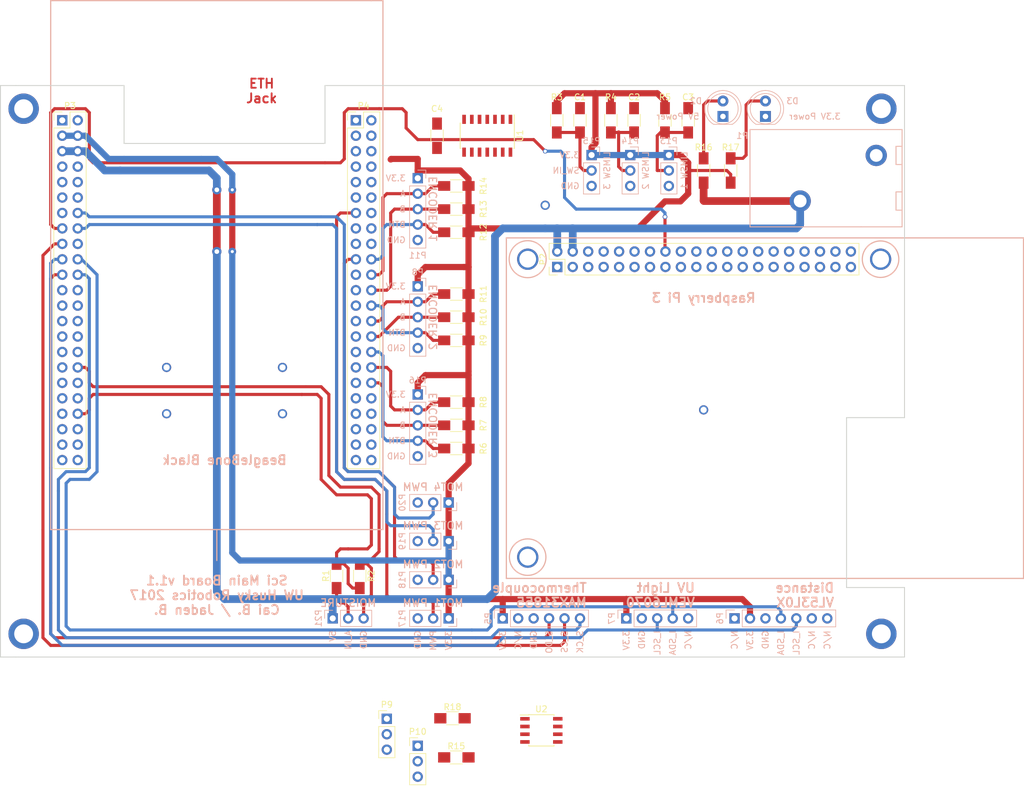
<source format=kicad_pcb>
(kicad_pcb (version 4) (host pcbnew 4.0.3-stable)

  (general
    (links 139)
    (no_connects 64)
    (area 34.214999 21.514999 182.955001 115.645001)
    (thickness 1.6)
    (drawings 94)
    (tracks 411)
    (zones 0)
    (modules 59)
    (nets 135)
  )

  (page A4)
  (layers
    (0 F.Cu signal)
    (31 B.Cu signal)
    (32 B.Adhes user)
    (33 F.Adhes user)
    (34 B.Paste user)
    (35 F.Paste user)
    (36 B.SilkS user)
    (37 F.SilkS user)
    (38 B.Mask user)
    (39 F.Mask user)
    (40 Dwgs.User user)
    (41 Cmts.User user)
    (42 Eco1.User user)
    (43 Eco2.User user)
    (44 Edge.Cuts user)
    (45 Margin user)
    (46 B.CrtYd user)
    (47 F.CrtYd user)
    (48 B.Fab user)
    (49 F.Fab user)
  )

  (setup
    (last_trace_width 0.508)
    (user_trace_width 0.508)
    (user_trace_width 1.016)
    (user_trace_width 1.27)
    (trace_clearance 0.2)
    (zone_clearance 0.508)
    (zone_45_only no)
    (trace_min 0.2)
    (segment_width 0.2)
    (edge_width 0.15)
    (via_size 0.762)
    (via_drill 0.508)
    (via_min_size 0.4)
    (via_min_drill 0.3)
    (uvia_size 0.3)
    (uvia_drill 0.1)
    (uvias_allowed no)
    (uvia_min_size 0.2)
    (uvia_min_drill 0.1)
    (pcb_text_width 0.3)
    (pcb_text_size 1.5 1.5)
    (mod_edge_width 0.15)
    (mod_text_size 1 1)
    (mod_text_width 0.15)
    (pad_size 1.524 1.524)
    (pad_drill 1.016)
    (pad_to_mask_clearance 0.2)
    (aux_axis_origin 0 0)
    (visible_elements 7FFFFFFF)
    (pcbplotparams
      (layerselection 0x00030_80000001)
      (usegerberextensions false)
      (excludeedgelayer true)
      (linewidth 0.100000)
      (plotframeref false)
      (viasonmask false)
      (mode 1)
      (useauxorigin false)
      (hpglpennumber 1)
      (hpglpenspeed 20)
      (hpglpendiameter 15)
      (hpglpenoverlay 2)
      (psnegative false)
      (psa4output false)
      (plotreference true)
      (plotvalue true)
      (plotinvisibletext false)
      (padsonsilk false)
      (subtractmaskfromsilk false)
      (outputformat 1)
      (mirror false)
      (drillshape 1)
      (scaleselection 1)
      (outputdirectory ""))
  )

  (net 0 "")
  (net 1 "Net-(P3-Pad7)")
  (net 2 "Net-(P3-Pad8)")
  (net 3 "Net-(P3-Pad9)")
  (net 4 "Net-(P3-Pad10)")
  (net 5 "Net-(P3-Pad11)")
  (net 6 "Net-(P3-Pad12)")
  (net 7 "Net-(P3-Pad13)")
  (net 8 "Net-(P3-Pad23)")
  (net 9 "Net-(P3-Pad24)")
  (net 10 "Net-(P3-Pad25)")
  (net 11 "Net-(P3-Pad26)")
  (net 12 "Net-(P3-Pad27)")
  (net 13 "Net-(P3-Pad28)")
  (net 14 "Net-(P3-Pad29)")
  (net 15 "Net-(P3-Pad30)")
  (net 16 "Net-(P3-Pad31)")
  (net 17 "Net-(P3-Pad32)")
  (net 18 "Net-(P3-Pad33)")
  (net 19 GNDA)
  (net 20 "Net-(P3-Pad35)")
  (net 21 "Net-(P3-Pad36)")
  (net 22 "Net-(P3-Pad37)")
  (net 23 "Net-(P3-Pad38)")
  (net 24 "Net-(P3-Pad39)")
  (net 25 "Net-(P3-Pad41)")
  (net 26 "Net-(P4-Pad3)")
  (net 27 "Net-(P4-Pad4)")
  (net 28 "Net-(P4-Pad5)")
  (net 29 "Net-(P4-Pad6)")
  (net 30 "Net-(P4-Pad7)")
  (net 31 "Net-(P4-Pad9)")
  (net 32 "Net-(P4-Pad11)")
  (net 33 "Net-(P4-Pad14)")
  (net 34 "Net-(P4-Pad15)")
  (net 35 "Net-(P4-Pad16)")
  (net 36 "Net-(P4-Pad17)")
  (net 37 "Net-(P4-Pad18)")
  (net 38 "Net-(P4-Pad21)")
  (net 39 "Net-(P4-Pad23)")
  (net 40 "Net-(P4-Pad25)")
  (net 41 "Net-(P4-Pad27)")
  (net 42 "Net-(P4-Pad29)")
  (net 43 "Net-(P4-Pad31)")
  (net 44 "Net-(P4-Pad33)")
  (net 45 "Net-(P4-Pad35)")
  (net 46 "Net-(P4-Pad37)")
  (net 47 "Net-(P4-Pad38)")
  (net 48 "Net-(P4-Pad39)")
  (net 49 "Net-(P4-Pad40)")
  (net 50 "Net-(P4-Pad41)")
  (net 51 "Net-(P4-Pad42)")
  (net 52 "Net-(P4-Pad43)")
  (net 53 "Net-(P4-Pad44)")
  (net 54 +5V)
  (net 55 "Net-(P5-Pad2)")
  (net 56 "Net-(P6-Pad1)")
  (net 57 "Net-(P6-Pad6)")
  (net 58 "Net-(P6-Pad7)")
  (net 59 "Net-(P7-Pad5)")
  (net 60 "Net-(P21-Pad2)")
  (net 61 "Net-(D2-Pad2)")
  (net 62 "Net-(U1-Pad8)")
  (net 63 "Net-(U1-Pad9)")
  (net 64 "Net-(U1-Pad10)")
  (net 65 "Net-(U1-Pad11)")
  (net 66 "Net-(U1-Pad12)")
  (net 67 "Net-(U1-Pad13)")
  (net 68 GNDD)
  (net 69 /B_LIM3)
  (net 70 /B_LIM2)
  (net 71 /B_LIM1)
  (net 72 +3V3)
  (net 73 "Net-(P2-Pad1)")
  (net 74 "Net-(P2-Pad3)")
  (net 75 "Net-(P2-Pad5)")
  (net 76 "Net-(P2-Pad7)")
  (net 77 "Net-(P2-Pad8)")
  (net 78 "Net-(P2-Pad10)")
  (net 79 "Net-(P2-Pad11)")
  (net 80 "Net-(P2-Pad12)")
  (net 81 "Net-(P2-Pad13)")
  (net 82 "Net-(P2-Pad15)")
  (net 83 "Net-(P2-Pad17)")
  (net 84 "Net-(P2-Pad18)")
  (net 85 "Net-(P2-Pad19)")
  (net 86 "Net-(P2-Pad21)")
  (net 87 "Net-(P2-Pad22)")
  (net 88 "Net-(P2-Pad23)")
  (net 89 "Net-(P2-Pad24)")
  (net 90 "Net-(P2-Pad26)")
  (net 91 "Net-(P2-Pad27)")
  (net 92 "Net-(P2-Pad28)")
  (net 93 "Net-(P2-Pad29)")
  (net 94 "Net-(P2-Pad30)")
  (net 95 "Net-(P2-Pad31)")
  (net 96 "Net-(P2-Pad32)")
  (net 97 "Net-(P2-Pad33)")
  (net 98 "Net-(P2-Pad35)")
  (net 99 "Net-(P2-Pad36)")
  (net 100 "Net-(P2-Pad37)")
  (net 101 "Net-(P2-Pad40)")
  (net 102 /SPI_CS)
  (net 103 /SPI_DI)
  (net 104 /I2C_SCL)
  (net 105 /I2C_SDA)
  (net 106 /SPI_DO)
  (net 107 /SPI_CLK)
  (net 108 /MOISTURE_IN)
  (net 109 /LIMIT3_IN)
  (net 110 /LIMIT2_IN)
  (net 111 /LIMIT1_IN)
  (net 112 /MOTOR1_PWM)
  (net 113 /MOTOR2_PWM)
  (net 114 /ENC1_BUT)
  (net 115 /ENC1_A)
  (net 116 /ENC1_B)
  (net 117 /ENC2_BUT)
  (net 118 /ENC2_A)
  (net 119 /ENC2_B)
  (net 120 /ENC3_BUT)
  (net 121 /ENC3_A)
  (net 122 /ENC3_B)
  (net 123 /MOTOR3_PWM)
  (net 124 /MOTOR4_PWM)
  (net 125 "Net-(D3-Pad2)")
  (net 126 /CAM_TRIG)
  (net 127 "Net-(P4-Pad45)")
  (net 128 "Net-(P4-Pad46)")
  (net 129 /MOTOR6_PWM)
  (net 130 /MOTOR5_PWM)
  (net 131 "Net-(P9-Pad2)")
  (net 132 "Net-(P10-Pad2)")
  (net 133 "Net-(R15-Pad1)")
  (net 134 "Net-(R18-Pad1)")

  (net_class Default "This is the default net class."
    (clearance 0.2)
    (trace_width 0.508)
    (via_dia 0.762)
    (via_drill 0.508)
    (uvia_dia 0.3)
    (uvia_drill 0.1)
    (add_net /B_LIM1)
    (add_net /B_LIM2)
    (add_net /B_LIM3)
    (add_net /CAM_TRIG)
    (add_net /ENC1_A)
    (add_net /ENC1_B)
    (add_net /ENC1_BUT)
    (add_net /ENC2_A)
    (add_net /ENC2_B)
    (add_net /ENC2_BUT)
    (add_net /ENC3_A)
    (add_net /ENC3_B)
    (add_net /ENC3_BUT)
    (add_net /I2C_SCL)
    (add_net /I2C_SDA)
    (add_net /LIMIT1_IN)
    (add_net /LIMIT2_IN)
    (add_net /LIMIT3_IN)
    (add_net /MOISTURE_IN)
    (add_net /MOTOR1_PWM)
    (add_net /MOTOR2_PWM)
    (add_net /MOTOR3_PWM)
    (add_net /MOTOR4_PWM)
    (add_net /MOTOR5_PWM)
    (add_net /MOTOR6_PWM)
    (add_net /SPI_CLK)
    (add_net /SPI_CS)
    (add_net /SPI_DI)
    (add_net /SPI_DO)
    (add_net GNDA)
    (add_net "Net-(D2-Pad2)")
    (add_net "Net-(D3-Pad2)")
    (add_net "Net-(P10-Pad2)")
    (add_net "Net-(P2-Pad1)")
    (add_net "Net-(P2-Pad10)")
    (add_net "Net-(P2-Pad11)")
    (add_net "Net-(P2-Pad12)")
    (add_net "Net-(P2-Pad13)")
    (add_net "Net-(P2-Pad15)")
    (add_net "Net-(P2-Pad17)")
    (add_net "Net-(P2-Pad18)")
    (add_net "Net-(P2-Pad19)")
    (add_net "Net-(P2-Pad21)")
    (add_net "Net-(P2-Pad22)")
    (add_net "Net-(P2-Pad23)")
    (add_net "Net-(P2-Pad24)")
    (add_net "Net-(P2-Pad26)")
    (add_net "Net-(P2-Pad27)")
    (add_net "Net-(P2-Pad28)")
    (add_net "Net-(P2-Pad29)")
    (add_net "Net-(P2-Pad3)")
    (add_net "Net-(P2-Pad30)")
    (add_net "Net-(P2-Pad31)")
    (add_net "Net-(P2-Pad32)")
    (add_net "Net-(P2-Pad33)")
    (add_net "Net-(P2-Pad35)")
    (add_net "Net-(P2-Pad36)")
    (add_net "Net-(P2-Pad37)")
    (add_net "Net-(P2-Pad40)")
    (add_net "Net-(P2-Pad5)")
    (add_net "Net-(P2-Pad7)")
    (add_net "Net-(P2-Pad8)")
    (add_net "Net-(P21-Pad2)")
    (add_net "Net-(P3-Pad10)")
    (add_net "Net-(P3-Pad11)")
    (add_net "Net-(P3-Pad12)")
    (add_net "Net-(P3-Pad13)")
    (add_net "Net-(P3-Pad23)")
    (add_net "Net-(P3-Pad24)")
    (add_net "Net-(P3-Pad25)")
    (add_net "Net-(P3-Pad26)")
    (add_net "Net-(P3-Pad27)")
    (add_net "Net-(P3-Pad28)")
    (add_net "Net-(P3-Pad29)")
    (add_net "Net-(P3-Pad30)")
    (add_net "Net-(P3-Pad31)")
    (add_net "Net-(P3-Pad32)")
    (add_net "Net-(P3-Pad33)")
    (add_net "Net-(P3-Pad35)")
    (add_net "Net-(P3-Pad36)")
    (add_net "Net-(P3-Pad37)")
    (add_net "Net-(P3-Pad38)")
    (add_net "Net-(P3-Pad39)")
    (add_net "Net-(P3-Pad41)")
    (add_net "Net-(P3-Pad7)")
    (add_net "Net-(P3-Pad8)")
    (add_net "Net-(P3-Pad9)")
    (add_net "Net-(P4-Pad11)")
    (add_net "Net-(P4-Pad14)")
    (add_net "Net-(P4-Pad15)")
    (add_net "Net-(P4-Pad16)")
    (add_net "Net-(P4-Pad17)")
    (add_net "Net-(P4-Pad18)")
    (add_net "Net-(P4-Pad21)")
    (add_net "Net-(P4-Pad23)")
    (add_net "Net-(P4-Pad25)")
    (add_net "Net-(P4-Pad27)")
    (add_net "Net-(P4-Pad29)")
    (add_net "Net-(P4-Pad3)")
    (add_net "Net-(P4-Pad31)")
    (add_net "Net-(P4-Pad33)")
    (add_net "Net-(P4-Pad35)")
    (add_net "Net-(P4-Pad37)")
    (add_net "Net-(P4-Pad38)")
    (add_net "Net-(P4-Pad39)")
    (add_net "Net-(P4-Pad4)")
    (add_net "Net-(P4-Pad40)")
    (add_net "Net-(P4-Pad41)")
    (add_net "Net-(P4-Pad42)")
    (add_net "Net-(P4-Pad43)")
    (add_net "Net-(P4-Pad44)")
    (add_net "Net-(P4-Pad45)")
    (add_net "Net-(P4-Pad46)")
    (add_net "Net-(P4-Pad5)")
    (add_net "Net-(P4-Pad6)")
    (add_net "Net-(P4-Pad7)")
    (add_net "Net-(P4-Pad9)")
    (add_net "Net-(P5-Pad2)")
    (add_net "Net-(P6-Pad1)")
    (add_net "Net-(P6-Pad6)")
    (add_net "Net-(P6-Pad7)")
    (add_net "Net-(P7-Pad5)")
    (add_net "Net-(P9-Pad2)")
    (add_net "Net-(R15-Pad1)")
    (add_net "Net-(R18-Pad1)")
    (add_net "Net-(U1-Pad10)")
    (add_net "Net-(U1-Pad11)")
    (add_net "Net-(U1-Pad12)")
    (add_net "Net-(U1-Pad13)")
    (add_net "Net-(U1-Pad8)")
    (add_net "Net-(U1-Pad9)")
  )

  (net_class "Low Power" ""
    (clearance 0.2)
    (trace_width 1.016)
    (via_dia 1.27)
    (via_drill 0.508)
    (uvia_dia 0.3)
    (uvia_drill 0.1)
    (add_net +3V3)
    (add_net GNDD)
  )

  (net_class Power ""
    (clearance 0.2)
    (trace_width 1.27)
    (via_dia 1.524)
    (via_drill 0.762)
    (uvia_dia 0.3)
    (uvia_drill 0.1)
    (add_net +5V)
  )

  (module Pin_Headers:Pin_Header_Straight_2x23_Pitch2.54mm (layer F.Cu) (tedit 5862ED54) (tstamp 58B2049D)
    (at 44.45 27.305)
    (descr "Through hole straight pin header, 2x23, 2.54mm pitch, double rows")
    (tags "Through hole pin header THT 2x23 2.54mm double row")
    (path /588BF332)
    (fp_text reference P3 (at 1.27 -2.39) (layer F.SilkS)
      (effects (font (size 1 1) (thickness 0.15)))
    )
    (fp_text value BBB_P9_HEADER (at 1.27 58.27) (layer F.Fab)
      (effects (font (size 1 1) (thickness 0.15)))
    )
    (fp_line (start -1.27 -1.27) (end -1.27 57.15) (layer F.Fab) (width 0.1))
    (fp_line (start -1.27 57.15) (end 3.81 57.15) (layer F.Fab) (width 0.1))
    (fp_line (start 3.81 57.15) (end 3.81 -1.27) (layer F.Fab) (width 0.1))
    (fp_line (start 3.81 -1.27) (end -1.27 -1.27) (layer F.Fab) (width 0.1))
    (fp_line (start -1.39 1.27) (end -1.39 57.27) (layer F.SilkS) (width 0.12))
    (fp_line (start -1.39 57.27) (end 3.93 57.27) (layer F.SilkS) (width 0.12))
    (fp_line (start 3.93 57.27) (end 3.93 -1.39) (layer F.SilkS) (width 0.12))
    (fp_line (start 3.93 -1.39) (end 1.27 -1.39) (layer F.SilkS) (width 0.12))
    (fp_line (start 1.27 -1.39) (end 1.27 1.27) (layer F.SilkS) (width 0.12))
    (fp_line (start 1.27 1.27) (end -1.39 1.27) (layer F.SilkS) (width 0.12))
    (fp_line (start -1.39 0) (end -1.39 -1.39) (layer F.SilkS) (width 0.12))
    (fp_line (start -1.39 -1.39) (end 0 -1.39) (layer F.SilkS) (width 0.12))
    (fp_line (start -1.6 -1.6) (end -1.6 57.4) (layer F.CrtYd) (width 0.05))
    (fp_line (start -1.6 57.4) (end 4.1 57.4) (layer F.CrtYd) (width 0.05))
    (fp_line (start 4.1 57.4) (end 4.1 -1.6) (layer F.CrtYd) (width 0.05))
    (fp_line (start 4.1 -1.6) (end -1.6 -1.6) (layer F.CrtYd) (width 0.05))
    (pad 1 thru_hole rect (at 0 0) (size 1.7 1.7) (drill 1) (layers *.Cu *.Mask)
      (net 68 GNDD))
    (pad 2 thru_hole oval (at 2.54 0) (size 1.7 1.7) (drill 1) (layers *.Cu *.Mask)
      (net 68 GNDD))
    (pad 3 thru_hole oval (at 0 2.54) (size 1.7 1.7) (drill 1) (layers *.Cu *.Mask)
      (net 72 +3V3))
    (pad 4 thru_hole oval (at 2.54 2.54) (size 1.7 1.7) (drill 1) (layers *.Cu *.Mask)
      (net 72 +3V3))
    (pad 5 thru_hole oval (at 0 5.08) (size 1.7 1.7) (drill 1) (layers *.Cu *.Mask)
      (net 54 +5V))
    (pad 6 thru_hole oval (at 2.54 5.08) (size 1.7 1.7) (drill 1) (layers *.Cu *.Mask)
      (net 54 +5V))
    (pad 7 thru_hole oval (at 0 7.62) (size 1.7 1.7) (drill 1) (layers *.Cu *.Mask)
      (net 1 "Net-(P3-Pad7)"))
    (pad 8 thru_hole oval (at 2.54 7.62) (size 1.7 1.7) (drill 1) (layers *.Cu *.Mask)
      (net 2 "Net-(P3-Pad8)"))
    (pad 9 thru_hole oval (at 0 10.16) (size 1.7 1.7) (drill 1) (layers *.Cu *.Mask)
      (net 3 "Net-(P3-Pad9)"))
    (pad 10 thru_hole oval (at 2.54 10.16) (size 1.7 1.7) (drill 1) (layers *.Cu *.Mask)
      (net 4 "Net-(P3-Pad10)"))
    (pad 11 thru_hole oval (at 0 12.7) (size 1.7 1.7) (drill 1) (layers *.Cu *.Mask)
      (net 5 "Net-(P3-Pad11)"))
    (pad 12 thru_hole oval (at 2.54 12.7) (size 1.7 1.7) (drill 1) (layers *.Cu *.Mask)
      (net 6 "Net-(P3-Pad12)"))
    (pad 13 thru_hole oval (at 0 15.24) (size 1.7 1.7) (drill 1) (layers *.Cu *.Mask)
      (net 7 "Net-(P3-Pad13)"))
    (pad 14 thru_hole oval (at 2.54 15.24) (size 1.7 1.7) (drill 1) (layers *.Cu *.Mask)
      (net 124 /MOTOR4_PWM))
    (pad 15 thru_hole oval (at 0 17.78) (size 1.7 1.7) (drill 1) (layers *.Cu *.Mask)
      (net 126 /CAM_TRIG))
    (pad 16 thru_hole oval (at 2.54 17.78) (size 1.7 1.7) (drill 1) (layers *.Cu *.Mask)
      (net 123 /MOTOR3_PWM))
    (pad 17 thru_hole oval (at 0 20.32) (size 1.7 1.7) (drill 1) (layers *.Cu *.Mask)
      (net 102 /SPI_CS))
    (pad 18 thru_hole oval (at 2.54 20.32) (size 1.7 1.7) (drill 1) (layers *.Cu *.Mask)
      (net 103 /SPI_DI))
    (pad 19 thru_hole oval (at 0 22.86) (size 1.7 1.7) (drill 1) (layers *.Cu *.Mask)
      (net 104 /I2C_SCL))
    (pad 20 thru_hole oval (at 2.54 22.86) (size 1.7 1.7) (drill 1) (layers *.Cu *.Mask)
      (net 105 /I2C_SDA))
    (pad 21 thru_hole oval (at 0 25.4) (size 1.7 1.7) (drill 1) (layers *.Cu *.Mask)
      (net 129 /MOTOR6_PWM))
    (pad 22 thru_hole oval (at 2.54 25.4) (size 1.7 1.7) (drill 1) (layers *.Cu *.Mask)
      (net 107 /SPI_CLK))
    (pad 23 thru_hole oval (at 0 27.94) (size 1.7 1.7) (drill 1) (layers *.Cu *.Mask)
      (net 8 "Net-(P3-Pad23)"))
    (pad 24 thru_hole oval (at 2.54 27.94) (size 1.7 1.7) (drill 1) (layers *.Cu *.Mask)
      (net 9 "Net-(P3-Pad24)"))
    (pad 25 thru_hole oval (at 0 30.48) (size 1.7 1.7) (drill 1) (layers *.Cu *.Mask)
      (net 10 "Net-(P3-Pad25)"))
    (pad 26 thru_hole oval (at 2.54 30.48) (size 1.7 1.7) (drill 1) (layers *.Cu *.Mask)
      (net 11 "Net-(P3-Pad26)"))
    (pad 27 thru_hole oval (at 0 33.02) (size 1.7 1.7) (drill 1) (layers *.Cu *.Mask)
      (net 12 "Net-(P3-Pad27)"))
    (pad 28 thru_hole oval (at 2.54 33.02) (size 1.7 1.7) (drill 1) (layers *.Cu *.Mask)
      (net 13 "Net-(P3-Pad28)"))
    (pad 29 thru_hole oval (at 0 35.56) (size 1.7 1.7) (drill 1) (layers *.Cu *.Mask)
      (net 14 "Net-(P3-Pad29)"))
    (pad 30 thru_hole oval (at 2.54 35.56) (size 1.7 1.7) (drill 1) (layers *.Cu *.Mask)
      (net 15 "Net-(P3-Pad30)"))
    (pad 31 thru_hole oval (at 0 38.1) (size 1.7 1.7) (drill 1) (layers *.Cu *.Mask)
      (net 16 "Net-(P3-Pad31)"))
    (pad 32 thru_hole oval (at 2.54 38.1) (size 1.7 1.7) (drill 1) (layers *.Cu *.Mask)
      (net 17 "Net-(P3-Pad32)"))
    (pad 33 thru_hole oval (at 0 40.64) (size 1.7 1.7) (drill 1) (layers *.Cu *.Mask)
      (net 18 "Net-(P3-Pad33)"))
    (pad 34 thru_hole oval (at 2.54 40.64) (size 1.7 1.7) (drill 1) (layers *.Cu *.Mask)
      (net 19 GNDA))
    (pad 35 thru_hole oval (at 0 43.18) (size 1.7 1.7) (drill 1) (layers *.Cu *.Mask)
      (net 20 "Net-(P3-Pad35)"))
    (pad 36 thru_hole oval (at 2.54 43.18) (size 1.7 1.7) (drill 1) (layers *.Cu *.Mask)
      (net 21 "Net-(P3-Pad36)"))
    (pad 37 thru_hole oval (at 0 45.72) (size 1.7 1.7) (drill 1) (layers *.Cu *.Mask)
      (net 22 "Net-(P3-Pad37)"))
    (pad 38 thru_hole oval (at 2.54 45.72) (size 1.7 1.7) (drill 1) (layers *.Cu *.Mask)
      (net 23 "Net-(P3-Pad38)"))
    (pad 39 thru_hole oval (at 0 48.26) (size 1.7 1.7) (drill 1) (layers *.Cu *.Mask)
      (net 24 "Net-(P3-Pad39)"))
    (pad 40 thru_hole oval (at 2.54 48.26) (size 1.7 1.7) (drill 1) (layers *.Cu *.Mask)
      (net 108 /MOISTURE_IN))
    (pad 41 thru_hole oval (at 0 50.8) (size 1.7 1.7) (drill 1) (layers *.Cu *.Mask)
      (net 25 "Net-(P3-Pad41)"))
    (pad 42 thru_hole oval (at 2.54 50.8) (size 1.7 1.7) (drill 1) (layers *.Cu *.Mask)
      (net 130 /MOTOR5_PWM))
    (pad 43 thru_hole oval (at 0 53.34) (size 1.7 1.7) (drill 1) (layers *.Cu *.Mask)
      (net 68 GNDD))
    (pad 44 thru_hole oval (at 2.54 53.34) (size 1.7 1.7) (drill 1) (layers *.Cu *.Mask)
      (net 68 GNDD))
    (pad 45 thru_hole oval (at 0 55.88) (size 1.7 1.7) (drill 1) (layers *.Cu *.Mask)
      (net 68 GNDD))
    (pad 46 thru_hole oval (at 2.54 55.88) (size 1.7 1.7) (drill 1) (layers *.Cu *.Mask)
      (net 68 GNDD))
    (model Pin_Headers.3dshapes/Pin_Header_Straight_2x23_Pitch2.54mm.wrl
      (at (xyz 0.05 -1.1 0))
      (scale (xyz 1 1 1))
      (rotate (xyz 0 0 90))
    )
  )

  (module Pin_Headers:Pin_Header_Straight_2x23_Pitch2.54mm (layer F.Cu) (tedit 5862ED54) (tstamp 58B204CF)
    (at 92.71 27.305)
    (descr "Through hole straight pin header, 2x23, 2.54mm pitch, double rows")
    (tags "Through hole pin header THT 2x23 2.54mm double row")
    (path /588BF4F7)
    (fp_text reference P4 (at 1.27 -2.39) (layer F.SilkS)
      (effects (font (size 1 1) (thickness 0.15)))
    )
    (fp_text value BBB_P8_HEADER (at 1.27 58.27) (layer F.Fab)
      (effects (font (size 1 1) (thickness 0.15)))
    )
    (fp_line (start -1.27 -1.27) (end -1.27 57.15) (layer F.Fab) (width 0.1))
    (fp_line (start -1.27 57.15) (end 3.81 57.15) (layer F.Fab) (width 0.1))
    (fp_line (start 3.81 57.15) (end 3.81 -1.27) (layer F.Fab) (width 0.1))
    (fp_line (start 3.81 -1.27) (end -1.27 -1.27) (layer F.Fab) (width 0.1))
    (fp_line (start -1.39 1.27) (end -1.39 57.27) (layer F.SilkS) (width 0.12))
    (fp_line (start -1.39 57.27) (end 3.93 57.27) (layer F.SilkS) (width 0.12))
    (fp_line (start 3.93 57.27) (end 3.93 -1.39) (layer F.SilkS) (width 0.12))
    (fp_line (start 3.93 -1.39) (end 1.27 -1.39) (layer F.SilkS) (width 0.12))
    (fp_line (start 1.27 -1.39) (end 1.27 1.27) (layer F.SilkS) (width 0.12))
    (fp_line (start 1.27 1.27) (end -1.39 1.27) (layer F.SilkS) (width 0.12))
    (fp_line (start -1.39 0) (end -1.39 -1.39) (layer F.SilkS) (width 0.12))
    (fp_line (start -1.39 -1.39) (end 0 -1.39) (layer F.SilkS) (width 0.12))
    (fp_line (start -1.6 -1.6) (end -1.6 57.4) (layer F.CrtYd) (width 0.05))
    (fp_line (start -1.6 57.4) (end 4.1 57.4) (layer F.CrtYd) (width 0.05))
    (fp_line (start 4.1 57.4) (end 4.1 -1.6) (layer F.CrtYd) (width 0.05))
    (fp_line (start 4.1 -1.6) (end -1.6 -1.6) (layer F.CrtYd) (width 0.05))
    (pad 1 thru_hole rect (at 0 0) (size 1.7 1.7) (drill 1) (layers *.Cu *.Mask)
      (net 68 GNDD))
    (pad 2 thru_hole oval (at 2.54 0) (size 1.7 1.7) (drill 1) (layers *.Cu *.Mask)
      (net 68 GNDD))
    (pad 3 thru_hole oval (at 0 2.54) (size 1.7 1.7) (drill 1) (layers *.Cu *.Mask)
      (net 26 "Net-(P4-Pad3)"))
    (pad 4 thru_hole oval (at 2.54 2.54) (size 1.7 1.7) (drill 1) (layers *.Cu *.Mask)
      (net 27 "Net-(P4-Pad4)"))
    (pad 5 thru_hole oval (at 0 5.08) (size 1.7 1.7) (drill 1) (layers *.Cu *.Mask)
      (net 28 "Net-(P4-Pad5)"))
    (pad 6 thru_hole oval (at 2.54 5.08) (size 1.7 1.7) (drill 1) (layers *.Cu *.Mask)
      (net 29 "Net-(P4-Pad6)"))
    (pad 7 thru_hole oval (at 0 7.62) (size 1.7 1.7) (drill 1) (layers *.Cu *.Mask)
      (net 30 "Net-(P4-Pad7)"))
    (pad 8 thru_hole oval (at 2.54 7.62) (size 1.7 1.7) (drill 1) (layers *.Cu *.Mask)
      (net 109 /LIMIT3_IN))
    (pad 9 thru_hole oval (at 0 10.16) (size 1.7 1.7) (drill 1) (layers *.Cu *.Mask)
      (net 31 "Net-(P4-Pad9)"))
    (pad 10 thru_hole oval (at 2.54 10.16) (size 1.7 1.7) (drill 1) (layers *.Cu *.Mask)
      (net 110 /LIMIT2_IN))
    (pad 11 thru_hole oval (at 0 12.7) (size 1.7 1.7) (drill 1) (layers *.Cu *.Mask)
      (net 32 "Net-(P4-Pad11)"))
    (pad 12 thru_hole oval (at 2.54 12.7) (size 1.7 1.7) (drill 1) (layers *.Cu *.Mask)
      (net 111 /LIMIT1_IN))
    (pad 13 thru_hole oval (at 0 15.24) (size 1.7 1.7) (drill 1) (layers *.Cu *.Mask)
      (net 112 /MOTOR1_PWM))
    (pad 14 thru_hole oval (at 2.54 15.24) (size 1.7 1.7) (drill 1) (layers *.Cu *.Mask)
      (net 33 "Net-(P4-Pad14)"))
    (pad 15 thru_hole oval (at 0 17.78) (size 1.7 1.7) (drill 1) (layers *.Cu *.Mask)
      (net 34 "Net-(P4-Pad15)"))
    (pad 16 thru_hole oval (at 2.54 17.78) (size 1.7 1.7) (drill 1) (layers *.Cu *.Mask)
      (net 35 "Net-(P4-Pad16)"))
    (pad 17 thru_hole oval (at 0 20.32) (size 1.7 1.7) (drill 1) (layers *.Cu *.Mask)
      (net 36 "Net-(P4-Pad17)"))
    (pad 18 thru_hole oval (at 2.54 20.32) (size 1.7 1.7) (drill 1) (layers *.Cu *.Mask)
      (net 37 "Net-(P4-Pad18)"))
    (pad 19 thru_hole oval (at 0 22.86) (size 1.7 1.7) (drill 1) (layers *.Cu *.Mask)
      (net 113 /MOTOR2_PWM))
    (pad 20 thru_hole oval (at 2.54 22.86) (size 1.7 1.7) (drill 1) (layers *.Cu *.Mask)
      (net 114 /ENC1_BUT))
    (pad 21 thru_hole oval (at 0 25.4) (size 1.7 1.7) (drill 1) (layers *.Cu *.Mask)
      (net 38 "Net-(P4-Pad21)"))
    (pad 22 thru_hole oval (at 2.54 25.4) (size 1.7 1.7) (drill 1) (layers *.Cu *.Mask)
      (net 115 /ENC1_A))
    (pad 23 thru_hole oval (at 0 27.94) (size 1.7 1.7) (drill 1) (layers *.Cu *.Mask)
      (net 39 "Net-(P4-Pad23)"))
    (pad 24 thru_hole oval (at 2.54 27.94) (size 1.7 1.7) (drill 1) (layers *.Cu *.Mask)
      (net 116 /ENC1_B))
    (pad 25 thru_hole oval (at 0 30.48) (size 1.7 1.7) (drill 1) (layers *.Cu *.Mask)
      (net 40 "Net-(P4-Pad25)"))
    (pad 26 thru_hole oval (at 2.54 30.48) (size 1.7 1.7) (drill 1) (layers *.Cu *.Mask)
      (net 117 /ENC2_BUT))
    (pad 27 thru_hole oval (at 0 33.02) (size 1.7 1.7) (drill 1) (layers *.Cu *.Mask)
      (net 41 "Net-(P4-Pad27)"))
    (pad 28 thru_hole oval (at 2.54 33.02) (size 1.7 1.7) (drill 1) (layers *.Cu *.Mask)
      (net 118 /ENC2_A))
    (pad 29 thru_hole oval (at 0 35.56) (size 1.7 1.7) (drill 1) (layers *.Cu *.Mask)
      (net 42 "Net-(P4-Pad29)"))
    (pad 30 thru_hole oval (at 2.54 35.56) (size 1.7 1.7) (drill 1) (layers *.Cu *.Mask)
      (net 119 /ENC2_B))
    (pad 31 thru_hole oval (at 0 38.1) (size 1.7 1.7) (drill 1) (layers *.Cu *.Mask)
      (net 43 "Net-(P4-Pad31)"))
    (pad 32 thru_hole oval (at 2.54 38.1) (size 1.7 1.7) (drill 1) (layers *.Cu *.Mask)
      (net 120 /ENC3_BUT))
    (pad 33 thru_hole oval (at 0 40.64) (size 1.7 1.7) (drill 1) (layers *.Cu *.Mask)
      (net 44 "Net-(P4-Pad33)"))
    (pad 34 thru_hole oval (at 2.54 40.64) (size 1.7 1.7) (drill 1) (layers *.Cu *.Mask)
      (net 121 /ENC3_A))
    (pad 35 thru_hole oval (at 0 43.18) (size 1.7 1.7) (drill 1) (layers *.Cu *.Mask)
      (net 45 "Net-(P4-Pad35)"))
    (pad 36 thru_hole oval (at 2.54 43.18) (size 1.7 1.7) (drill 1) (layers *.Cu *.Mask)
      (net 122 /ENC3_B))
    (pad 37 thru_hole oval (at 0 45.72) (size 1.7 1.7) (drill 1) (layers *.Cu *.Mask)
      (net 46 "Net-(P4-Pad37)"))
    (pad 38 thru_hole oval (at 2.54 45.72) (size 1.7 1.7) (drill 1) (layers *.Cu *.Mask)
      (net 47 "Net-(P4-Pad38)"))
    (pad 39 thru_hole oval (at 0 48.26) (size 1.7 1.7) (drill 1) (layers *.Cu *.Mask)
      (net 48 "Net-(P4-Pad39)"))
    (pad 40 thru_hole oval (at 2.54 48.26) (size 1.7 1.7) (drill 1) (layers *.Cu *.Mask)
      (net 49 "Net-(P4-Pad40)"))
    (pad 41 thru_hole oval (at 0 50.8) (size 1.7 1.7) (drill 1) (layers *.Cu *.Mask)
      (net 50 "Net-(P4-Pad41)"))
    (pad 42 thru_hole oval (at 2.54 50.8) (size 1.7 1.7) (drill 1) (layers *.Cu *.Mask)
      (net 51 "Net-(P4-Pad42)"))
    (pad 43 thru_hole oval (at 0 53.34) (size 1.7 1.7) (drill 1) (layers *.Cu *.Mask)
      (net 52 "Net-(P4-Pad43)"))
    (pad 44 thru_hole oval (at 2.54 53.34) (size 1.7 1.7) (drill 1) (layers *.Cu *.Mask)
      (net 53 "Net-(P4-Pad44)"))
    (pad 45 thru_hole oval (at 0 55.88) (size 1.7 1.7) (drill 1) (layers *.Cu *.Mask)
      (net 127 "Net-(P4-Pad45)"))
    (pad 46 thru_hole oval (at 2.54 55.88) (size 1.7 1.7) (drill 1) (layers *.Cu *.Mask)
      (net 128 "Net-(P4-Pad46)"))
    (model Pin_Headers.3dshapes/Pin_Header_Straight_2x23_Pitch2.54mm.wrl
      (at (xyz 0.05 -1.1 0))
      (scale (xyz 1 1 1))
      (rotate (xyz 0 0 90))
    )
  )

  (module Pin_Headers:Pin_Header_Straight_1x06_Pitch2.54mm (layer B.Cu) (tedit 58B206AF) (tstamp 58B206DA)
    (at 116.84 109.22 270)
    (descr "Through hole straight pin header, 1x06, 2.54mm pitch, single row")
    (tags "Through hole pin header THT 1x06 2.54mm single row")
    (path /58B2A688)
    (fp_text reference P5 (at 0 2.39 270) (layer B.SilkS)
      (effects (font (size 1 1) (thickness 0.15)) (justify mirror))
    )
    (fp_text value THERMO_SENS (at 0 -15.09 270) (layer B.Fab) hide
      (effects (font (size 1 1) (thickness 0.15)) (justify mirror))
    )
    (fp_line (start -1.27 1.27) (end -1.27 -13.97) (layer B.Fab) (width 0.1))
    (fp_line (start -1.27 -13.97) (end 1.27 -13.97) (layer B.Fab) (width 0.1))
    (fp_line (start 1.27 -13.97) (end 1.27 1.27) (layer B.Fab) (width 0.1))
    (fp_line (start 1.27 1.27) (end -1.27 1.27) (layer B.Fab) (width 0.1))
    (fp_line (start -1.39 -1.27) (end -1.39 -14.09) (layer B.SilkS) (width 0.12))
    (fp_line (start -1.39 -14.09) (end 1.39 -14.09) (layer B.SilkS) (width 0.12))
    (fp_line (start 1.39 -14.09) (end 1.39 -1.27) (layer B.SilkS) (width 0.12))
    (fp_line (start 1.39 -1.27) (end -1.39 -1.27) (layer B.SilkS) (width 0.12))
    (fp_line (start -1.39 0) (end -1.39 1.39) (layer B.SilkS) (width 0.12))
    (fp_line (start -1.39 1.39) (end 0 1.39) (layer B.SilkS) (width 0.12))
    (fp_line (start -1.6 1.6) (end -1.6 -14.3) (layer B.CrtYd) (width 0.05))
    (fp_line (start -1.6 -14.3) (end 1.6 -14.3) (layer B.CrtYd) (width 0.05))
    (fp_line (start 1.6 -14.3) (end 1.6 1.6) (layer B.CrtYd) (width 0.05))
    (fp_line (start 1.6 1.6) (end -1.6 1.6) (layer B.CrtYd) (width 0.05))
    (pad 1 thru_hole rect (at 0 0 270) (size 1.7 1.7) (drill 1) (layers *.Cu *.Mask)
      (net 72 +3V3))
    (pad 2 thru_hole oval (at 0 -2.54 270) (size 1.7 1.7) (drill 1) (layers *.Cu *.Mask)
      (net 55 "Net-(P5-Pad2)"))
    (pad 3 thru_hole oval (at 0 -5.08 270) (size 1.7 1.7) (drill 1) (layers *.Cu *.Mask)
      (net 68 GNDD))
    (pad 4 thru_hole oval (at 0 -7.62 270) (size 1.7 1.7) (drill 1) (layers *.Cu *.Mask)
      (net 106 /SPI_DO))
    (pad 5 thru_hole oval (at 0 -10.16 270) (size 1.7 1.7) (drill 1) (layers *.Cu *.Mask)
      (net 102 /SPI_CS))
    (pad 6 thru_hole oval (at 0 -12.7 270) (size 1.7 1.7) (drill 1) (layers *.Cu *.Mask)
      (net 107 /SPI_CLK))
    (model Pin_Headers.3dshapes/Pin_Header_Straight_1x06_Pitch2.54mm.wrl
      (at (xyz 0 -0.25 0))
      (scale (xyz 1 1 1))
      (rotate (xyz 0 0 90))
    )
  )

  (module Pin_Headers:Pin_Header_Straight_1x07_Pitch2.54mm (layer B.Cu) (tedit 58B206AB) (tstamp 58B206E5)
    (at 154.94 109.22 270)
    (descr "Through hole straight pin header, 1x07, 2.54mm pitch, single row")
    (tags "Through hole pin header THT 1x07 2.54mm single row")
    (path /58B25587)
    (fp_text reference P6 (at 0 2.39 270) (layer B.SilkS)
      (effects (font (size 1 1) (thickness 0.15)) (justify mirror))
    )
    (fp_text value DIST_SENS (at 0 -17.63 270) (layer B.Fab) hide
      (effects (font (size 1 1) (thickness 0.15)) (justify mirror))
    )
    (fp_line (start -1.27 1.27) (end -1.27 -16.51) (layer B.Fab) (width 0.1))
    (fp_line (start -1.27 -16.51) (end 1.27 -16.51) (layer B.Fab) (width 0.1))
    (fp_line (start 1.27 -16.51) (end 1.27 1.27) (layer B.Fab) (width 0.1))
    (fp_line (start 1.27 1.27) (end -1.27 1.27) (layer B.Fab) (width 0.1))
    (fp_line (start -1.39 -1.27) (end -1.39 -16.63) (layer B.SilkS) (width 0.12))
    (fp_line (start -1.39 -16.63) (end 1.39 -16.63) (layer B.SilkS) (width 0.12))
    (fp_line (start 1.39 -16.63) (end 1.39 -1.27) (layer B.SilkS) (width 0.12))
    (fp_line (start 1.39 -1.27) (end -1.39 -1.27) (layer B.SilkS) (width 0.12))
    (fp_line (start -1.39 0) (end -1.39 1.39) (layer B.SilkS) (width 0.12))
    (fp_line (start -1.39 1.39) (end 0 1.39) (layer B.SilkS) (width 0.12))
    (fp_line (start -1.6 1.6) (end -1.6 -16.8) (layer B.CrtYd) (width 0.05))
    (fp_line (start -1.6 -16.8) (end 1.6 -16.8) (layer B.CrtYd) (width 0.05))
    (fp_line (start 1.6 -16.8) (end 1.6 1.6) (layer B.CrtYd) (width 0.05))
    (fp_line (start 1.6 1.6) (end -1.6 1.6) (layer B.CrtYd) (width 0.05))
    (pad 1 thru_hole rect (at 0 0 270) (size 1.7 1.7) (drill 1) (layers *.Cu *.Mask)
      (net 56 "Net-(P6-Pad1)"))
    (pad 2 thru_hole oval (at 0 -2.54 270) (size 1.7 1.7) (drill 1) (layers *.Cu *.Mask)
      (net 72 +3V3))
    (pad 3 thru_hole oval (at 0 -5.08 270) (size 1.7 1.7) (drill 1) (layers *.Cu *.Mask)
      (net 68 GNDD))
    (pad 4 thru_hole oval (at 0 -7.62 270) (size 1.7 1.7) (drill 1) (layers *.Cu *.Mask)
      (net 105 /I2C_SDA))
    (pad 5 thru_hole oval (at 0 -10.16 270) (size 1.7 1.7) (drill 1) (layers *.Cu *.Mask)
      (net 104 /I2C_SCL))
    (pad 6 thru_hole oval (at 0 -12.7 270) (size 1.7 1.7) (drill 1) (layers *.Cu *.Mask)
      (net 57 "Net-(P6-Pad6)"))
    (pad 7 thru_hole oval (at 0 -15.24 270) (size 1.7 1.7) (drill 1) (layers *.Cu *.Mask)
      (net 58 "Net-(P6-Pad7)"))
    (model Pin_Headers.3dshapes/Pin_Header_Straight_1x07_Pitch2.54mm.wrl
      (at (xyz 0 -0.3 0))
      (scale (xyz 1 1 1))
      (rotate (xyz 0 0 90))
    )
  )

  (module Pin_Headers:Pin_Header_Straight_1x05_Pitch2.54mm (layer B.Cu) (tedit 58B206AD) (tstamp 58B206EE)
    (at 137.16 109.22 270)
    (descr "Through hole straight pin header, 1x05, 2.54mm pitch, single row")
    (tags "Through hole pin header THT 1x05 2.54mm single row")
    (path /58B28A2C)
    (fp_text reference P7 (at 0 2.39 270) (layer B.SilkS)
      (effects (font (size 1 1) (thickness 0.15)) (justify mirror))
    )
    (fp_text value UV_SENS (at 0 -12.55 270) (layer B.Fab) hide
      (effects (font (size 1 1) (thickness 0.15)) (justify mirror))
    )
    (fp_line (start -1.27 1.27) (end -1.27 -11.43) (layer B.Fab) (width 0.1))
    (fp_line (start -1.27 -11.43) (end 1.27 -11.43) (layer B.Fab) (width 0.1))
    (fp_line (start 1.27 -11.43) (end 1.27 1.27) (layer B.Fab) (width 0.1))
    (fp_line (start 1.27 1.27) (end -1.27 1.27) (layer B.Fab) (width 0.1))
    (fp_line (start -1.39 -1.27) (end -1.39 -11.55) (layer B.SilkS) (width 0.12))
    (fp_line (start -1.39 -11.55) (end 1.39 -11.55) (layer B.SilkS) (width 0.12))
    (fp_line (start 1.39 -11.55) (end 1.39 -1.27) (layer B.SilkS) (width 0.12))
    (fp_line (start 1.39 -1.27) (end -1.39 -1.27) (layer B.SilkS) (width 0.12))
    (fp_line (start -1.39 0) (end -1.39 1.39) (layer B.SilkS) (width 0.12))
    (fp_line (start -1.39 1.39) (end 0 1.39) (layer B.SilkS) (width 0.12))
    (fp_line (start -1.6 1.6) (end -1.6 -11.7) (layer B.CrtYd) (width 0.05))
    (fp_line (start -1.6 -11.7) (end 1.6 -11.7) (layer B.CrtYd) (width 0.05))
    (fp_line (start 1.6 -11.7) (end 1.6 1.6) (layer B.CrtYd) (width 0.05))
    (fp_line (start 1.6 1.6) (end -1.6 1.6) (layer B.CrtYd) (width 0.05))
    (pad 1 thru_hole rect (at 0 0 270) (size 1.7 1.7) (drill 1) (layers *.Cu *.Mask)
      (net 72 +3V3))
    (pad 2 thru_hole oval (at 0 -2.54 270) (size 1.7 1.7) (drill 1) (layers *.Cu *.Mask)
      (net 68 GNDD))
    (pad 3 thru_hole oval (at 0 -5.08 270) (size 1.7 1.7) (drill 1) (layers *.Cu *.Mask)
      (net 104 /I2C_SCL))
    (pad 4 thru_hole oval (at 0 -7.62 270) (size 1.7 1.7) (drill 1) (layers *.Cu *.Mask)
      (net 105 /I2C_SDA))
    (pad 5 thru_hole oval (at 0 -10.16 270) (size 1.7 1.7) (drill 1) (layers *.Cu *.Mask)
      (net 59 "Net-(P7-Pad5)"))
    (model Pin_Headers.3dshapes/Pin_Header_Straight_1x05_Pitch2.54mm.wrl
      (at (xyz 0 -0.2 0))
      (scale (xyz 1 1 1))
      (rotate (xyz 0 0 90))
    )
  )

  (module Capacitors_SMD:C_1206_HandSoldering (layer F.Cu) (tedit 58FC03CB) (tstamp 58BB1CAE)
    (at 129.54 27.305 270)
    (descr "Capacitor SMD 1206, hand soldering")
    (tags "capacitor 1206")
    (path /58A1B997)
    (attr smd)
    (fp_text reference C1 (at -3.81 0 360) (layer F.SilkS)
      (effects (font (size 1 1) (thickness 0.15)))
    )
    (fp_text value 1μF (at 0 0 270) (layer F.Fab)
      (effects (font (size 1 1) (thickness 0.15)))
    )
    (fp_text user %R (at -3.81 0 360) (layer F.Fab)
      (effects (font (size 1 1) (thickness 0.15)))
    )
    (fp_line (start -1.6 0.8) (end -1.6 -0.8) (layer F.Fab) (width 0.1))
    (fp_line (start 1.6 0.8) (end -1.6 0.8) (layer F.Fab) (width 0.1))
    (fp_line (start 1.6 -0.8) (end 1.6 0.8) (layer F.Fab) (width 0.1))
    (fp_line (start -1.6 -0.8) (end 1.6 -0.8) (layer F.Fab) (width 0.1))
    (fp_line (start 1 -1.02) (end -1 -1.02) (layer F.SilkS) (width 0.12))
    (fp_line (start -1 1.02) (end 1 1.02) (layer F.SilkS) (width 0.12))
    (fp_line (start -3.25 -1.05) (end 3.25 -1.05) (layer F.CrtYd) (width 0.05))
    (fp_line (start -3.25 -1.05) (end -3.25 1.05) (layer F.CrtYd) (width 0.05))
    (fp_line (start 3.25 1.05) (end 3.25 -1.05) (layer F.CrtYd) (width 0.05))
    (fp_line (start 3.25 1.05) (end -3.25 1.05) (layer F.CrtYd) (width 0.05))
    (pad 1 smd rect (at -2 0 270) (size 2 1.6) (layers F.Cu F.Paste F.Mask)
      (net 68 GNDD))
    (pad 2 smd rect (at 2 0 270) (size 2 1.6) (layers F.Cu F.Paste F.Mask)
      (net 69 /B_LIM3))
    (model Capacitors_SMD.3dshapes/C_1206.wrl
      (at (xyz 0 0 0))
      (scale (xyz 1 1 1))
      (rotate (xyz 0 0 0))
    )
  )

  (module Capacitors_SMD:C_1206_HandSoldering (layer F.Cu) (tedit 58FC03D5) (tstamp 58BB1CB4)
    (at 138.43 27.305 270)
    (descr "Capacitor SMD 1206, hand soldering")
    (tags "capacitor 1206")
    (path /58A1DDFF)
    (attr smd)
    (fp_text reference C2 (at -3.81 0 360) (layer F.SilkS)
      (effects (font (size 1 1) (thickness 0.15)))
    )
    (fp_text value 1μF (at 0 0 270) (layer F.Fab)
      (effects (font (size 1 1) (thickness 0.15)))
    )
    (fp_text user %R (at -3.81 0 360) (layer F.Fab)
      (effects (font (size 1 1) (thickness 0.15)))
    )
    (fp_line (start -1.6 0.8) (end -1.6 -0.8) (layer F.Fab) (width 0.1))
    (fp_line (start 1.6 0.8) (end -1.6 0.8) (layer F.Fab) (width 0.1))
    (fp_line (start 1.6 -0.8) (end 1.6 0.8) (layer F.Fab) (width 0.1))
    (fp_line (start -1.6 -0.8) (end 1.6 -0.8) (layer F.Fab) (width 0.1))
    (fp_line (start 1 -1.02) (end -1 -1.02) (layer F.SilkS) (width 0.12))
    (fp_line (start -1 1.02) (end 1 1.02) (layer F.SilkS) (width 0.12))
    (fp_line (start -3.25 -1.05) (end 3.25 -1.05) (layer F.CrtYd) (width 0.05))
    (fp_line (start -3.25 -1.05) (end -3.25 1.05) (layer F.CrtYd) (width 0.05))
    (fp_line (start 3.25 1.05) (end 3.25 -1.05) (layer F.CrtYd) (width 0.05))
    (fp_line (start 3.25 1.05) (end -3.25 1.05) (layer F.CrtYd) (width 0.05))
    (pad 1 smd rect (at -2 0 270) (size 2 1.6) (layers F.Cu F.Paste F.Mask)
      (net 68 GNDD))
    (pad 2 smd rect (at 2 0 270) (size 2 1.6) (layers F.Cu F.Paste F.Mask)
      (net 70 /B_LIM2))
    (model Capacitors_SMD.3dshapes/C_1206.wrl
      (at (xyz 0 0 0))
      (scale (xyz 1 1 1))
      (rotate (xyz 0 0 0))
    )
  )

  (module Capacitors_SMD:C_1206_HandSoldering (layer F.Cu) (tedit 58FC03DE) (tstamp 58BB1CBA)
    (at 147.32 27.305 270)
    (descr "Capacitor SMD 1206, hand soldering")
    (tags "capacitor 1206")
    (path /58A1E5ED)
    (attr smd)
    (fp_text reference C3 (at -3.81 0 360) (layer F.SilkS)
      (effects (font (size 1 1) (thickness 0.15)))
    )
    (fp_text value 1μF (at 0 0 270) (layer F.Fab)
      (effects (font (size 1 1) (thickness 0.15)))
    )
    (fp_text user %R (at -3.81 0 360) (layer F.Fab)
      (effects (font (size 1 1) (thickness 0.15)))
    )
    (fp_line (start -1.6 0.8) (end -1.6 -0.8) (layer F.Fab) (width 0.1))
    (fp_line (start 1.6 0.8) (end -1.6 0.8) (layer F.Fab) (width 0.1))
    (fp_line (start 1.6 -0.8) (end 1.6 0.8) (layer F.Fab) (width 0.1))
    (fp_line (start -1.6 -0.8) (end 1.6 -0.8) (layer F.Fab) (width 0.1))
    (fp_line (start 1 -1.02) (end -1 -1.02) (layer F.SilkS) (width 0.12))
    (fp_line (start -1 1.02) (end 1 1.02) (layer F.SilkS) (width 0.12))
    (fp_line (start -3.25 -1.05) (end 3.25 -1.05) (layer F.CrtYd) (width 0.05))
    (fp_line (start -3.25 -1.05) (end -3.25 1.05) (layer F.CrtYd) (width 0.05))
    (fp_line (start 3.25 1.05) (end 3.25 -1.05) (layer F.CrtYd) (width 0.05))
    (fp_line (start 3.25 1.05) (end -3.25 1.05) (layer F.CrtYd) (width 0.05))
    (pad 1 smd rect (at -2 0 270) (size 2 1.6) (layers F.Cu F.Paste F.Mask)
      (net 68 GNDD))
    (pad 2 smd rect (at 2 0 270) (size 2 1.6) (layers F.Cu F.Paste F.Mask)
      (net 71 /B_LIM1))
    (model Capacitors_SMD.3dshapes/C_1206.wrl
      (at (xyz 0 0 0))
      (scale (xyz 1 1 1))
      (rotate (xyz 0 0 0))
    )
  )

  (module Capacitors_SMD:C_1206_HandSoldering (layer F.Cu) (tedit 58FC03A2) (tstamp 58BB1CC0)
    (at 106.045 29.845 90)
    (descr "Capacitor SMD 1206, hand soldering")
    (tags "capacitor 1206")
    (path /58BC7570)
    (attr smd)
    (fp_text reference C4 (at 4.445 0 180) (layer F.SilkS)
      (effects (font (size 1 1) (thickness 0.15)))
    )
    (fp_text value 100nF (at 0 0 90) (layer F.Fab)
      (effects (font (size 1 1) (thickness 0.15)))
    )
    (fp_text user %R (at 4.445 0 180) (layer F.Fab)
      (effects (font (size 1 1) (thickness 0.15)))
    )
    (fp_line (start -1.6 0.8) (end -1.6 -0.8) (layer F.Fab) (width 0.1))
    (fp_line (start 1.6 0.8) (end -1.6 0.8) (layer F.Fab) (width 0.1))
    (fp_line (start 1.6 -0.8) (end 1.6 0.8) (layer F.Fab) (width 0.1))
    (fp_line (start -1.6 -0.8) (end 1.6 -0.8) (layer F.Fab) (width 0.1))
    (fp_line (start 1 -1.02) (end -1 -1.02) (layer F.SilkS) (width 0.12))
    (fp_line (start -1 1.02) (end 1 1.02) (layer F.SilkS) (width 0.12))
    (fp_line (start -3.25 -1.05) (end 3.25 -1.05) (layer F.CrtYd) (width 0.05))
    (fp_line (start -3.25 -1.05) (end -3.25 1.05) (layer F.CrtYd) (width 0.05))
    (fp_line (start 3.25 1.05) (end 3.25 -1.05) (layer F.CrtYd) (width 0.05))
    (fp_line (start 3.25 1.05) (end -3.25 1.05) (layer F.CrtYd) (width 0.05))
    (pad 1 smd rect (at -2 0 90) (size 2 1.6) (layers F.Cu F.Paste F.Mask)
      (net 72 +3V3))
    (pad 2 smd rect (at 2 0 90) (size 2 1.6) (layers F.Cu F.Paste F.Mask)
      (net 68 GNDD))
    (model Capacitors_SMD.3dshapes/C_1206.wrl
      (at (xyz 0 0 0))
      (scale (xyz 1 1 1))
      (rotate (xyz 0 0 0))
    )
  )

  (module Capacitors_SMD:C_1206_HandSoldering (layer F.Cu) (tedit 58E964D7) (tstamp 58BB1CC6)
    (at 89.535 102.235 90)
    (descr "Capacitor SMD 1206, hand soldering")
    (tags "capacitor 1206")
    (path /589648EA)
    (attr smd)
    (fp_text reference R1 (at 0 -1.75 90) (layer F.SilkS)
      (effects (font (size 1 1) (thickness 0.15)))
    )
    (fp_text value 1kΩ (at 0 0 90) (layer F.Fab)
      (effects (font (size 1 1) (thickness 0.15)))
    )
    (fp_text user %R (at 0 -1.75 90) (layer F.Fab)
      (effects (font (size 1 1) (thickness 0.15)))
    )
    (fp_line (start -1.6 0.8) (end -1.6 -0.8) (layer F.Fab) (width 0.1))
    (fp_line (start 1.6 0.8) (end -1.6 0.8) (layer F.Fab) (width 0.1))
    (fp_line (start 1.6 -0.8) (end 1.6 0.8) (layer F.Fab) (width 0.1))
    (fp_line (start -1.6 -0.8) (end 1.6 -0.8) (layer F.Fab) (width 0.1))
    (fp_line (start 1 -1.02) (end -1 -1.02) (layer F.SilkS) (width 0.12))
    (fp_line (start -1 1.02) (end 1 1.02) (layer F.SilkS) (width 0.12))
    (fp_line (start -3.25 -1.05) (end 3.25 -1.05) (layer F.CrtYd) (width 0.05))
    (fp_line (start -3.25 -1.05) (end -3.25 1.05) (layer F.CrtYd) (width 0.05))
    (fp_line (start 3.25 1.05) (end 3.25 -1.05) (layer F.CrtYd) (width 0.05))
    (fp_line (start 3.25 1.05) (end -3.25 1.05) (layer F.CrtYd) (width 0.05))
    (pad 1 smd rect (at -2 0 90) (size 2 1.6) (layers F.Cu F.Paste F.Mask)
      (net 60 "Net-(P21-Pad2)"))
    (pad 2 smd rect (at 2 0 90) (size 2 1.6) (layers F.Cu F.Paste F.Mask)
      (net 108 /MOISTURE_IN))
    (model Capacitors_SMD.3dshapes/C_1206.wrl
      (at (xyz 0 0 0))
      (scale (xyz 1 1 1))
      (rotate (xyz 0 0 0))
    )
  )

  (module Capacitors_SMD:C_1206_HandSoldering (layer F.Cu) (tedit 58E964E1) (tstamp 58BB1CCC)
    (at 93.345 102.235 90)
    (descr "Capacitor SMD 1206, hand soldering")
    (tags "capacitor 1206")
    (path /589649C8)
    (attr smd)
    (fp_text reference R2 (at 0 1.905 90) (layer F.SilkS)
      (effects (font (size 1 1) (thickness 0.15)))
    )
    (fp_text value 560Ω (at 0 0 90) (layer F.Fab)
      (effects (font (size 1 1) (thickness 0.15)))
    )
    (fp_text user %R (at 0 1.905 90) (layer F.Fab)
      (effects (font (size 1 1) (thickness 0.15)))
    )
    (fp_line (start -1.6 0.8) (end -1.6 -0.8) (layer F.Fab) (width 0.1))
    (fp_line (start 1.6 0.8) (end -1.6 0.8) (layer F.Fab) (width 0.1))
    (fp_line (start 1.6 -0.8) (end 1.6 0.8) (layer F.Fab) (width 0.1))
    (fp_line (start -1.6 -0.8) (end 1.6 -0.8) (layer F.Fab) (width 0.1))
    (fp_line (start 1 -1.02) (end -1 -1.02) (layer F.SilkS) (width 0.12))
    (fp_line (start -1 1.02) (end 1 1.02) (layer F.SilkS) (width 0.12))
    (fp_line (start -3.25 -1.05) (end 3.25 -1.05) (layer F.CrtYd) (width 0.05))
    (fp_line (start -3.25 -1.05) (end -3.25 1.05) (layer F.CrtYd) (width 0.05))
    (fp_line (start 3.25 1.05) (end 3.25 -1.05) (layer F.CrtYd) (width 0.05))
    (fp_line (start 3.25 1.05) (end -3.25 1.05) (layer F.CrtYd) (width 0.05))
    (pad 1 smd rect (at -2 0 90) (size 2 1.6) (layers F.Cu F.Paste F.Mask)
      (net 108 /MOISTURE_IN))
    (pad 2 smd rect (at 2 0 90) (size 2 1.6) (layers F.Cu F.Paste F.Mask)
      (net 19 GNDA))
    (model Capacitors_SMD.3dshapes/C_1206.wrl
      (at (xyz 0 0 0))
      (scale (xyz 1 1 1))
      (rotate (xyz 0 0 0))
    )
  )

  (module Capacitors_SMD:C_1206_HandSoldering (layer F.Cu) (tedit 58FC03C6) (tstamp 58BB1CD2)
    (at 125.73 27.305 90)
    (descr "Capacitor SMD 1206, hand soldering")
    (tags "capacitor 1206")
    (path /58A1B5D6)
    (attr smd)
    (fp_text reference R3 (at 3.81 0 180) (layer F.SilkS)
      (effects (font (size 1 1) (thickness 0.15)))
    )
    (fp_text value 5kΩ (at 0 0 90) (layer F.Fab)
      (effects (font (size 1 1) (thickness 0.15)))
    )
    (fp_text user %R (at 3.81 0 180) (layer F.Fab)
      (effects (font (size 1 1) (thickness 0.15)))
    )
    (fp_line (start -1.6 0.8) (end -1.6 -0.8) (layer F.Fab) (width 0.1))
    (fp_line (start 1.6 0.8) (end -1.6 0.8) (layer F.Fab) (width 0.1))
    (fp_line (start 1.6 -0.8) (end 1.6 0.8) (layer F.Fab) (width 0.1))
    (fp_line (start -1.6 -0.8) (end 1.6 -0.8) (layer F.Fab) (width 0.1))
    (fp_line (start 1 -1.02) (end -1 -1.02) (layer F.SilkS) (width 0.12))
    (fp_line (start -1 1.02) (end 1 1.02) (layer F.SilkS) (width 0.12))
    (fp_line (start -3.25 -1.05) (end 3.25 -1.05) (layer F.CrtYd) (width 0.05))
    (fp_line (start -3.25 -1.05) (end -3.25 1.05) (layer F.CrtYd) (width 0.05))
    (fp_line (start 3.25 1.05) (end 3.25 -1.05) (layer F.CrtYd) (width 0.05))
    (fp_line (start 3.25 1.05) (end -3.25 1.05) (layer F.CrtYd) (width 0.05))
    (pad 1 smd rect (at -2 0 90) (size 2 1.6) (layers F.Cu F.Paste F.Mask)
      (net 69 /B_LIM3))
    (pad 2 smd rect (at 2 0 90) (size 2 1.6) (layers F.Cu F.Paste F.Mask)
      (net 72 +3V3))
    (model Capacitors_SMD.3dshapes/C_1206.wrl
      (at (xyz 0 0 0))
      (scale (xyz 1 1 1))
      (rotate (xyz 0 0 0))
    )
  )

  (module Capacitors_SMD:C_1206_HandSoldering (layer F.Cu) (tedit 58FC03D0) (tstamp 58BB1CD8)
    (at 134.62 27.305 90)
    (descr "Capacitor SMD 1206, hand soldering")
    (tags "capacitor 1206")
    (path /58A1D83A)
    (attr smd)
    (fp_text reference R4 (at 3.81 0 180) (layer F.SilkS)
      (effects (font (size 1 1) (thickness 0.15)))
    )
    (fp_text value 5kΩ (at 0 0 90) (layer F.Fab)
      (effects (font (size 1 1) (thickness 0.15)))
    )
    (fp_text user %R (at 3.81 0 180) (layer F.Fab)
      (effects (font (size 1 1) (thickness 0.15)))
    )
    (fp_line (start -1.6 0.8) (end -1.6 -0.8) (layer F.Fab) (width 0.1))
    (fp_line (start 1.6 0.8) (end -1.6 0.8) (layer F.Fab) (width 0.1))
    (fp_line (start 1.6 -0.8) (end 1.6 0.8) (layer F.Fab) (width 0.1))
    (fp_line (start -1.6 -0.8) (end 1.6 -0.8) (layer F.Fab) (width 0.1))
    (fp_line (start 1 -1.02) (end -1 -1.02) (layer F.SilkS) (width 0.12))
    (fp_line (start -1 1.02) (end 1 1.02) (layer F.SilkS) (width 0.12))
    (fp_line (start -3.25 -1.05) (end 3.25 -1.05) (layer F.CrtYd) (width 0.05))
    (fp_line (start -3.25 -1.05) (end -3.25 1.05) (layer F.CrtYd) (width 0.05))
    (fp_line (start 3.25 1.05) (end 3.25 -1.05) (layer F.CrtYd) (width 0.05))
    (fp_line (start 3.25 1.05) (end -3.25 1.05) (layer F.CrtYd) (width 0.05))
    (pad 1 smd rect (at -2 0 90) (size 2 1.6) (layers F.Cu F.Paste F.Mask)
      (net 70 /B_LIM2))
    (pad 2 smd rect (at 2 0 90) (size 2 1.6) (layers F.Cu F.Paste F.Mask)
      (net 72 +3V3))
    (model Capacitors_SMD.3dshapes/C_1206.wrl
      (at (xyz 0 0 0))
      (scale (xyz 1 1 1))
      (rotate (xyz 0 0 0))
    )
  )

  (module Capacitors_SMD:C_1206_HandSoldering (layer F.Cu) (tedit 58FC03D9) (tstamp 58BB1CDE)
    (at 143.51 27.305 90)
    (descr "Capacitor SMD 1206, hand soldering")
    (tags "capacitor 1206")
    (path /58A1E5E3)
    (attr smd)
    (fp_text reference R5 (at 3.81 0 180) (layer F.SilkS)
      (effects (font (size 1 1) (thickness 0.15)))
    )
    (fp_text value 5kΩ (at 0 0 90) (layer F.Fab)
      (effects (font (size 1 1) (thickness 0.15)))
    )
    (fp_text user %R (at 3.81 0 180) (layer F.Fab)
      (effects (font (size 1 1) (thickness 0.15)))
    )
    (fp_line (start -1.6 0.8) (end -1.6 -0.8) (layer F.Fab) (width 0.1))
    (fp_line (start 1.6 0.8) (end -1.6 0.8) (layer F.Fab) (width 0.1))
    (fp_line (start 1.6 -0.8) (end 1.6 0.8) (layer F.Fab) (width 0.1))
    (fp_line (start -1.6 -0.8) (end 1.6 -0.8) (layer F.Fab) (width 0.1))
    (fp_line (start 1 -1.02) (end -1 -1.02) (layer F.SilkS) (width 0.12))
    (fp_line (start -1 1.02) (end 1 1.02) (layer F.SilkS) (width 0.12))
    (fp_line (start -3.25 -1.05) (end 3.25 -1.05) (layer F.CrtYd) (width 0.05))
    (fp_line (start -3.25 -1.05) (end -3.25 1.05) (layer F.CrtYd) (width 0.05))
    (fp_line (start 3.25 1.05) (end 3.25 -1.05) (layer F.CrtYd) (width 0.05))
    (fp_line (start 3.25 1.05) (end -3.25 1.05) (layer F.CrtYd) (width 0.05))
    (pad 1 smd rect (at -2 0 90) (size 2 1.6) (layers F.Cu F.Paste F.Mask)
      (net 71 /B_LIM1))
    (pad 2 smd rect (at 2 0 90) (size 2 1.6) (layers F.Cu F.Paste F.Mask)
      (net 72 +3V3))
    (model Capacitors_SMD.3dshapes/C_1206.wrl
      (at (xyz 0 0 0))
      (scale (xyz 1 1 1))
      (rotate (xyz 0 0 0))
    )
  )

  (module Capacitors_SMD:C_1206_HandSoldering (layer F.Cu) (tedit 58E96487) (tstamp 58BB1CE4)
    (at 109.22 81.28 180)
    (descr "Capacitor SMD 1206, hand soldering")
    (tags "capacitor 1206")
    (path /58B517E8)
    (attr smd)
    (fp_text reference R6 (at -4.445 0 270) (layer F.SilkS)
      (effects (font (size 1 1) (thickness 0.15)))
    )
    (fp_text value 5kΩ (at 0 0 180) (layer F.Fab)
      (effects (font (size 1 1) (thickness 0.15)))
    )
    (fp_text user %R (at -4.445 0 270) (layer F.Fab)
      (effects (font (size 1 1) (thickness 0.15)))
    )
    (fp_line (start -1.6 0.8) (end -1.6 -0.8) (layer F.Fab) (width 0.1))
    (fp_line (start 1.6 0.8) (end -1.6 0.8) (layer F.Fab) (width 0.1))
    (fp_line (start 1.6 -0.8) (end 1.6 0.8) (layer F.Fab) (width 0.1))
    (fp_line (start -1.6 -0.8) (end 1.6 -0.8) (layer F.Fab) (width 0.1))
    (fp_line (start 1 -1.02) (end -1 -1.02) (layer F.SilkS) (width 0.12))
    (fp_line (start -1 1.02) (end 1 1.02) (layer F.SilkS) (width 0.12))
    (fp_line (start -3.25 -1.05) (end 3.25 -1.05) (layer F.CrtYd) (width 0.05))
    (fp_line (start -3.25 -1.05) (end -3.25 1.05) (layer F.CrtYd) (width 0.05))
    (fp_line (start 3.25 1.05) (end 3.25 -1.05) (layer F.CrtYd) (width 0.05))
    (fp_line (start 3.25 1.05) (end -3.25 1.05) (layer F.CrtYd) (width 0.05))
    (pad 1 smd rect (at -2 0 180) (size 2 1.6) (layers F.Cu F.Paste F.Mask)
      (net 72 +3V3))
    (pad 2 smd rect (at 2 0 180) (size 2 1.6) (layers F.Cu F.Paste F.Mask)
      (net 120 /ENC3_BUT))
    (model Capacitors_SMD.3dshapes/C_1206.wrl
      (at (xyz 0 0 0))
      (scale (xyz 1 1 1))
      (rotate (xyz 0 0 0))
    )
  )

  (module Capacitors_SMD:C_1206_HandSoldering (layer F.Cu) (tedit 58E96488) (tstamp 58BB1CEA)
    (at 109.22 77.47 180)
    (descr "Capacitor SMD 1206, hand soldering")
    (tags "capacitor 1206")
    (path /58B518A8)
    (attr smd)
    (fp_text reference R7 (at -4.445 0 450) (layer F.SilkS)
      (effects (font (size 1 1) (thickness 0.15)))
    )
    (fp_text value 5kΩ (at 0 0 180) (layer F.Fab)
      (effects (font (size 1 1) (thickness 0.15)))
    )
    (fp_text user %R (at -4.445 0 270) (layer F.Fab)
      (effects (font (size 1 1) (thickness 0.15)))
    )
    (fp_line (start -1.6 0.8) (end -1.6 -0.8) (layer F.Fab) (width 0.1))
    (fp_line (start 1.6 0.8) (end -1.6 0.8) (layer F.Fab) (width 0.1))
    (fp_line (start 1.6 -0.8) (end 1.6 0.8) (layer F.Fab) (width 0.1))
    (fp_line (start -1.6 -0.8) (end 1.6 -0.8) (layer F.Fab) (width 0.1))
    (fp_line (start 1 -1.02) (end -1 -1.02) (layer F.SilkS) (width 0.12))
    (fp_line (start -1 1.02) (end 1 1.02) (layer F.SilkS) (width 0.12))
    (fp_line (start -3.25 -1.05) (end 3.25 -1.05) (layer F.CrtYd) (width 0.05))
    (fp_line (start -3.25 -1.05) (end -3.25 1.05) (layer F.CrtYd) (width 0.05))
    (fp_line (start 3.25 1.05) (end 3.25 -1.05) (layer F.CrtYd) (width 0.05))
    (fp_line (start 3.25 1.05) (end -3.25 1.05) (layer F.CrtYd) (width 0.05))
    (pad 1 smd rect (at -2 0 180) (size 2 1.6) (layers F.Cu F.Paste F.Mask)
      (net 72 +3V3))
    (pad 2 smd rect (at 2 0 180) (size 2 1.6) (layers F.Cu F.Paste F.Mask)
      (net 122 /ENC3_B))
    (model Capacitors_SMD.3dshapes/C_1206.wrl
      (at (xyz 0 0 0))
      (scale (xyz 1 1 1))
      (rotate (xyz 0 0 0))
    )
  )

  (module Capacitors_SMD:C_1206_HandSoldering (layer F.Cu) (tedit 58E9648A) (tstamp 58BB1CF0)
    (at 109.22 73.66 180)
    (descr "Capacitor SMD 1206, hand soldering")
    (tags "capacitor 1206")
    (path /58B51C75)
    (attr smd)
    (fp_text reference R8 (at -4.445 0 270) (layer F.SilkS)
      (effects (font (size 1 1) (thickness 0.15)))
    )
    (fp_text value 5kΩ (at 0 0 180) (layer F.Fab)
      (effects (font (size 1 1) (thickness 0.15)))
    )
    (fp_text user %R (at -4.445 0 270) (layer F.Fab)
      (effects (font (size 1 1) (thickness 0.15)))
    )
    (fp_line (start -1.6 0.8) (end -1.6 -0.8) (layer F.Fab) (width 0.1))
    (fp_line (start 1.6 0.8) (end -1.6 0.8) (layer F.Fab) (width 0.1))
    (fp_line (start 1.6 -0.8) (end 1.6 0.8) (layer F.Fab) (width 0.1))
    (fp_line (start -1.6 -0.8) (end 1.6 -0.8) (layer F.Fab) (width 0.1))
    (fp_line (start 1 -1.02) (end -1 -1.02) (layer F.SilkS) (width 0.12))
    (fp_line (start -1 1.02) (end 1 1.02) (layer F.SilkS) (width 0.12))
    (fp_line (start -3.25 -1.05) (end 3.25 -1.05) (layer F.CrtYd) (width 0.05))
    (fp_line (start -3.25 -1.05) (end -3.25 1.05) (layer F.CrtYd) (width 0.05))
    (fp_line (start 3.25 1.05) (end 3.25 -1.05) (layer F.CrtYd) (width 0.05))
    (fp_line (start 3.25 1.05) (end -3.25 1.05) (layer F.CrtYd) (width 0.05))
    (pad 1 smd rect (at -2 0 180) (size 2 1.6) (layers F.Cu F.Paste F.Mask)
      (net 72 +3V3))
    (pad 2 smd rect (at 2 0 180) (size 2 1.6) (layers F.Cu F.Paste F.Mask)
      (net 121 /ENC3_A))
    (model Capacitors_SMD.3dshapes/C_1206.wrl
      (at (xyz 0 0 0))
      (scale (xyz 1 1 1))
      (rotate (xyz 0 0 0))
    )
  )

  (module Capacitors_SMD:C_1206_HandSoldering (layer F.Cu) (tedit 58E964A5) (tstamp 58BB1CF6)
    (at 109.22 63.5 180)
    (descr "Capacitor SMD 1206, hand soldering")
    (tags "capacitor 1206")
    (path /58B515AE)
    (attr smd)
    (fp_text reference R9 (at -4.445 0 270) (layer F.SilkS)
      (effects (font (size 1 1) (thickness 0.15)))
    )
    (fp_text value 5kΩ (at 0 0 180) (layer F.Fab)
      (effects (font (size 1 1) (thickness 0.15)))
    )
    (fp_text user %R (at -4.445 0 270) (layer F.Fab)
      (effects (font (size 1 1) (thickness 0.15)))
    )
    (fp_line (start -1.6 0.8) (end -1.6 -0.8) (layer F.Fab) (width 0.1))
    (fp_line (start 1.6 0.8) (end -1.6 0.8) (layer F.Fab) (width 0.1))
    (fp_line (start 1.6 -0.8) (end 1.6 0.8) (layer F.Fab) (width 0.1))
    (fp_line (start -1.6 -0.8) (end 1.6 -0.8) (layer F.Fab) (width 0.1))
    (fp_line (start 1 -1.02) (end -1 -1.02) (layer F.SilkS) (width 0.12))
    (fp_line (start -1 1.02) (end 1 1.02) (layer F.SilkS) (width 0.12))
    (fp_line (start -3.25 -1.05) (end 3.25 -1.05) (layer F.CrtYd) (width 0.05))
    (fp_line (start -3.25 -1.05) (end -3.25 1.05) (layer F.CrtYd) (width 0.05))
    (fp_line (start 3.25 1.05) (end 3.25 -1.05) (layer F.CrtYd) (width 0.05))
    (fp_line (start 3.25 1.05) (end -3.25 1.05) (layer F.CrtYd) (width 0.05))
    (pad 1 smd rect (at -2 0 180) (size 2 1.6) (layers F.Cu F.Paste F.Mask)
      (net 72 +3V3))
    (pad 2 smd rect (at 2 0 180) (size 2 1.6) (layers F.Cu F.Paste F.Mask)
      (net 117 /ENC2_BUT))
    (model Capacitors_SMD.3dshapes/C_1206.wrl
      (at (xyz 0 0 0))
      (scale (xyz 1 1 1))
      (rotate (xyz 0 0 0))
    )
  )

  (module Capacitors_SMD:C_1206_HandSoldering (layer F.Cu) (tedit 58E964A1) (tstamp 58BB1CFC)
    (at 109.22 59.69 180)
    (descr "Capacitor SMD 1206, hand soldering")
    (tags "capacitor 1206")
    (path /58B51537)
    (attr smd)
    (fp_text reference R10 (at -4.445 0 270) (layer F.SilkS)
      (effects (font (size 1 1) (thickness 0.15)))
    )
    (fp_text value 5kΩ (at 0 0 180) (layer F.Fab)
      (effects (font (size 1 1) (thickness 0.15)))
    )
    (fp_text user %R (at -4.445 0 270) (layer F.Fab)
      (effects (font (size 1 1) (thickness 0.15)))
    )
    (fp_line (start -1.6 0.8) (end -1.6 -0.8) (layer F.Fab) (width 0.1))
    (fp_line (start 1.6 0.8) (end -1.6 0.8) (layer F.Fab) (width 0.1))
    (fp_line (start 1.6 -0.8) (end 1.6 0.8) (layer F.Fab) (width 0.1))
    (fp_line (start -1.6 -0.8) (end 1.6 -0.8) (layer F.Fab) (width 0.1))
    (fp_line (start 1 -1.02) (end -1 -1.02) (layer F.SilkS) (width 0.12))
    (fp_line (start -1 1.02) (end 1 1.02) (layer F.SilkS) (width 0.12))
    (fp_line (start -3.25 -1.05) (end 3.25 -1.05) (layer F.CrtYd) (width 0.05))
    (fp_line (start -3.25 -1.05) (end -3.25 1.05) (layer F.CrtYd) (width 0.05))
    (fp_line (start 3.25 1.05) (end 3.25 -1.05) (layer F.CrtYd) (width 0.05))
    (fp_line (start 3.25 1.05) (end -3.25 1.05) (layer F.CrtYd) (width 0.05))
    (pad 1 smd rect (at -2 0 180) (size 2 1.6) (layers F.Cu F.Paste F.Mask)
      (net 72 +3V3))
    (pad 2 smd rect (at 2 0 180) (size 2 1.6) (layers F.Cu F.Paste F.Mask)
      (net 119 /ENC2_B))
    (model Capacitors_SMD.3dshapes/C_1206.wrl
      (at (xyz 0 0 0))
      (scale (xyz 1 1 1))
      (rotate (xyz 0 0 0))
    )
  )

  (module Capacitors_SMD:C_1206_HandSoldering (layer F.Cu) (tedit 58E9649C) (tstamp 58BB1D02)
    (at 109.22 55.88 180)
    (descr "Capacitor SMD 1206, hand soldering")
    (tags "capacitor 1206")
    (path /58B506E9)
    (attr smd)
    (fp_text reference R11 (at -4.445 0 270) (layer F.SilkS)
      (effects (font (size 1 1) (thickness 0.15)))
    )
    (fp_text value 5kΩ (at 0 0 180) (layer F.Fab)
      (effects (font (size 1 1) (thickness 0.15)))
    )
    (fp_text user %R (at -4.445 0 450) (layer F.Fab)
      (effects (font (size 1 1) (thickness 0.15)))
    )
    (fp_line (start -1.6 0.8) (end -1.6 -0.8) (layer F.Fab) (width 0.1))
    (fp_line (start 1.6 0.8) (end -1.6 0.8) (layer F.Fab) (width 0.1))
    (fp_line (start 1.6 -0.8) (end 1.6 0.8) (layer F.Fab) (width 0.1))
    (fp_line (start -1.6 -0.8) (end 1.6 -0.8) (layer F.Fab) (width 0.1))
    (fp_line (start 1 -1.02) (end -1 -1.02) (layer F.SilkS) (width 0.12))
    (fp_line (start -1 1.02) (end 1 1.02) (layer F.SilkS) (width 0.12))
    (fp_line (start -3.25 -1.05) (end 3.25 -1.05) (layer F.CrtYd) (width 0.05))
    (fp_line (start -3.25 -1.05) (end -3.25 1.05) (layer F.CrtYd) (width 0.05))
    (fp_line (start 3.25 1.05) (end 3.25 -1.05) (layer F.CrtYd) (width 0.05))
    (fp_line (start 3.25 1.05) (end -3.25 1.05) (layer F.CrtYd) (width 0.05))
    (pad 1 smd rect (at -2 0 180) (size 2 1.6) (layers F.Cu F.Paste F.Mask)
      (net 72 +3V3))
    (pad 2 smd rect (at 2 0 180) (size 2 1.6) (layers F.Cu F.Paste F.Mask)
      (net 118 /ENC2_A))
    (model Capacitors_SMD.3dshapes/C_1206.wrl
      (at (xyz 0 0 0))
      (scale (xyz 1 1 1))
      (rotate (xyz 0 0 0))
    )
  )

  (module Capacitors_SMD:C_1206_HandSoldering (layer F.Cu) (tedit 58E964C8) (tstamp 58BB1D08)
    (at 109.22 45.72 180)
    (descr "Capacitor SMD 1206, hand soldering")
    (tags "capacitor 1206")
    (path /58B5162A)
    (attr smd)
    (fp_text reference R12 (at -4.445 0 270) (layer F.SilkS)
      (effects (font (size 1 1) (thickness 0.15)))
    )
    (fp_text value 5kΩ (at 0 0 180) (layer F.Fab)
      (effects (font (size 1 1) (thickness 0.15)))
    )
    (fp_text user %R (at -4.445 0 270) (layer F.Fab)
      (effects (font (size 1 1) (thickness 0.15)))
    )
    (fp_line (start -1.6 0.8) (end -1.6 -0.8) (layer F.Fab) (width 0.1))
    (fp_line (start 1.6 0.8) (end -1.6 0.8) (layer F.Fab) (width 0.1))
    (fp_line (start 1.6 -0.8) (end 1.6 0.8) (layer F.Fab) (width 0.1))
    (fp_line (start -1.6 -0.8) (end 1.6 -0.8) (layer F.Fab) (width 0.1))
    (fp_line (start 1 -1.02) (end -1 -1.02) (layer F.SilkS) (width 0.12))
    (fp_line (start -1 1.02) (end 1 1.02) (layer F.SilkS) (width 0.12))
    (fp_line (start -3.25 -1.05) (end 3.25 -1.05) (layer F.CrtYd) (width 0.05))
    (fp_line (start -3.25 -1.05) (end -3.25 1.05) (layer F.CrtYd) (width 0.05))
    (fp_line (start 3.25 1.05) (end 3.25 -1.05) (layer F.CrtYd) (width 0.05))
    (fp_line (start 3.25 1.05) (end -3.25 1.05) (layer F.CrtYd) (width 0.05))
    (pad 1 smd rect (at -2 0 180) (size 2 1.6) (layers F.Cu F.Paste F.Mask)
      (net 72 +3V3))
    (pad 2 smd rect (at 2 0 180) (size 2 1.6) (layers F.Cu F.Paste F.Mask)
      (net 114 /ENC1_BUT))
    (model Capacitors_SMD.3dshapes/C_1206.wrl
      (at (xyz 0 0 0))
      (scale (xyz 1 1 1))
      (rotate (xyz 0 0 0))
    )
  )

  (module Capacitors_SMD:C_1206_HandSoldering (layer F.Cu) (tedit 58E964C3) (tstamp 58BB1D0E)
    (at 109.22 41.91 180)
    (descr "Capacitor SMD 1206, hand soldering")
    (tags "capacitor 1206")
    (path /58B516CB)
    (attr smd)
    (fp_text reference R13 (at -4.445 0 270) (layer F.SilkS)
      (effects (font (size 1 1) (thickness 0.15)))
    )
    (fp_text value 5kΩ (at 0 0 180) (layer F.Fab)
      (effects (font (size 1 1) (thickness 0.15)))
    )
    (fp_text user %R (at -4.445 0 270) (layer F.Fab)
      (effects (font (size 1 1) (thickness 0.15)))
    )
    (fp_line (start -1.6 0.8) (end -1.6 -0.8) (layer F.Fab) (width 0.1))
    (fp_line (start 1.6 0.8) (end -1.6 0.8) (layer F.Fab) (width 0.1))
    (fp_line (start 1.6 -0.8) (end 1.6 0.8) (layer F.Fab) (width 0.1))
    (fp_line (start -1.6 -0.8) (end 1.6 -0.8) (layer F.Fab) (width 0.1))
    (fp_line (start 1 -1.02) (end -1 -1.02) (layer F.SilkS) (width 0.12))
    (fp_line (start -1 1.02) (end 1 1.02) (layer F.SilkS) (width 0.12))
    (fp_line (start -3.25 -1.05) (end 3.25 -1.05) (layer F.CrtYd) (width 0.05))
    (fp_line (start -3.25 -1.05) (end -3.25 1.05) (layer F.CrtYd) (width 0.05))
    (fp_line (start 3.25 1.05) (end 3.25 -1.05) (layer F.CrtYd) (width 0.05))
    (fp_line (start 3.25 1.05) (end -3.25 1.05) (layer F.CrtYd) (width 0.05))
    (pad 1 smd rect (at -2 0 180) (size 2 1.6) (layers F.Cu F.Paste F.Mask)
      (net 72 +3V3))
    (pad 2 smd rect (at 2 0 180) (size 2 1.6) (layers F.Cu F.Paste F.Mask)
      (net 116 /ENC1_B))
    (model Capacitors_SMD.3dshapes/C_1206.wrl
      (at (xyz 0 0 0))
      (scale (xyz 1 1 1))
      (rotate (xyz 0 0 0))
    )
  )

  (module Capacitors_SMD:C_1206_HandSoldering (layer F.Cu) (tedit 58E964BF) (tstamp 58BB1D14)
    (at 109.22 38.1 180)
    (descr "Capacitor SMD 1206, hand soldering")
    (tags "capacitor 1206")
    (path /58B5176B)
    (attr smd)
    (fp_text reference R14 (at -4.445 0 270) (layer F.SilkS)
      (effects (font (size 1 1) (thickness 0.15)))
    )
    (fp_text value 5kΩ (at 0 0 180) (layer F.Fab)
      (effects (font (size 1 1) (thickness 0.15)))
    )
    (fp_text user %R (at -4.445 0 270) (layer F.Fab)
      (effects (font (size 1 1) (thickness 0.15)))
    )
    (fp_line (start -1.6 0.8) (end -1.6 -0.8) (layer F.Fab) (width 0.1))
    (fp_line (start 1.6 0.8) (end -1.6 0.8) (layer F.Fab) (width 0.1))
    (fp_line (start 1.6 -0.8) (end 1.6 0.8) (layer F.Fab) (width 0.1))
    (fp_line (start -1.6 -0.8) (end 1.6 -0.8) (layer F.Fab) (width 0.1))
    (fp_line (start 1 -1.02) (end -1 -1.02) (layer F.SilkS) (width 0.12))
    (fp_line (start -1 1.02) (end 1 1.02) (layer F.SilkS) (width 0.12))
    (fp_line (start -3.25 -1.05) (end 3.25 -1.05) (layer F.CrtYd) (width 0.05))
    (fp_line (start -3.25 -1.05) (end -3.25 1.05) (layer F.CrtYd) (width 0.05))
    (fp_line (start 3.25 1.05) (end 3.25 -1.05) (layer F.CrtYd) (width 0.05))
    (fp_line (start 3.25 1.05) (end -3.25 1.05) (layer F.CrtYd) (width 0.05))
    (pad 1 smd rect (at -2 0 180) (size 2 1.6) (layers F.Cu F.Paste F.Mask)
      (net 72 +3V3))
    (pad 2 smd rect (at 2 0 180) (size 2 1.6) (layers F.Cu F.Paste F.Mask)
      (net 115 /ENC1_A))
    (model Capacitors_SMD.3dshapes/C_1206.wrl
      (at (xyz 0 0 0))
      (scale (xyz 1 1 1))
      (rotate (xyz 0 0 0))
    )
  )

  (module Capacitors_SMD:C_1206_HandSoldering (layer F.Cu) (tedit 58FC005F) (tstamp 58BB1D20)
    (at 149.86 35.56 90)
    (descr "Capacitor SMD 1206, hand soldering")
    (tags "capacitor 1206")
    (path /58BC1011)
    (attr smd)
    (fp_text reference R16 (at 3.81 0 180) (layer F.SilkS)
      (effects (font (size 1 1) (thickness 0.15)))
    )
    (fp_text value 180Ω (at 0 0 90) (layer F.Fab)
      (effects (font (size 1 1) (thickness 0.15)))
    )
    (fp_text user %R (at 3.81 0 180) (layer F.Fab)
      (effects (font (size 1 1) (thickness 0.15)))
    )
    (fp_line (start -1.6 0.8) (end -1.6 -0.8) (layer F.Fab) (width 0.1))
    (fp_line (start 1.6 0.8) (end -1.6 0.8) (layer F.Fab) (width 0.1))
    (fp_line (start 1.6 -0.8) (end 1.6 0.8) (layer F.Fab) (width 0.1))
    (fp_line (start -1.6 -0.8) (end 1.6 -0.8) (layer F.Fab) (width 0.1))
    (fp_line (start 1 -1.02) (end -1 -1.02) (layer F.SilkS) (width 0.12))
    (fp_line (start -1 1.02) (end 1 1.02) (layer F.SilkS) (width 0.12))
    (fp_line (start -3.25 -1.05) (end 3.25 -1.05) (layer F.CrtYd) (width 0.05))
    (fp_line (start -3.25 -1.05) (end -3.25 1.05) (layer F.CrtYd) (width 0.05))
    (fp_line (start 3.25 1.05) (end 3.25 -1.05) (layer F.CrtYd) (width 0.05))
    (fp_line (start 3.25 1.05) (end -3.25 1.05) (layer F.CrtYd) (width 0.05))
    (pad 1 smd rect (at -2 0 90) (size 2 1.6) (layers F.Cu F.Paste F.Mask)
      (net 54 +5V))
    (pad 2 smd rect (at 2 0 90) (size 2 1.6) (layers F.Cu F.Paste F.Mask)
      (net 61 "Net-(D2-Pad2)"))
    (model Capacitors_SMD.3dshapes/C_1206.wrl
      (at (xyz 0 0 0))
      (scale (xyz 1 1 1))
      (rotate (xyz 0 0 0))
    )
  )

  (module Pin_Headers:Pin_Header_Straight_2x20_Pitch2.54mm (layer F.Cu) (tedit 58CD4EC6) (tstamp 58E92E2F)
    (at 125.8062 51.4223 90)
    (descr "Through hole straight pin header, 2x20, 2.54mm pitch, double rows")
    (tags "Through hole pin header THT 2x20 2.54mm double row")
    (path /58E16CB5)
    (fp_text reference P2 (at 1.27 -2.33 90) (layer F.SilkS)
      (effects (font (size 1 1) (thickness 0.15)))
    )
    (fp_text value RPI_HEADER (at 1.27 50.59 90) (layer F.Fab)
      (effects (font (size 1 1) (thickness 0.15)))
    )
    (fp_line (start -1.27 -1.27) (end -1.27 49.53) (layer F.Fab) (width 0.1))
    (fp_line (start -1.27 49.53) (end 3.81 49.53) (layer F.Fab) (width 0.1))
    (fp_line (start 3.81 49.53) (end 3.81 -1.27) (layer F.Fab) (width 0.1))
    (fp_line (start 3.81 -1.27) (end -1.27 -1.27) (layer F.Fab) (width 0.1))
    (fp_line (start -1.33 1.27) (end -1.33 49.59) (layer F.SilkS) (width 0.12))
    (fp_line (start -1.33 49.59) (end 3.87 49.59) (layer F.SilkS) (width 0.12))
    (fp_line (start 3.87 49.59) (end 3.87 -1.33) (layer F.SilkS) (width 0.12))
    (fp_line (start 3.87 -1.33) (end 1.27 -1.33) (layer F.SilkS) (width 0.12))
    (fp_line (start 1.27 -1.33) (end 1.27 1.27) (layer F.SilkS) (width 0.12))
    (fp_line (start 1.27 1.27) (end -1.33 1.27) (layer F.SilkS) (width 0.12))
    (fp_line (start -1.33 0) (end -1.33 -1.33) (layer F.SilkS) (width 0.12))
    (fp_line (start -1.33 -1.33) (end 0 -1.33) (layer F.SilkS) (width 0.12))
    (fp_line (start -1.8 -1.8) (end -1.8 50.05) (layer F.CrtYd) (width 0.05))
    (fp_line (start -1.8 50.05) (end 4.35 50.05) (layer F.CrtYd) (width 0.05))
    (fp_line (start 4.35 50.05) (end 4.35 -1.8) (layer F.CrtYd) (width 0.05))
    (fp_line (start 4.35 -1.8) (end -1.8 -1.8) (layer F.CrtYd) (width 0.05))
    (fp_text user %R (at 1.27 -2.33 90) (layer F.Fab)
      (effects (font (size 1 1) (thickness 0.15)))
    )
    (pad 1 thru_hole rect (at 0 0 90) (size 1.7 1.7) (drill 1) (layers *.Cu *.Mask)
      (net 73 "Net-(P2-Pad1)"))
    (pad 2 thru_hole oval (at 2.54 0 90) (size 1.7 1.7) (drill 1) (layers *.Cu *.Mask)
      (net 54 +5V))
    (pad 3 thru_hole oval (at 0 2.54 90) (size 1.7 1.7) (drill 1) (layers *.Cu *.Mask)
      (net 74 "Net-(P2-Pad3)"))
    (pad 4 thru_hole oval (at 2.54 2.54 90) (size 1.7 1.7) (drill 1) (layers *.Cu *.Mask)
      (net 54 +5V))
    (pad 5 thru_hole oval (at 0 5.08 90) (size 1.7 1.7) (drill 1) (layers *.Cu *.Mask)
      (net 75 "Net-(P2-Pad5)"))
    (pad 6 thru_hole oval (at 2.54 5.08 90) (size 1.7 1.7) (drill 1) (layers *.Cu *.Mask)
      (net 68 GNDD))
    (pad 7 thru_hole oval (at 0 7.62 90) (size 1.7 1.7) (drill 1) (layers *.Cu *.Mask)
      (net 76 "Net-(P2-Pad7)"))
    (pad 8 thru_hole oval (at 2.54 7.62 90) (size 1.7 1.7) (drill 1) (layers *.Cu *.Mask)
      (net 77 "Net-(P2-Pad8)"))
    (pad 9 thru_hole oval (at 0 10.16 90) (size 1.7 1.7) (drill 1) (layers *.Cu *.Mask)
      (net 68 GNDD))
    (pad 10 thru_hole oval (at 2.54 10.16 90) (size 1.7 1.7) (drill 1) (layers *.Cu *.Mask)
      (net 78 "Net-(P2-Pad10)"))
    (pad 11 thru_hole oval (at 0 12.7 90) (size 1.7 1.7) (drill 1) (layers *.Cu *.Mask)
      (net 79 "Net-(P2-Pad11)"))
    (pad 12 thru_hole oval (at 2.54 12.7 90) (size 1.7 1.7) (drill 1) (layers *.Cu *.Mask)
      (net 80 "Net-(P2-Pad12)"))
    (pad 13 thru_hole oval (at 0 15.24 90) (size 1.7 1.7) (drill 1) (layers *.Cu *.Mask)
      (net 81 "Net-(P2-Pad13)"))
    (pad 14 thru_hole oval (at 2.54 15.24 90) (size 1.7 1.7) (drill 1) (layers *.Cu *.Mask)
      (net 68 GNDD))
    (pad 15 thru_hole oval (at 0 17.78 90) (size 1.7 1.7) (drill 1) (layers *.Cu *.Mask)
      (net 82 "Net-(P2-Pad15)"))
    (pad 16 thru_hole oval (at 2.54 17.78 90) (size 1.7 1.7) (drill 1) (layers *.Cu *.Mask)
      (net 126 /CAM_TRIG))
    (pad 17 thru_hole oval (at 0 20.32 90) (size 1.7 1.7) (drill 1) (layers *.Cu *.Mask)
      (net 83 "Net-(P2-Pad17)"))
    (pad 18 thru_hole oval (at 2.54 20.32 90) (size 1.7 1.7) (drill 1) (layers *.Cu *.Mask)
      (net 84 "Net-(P2-Pad18)"))
    (pad 19 thru_hole oval (at 0 22.86 90) (size 1.7 1.7) (drill 1) (layers *.Cu *.Mask)
      (net 85 "Net-(P2-Pad19)"))
    (pad 20 thru_hole oval (at 2.54 22.86 90) (size 1.7 1.7) (drill 1) (layers *.Cu *.Mask)
      (net 68 GNDD))
    (pad 21 thru_hole oval (at 0 25.4 90) (size 1.7 1.7) (drill 1) (layers *.Cu *.Mask)
      (net 86 "Net-(P2-Pad21)"))
    (pad 22 thru_hole oval (at 2.54 25.4 90) (size 1.7 1.7) (drill 1) (layers *.Cu *.Mask)
      (net 87 "Net-(P2-Pad22)"))
    (pad 23 thru_hole oval (at 0 27.94 90) (size 1.7 1.7) (drill 1) (layers *.Cu *.Mask)
      (net 88 "Net-(P2-Pad23)"))
    (pad 24 thru_hole oval (at 2.54 27.94 90) (size 1.7 1.7) (drill 1) (layers *.Cu *.Mask)
      (net 89 "Net-(P2-Pad24)"))
    (pad 25 thru_hole oval (at 0 30.48 90) (size 1.7 1.7) (drill 1) (layers *.Cu *.Mask)
      (net 68 GNDD))
    (pad 26 thru_hole oval (at 2.54 30.48 90) (size 1.7 1.7) (drill 1) (layers *.Cu *.Mask)
      (net 90 "Net-(P2-Pad26)"))
    (pad 27 thru_hole oval (at 0 33.02 90) (size 1.7 1.7) (drill 1) (layers *.Cu *.Mask)
      (net 91 "Net-(P2-Pad27)"))
    (pad 28 thru_hole oval (at 2.54 33.02 90) (size 1.7 1.7) (drill 1) (layers *.Cu *.Mask)
      (net 92 "Net-(P2-Pad28)"))
    (pad 29 thru_hole oval (at 0 35.56 90) (size 1.7 1.7) (drill 1) (layers *.Cu *.Mask)
      (net 93 "Net-(P2-Pad29)"))
    (pad 30 thru_hole oval (at 2.54 35.56 90) (size 1.7 1.7) (drill 1) (layers *.Cu *.Mask)
      (net 94 "Net-(P2-Pad30)"))
    (pad 31 thru_hole oval (at 0 38.1 90) (size 1.7 1.7) (drill 1) (layers *.Cu *.Mask)
      (net 95 "Net-(P2-Pad31)"))
    (pad 32 thru_hole oval (at 2.54 38.1 90) (size 1.7 1.7) (drill 1) (layers *.Cu *.Mask)
      (net 96 "Net-(P2-Pad32)"))
    (pad 33 thru_hole oval (at 0 40.64 90) (size 1.7 1.7) (drill 1) (layers *.Cu *.Mask)
      (net 97 "Net-(P2-Pad33)"))
    (pad 34 thru_hole oval (at 2.54 40.64 90) (size 1.7 1.7) (drill 1) (layers *.Cu *.Mask)
      (net 68 GNDD))
    (pad 35 thru_hole oval (at 0 43.18 90) (size 1.7 1.7) (drill 1) (layers *.Cu *.Mask)
      (net 98 "Net-(P2-Pad35)"))
    (pad 36 thru_hole oval (at 2.54 43.18 90) (size 1.7 1.7) (drill 1) (layers *.Cu *.Mask)
      (net 99 "Net-(P2-Pad36)"))
    (pad 37 thru_hole oval (at 0 45.72 90) (size 1.7 1.7) (drill 1) (layers *.Cu *.Mask)
      (net 100 "Net-(P2-Pad37)"))
    (pad 38 thru_hole oval (at 2.54 45.72 90) (size 1.7 1.7) (drill 1) (layers *.Cu *.Mask)
      (net 68 GNDD))
    (pad 39 thru_hole oval (at 0 48.26 90) (size 1.7 1.7) (drill 1) (layers *.Cu *.Mask)
      (net 68 GNDD))
    (pad 40 thru_hole oval (at 2.54 48.26 90) (size 1.7 1.7) (drill 1) (layers *.Cu *.Mask)
      (net 101 "Net-(P2-Pad40)"))
    (model ${KISYS3DMOD}/Pin_Headers.3dshapes/Pin_Header_Straight_2x20_Pitch2.54mm.wrl
      (at (xyz 0.05 -0.95 0))
      (scale (xyz 1 1 1))
      (rotate (xyz 0 0 90))
    )
  )

  (module Capacitors_SMD:C_1206_HandSoldering (layer F.Cu) (tedit 58FC0060) (tstamp 58E92E35)
    (at 154.305 35.56 90)
    (descr "Capacitor SMD 1206, hand soldering")
    (tags "capacitor 1206")
    (path /58BF0C3C)
    (attr smd)
    (fp_text reference R17 (at 3.81 0 180) (layer F.SilkS)
      (effects (font (size 1 1) (thickness 0.15)))
    )
    (fp_text value 80Ω (at 0 0 90) (layer F.Fab)
      (effects (font (size 1 1) (thickness 0.15)))
    )
    (fp_text user %R (at 3.81 0 180) (layer F.Fab)
      (effects (font (size 1 1) (thickness 0.15)))
    )
    (fp_line (start -1.6 0.8) (end -1.6 -0.8) (layer F.Fab) (width 0.1))
    (fp_line (start 1.6 0.8) (end -1.6 0.8) (layer F.Fab) (width 0.1))
    (fp_line (start 1.6 -0.8) (end 1.6 0.8) (layer F.Fab) (width 0.1))
    (fp_line (start -1.6 -0.8) (end 1.6 -0.8) (layer F.Fab) (width 0.1))
    (fp_line (start 1 -1.02) (end -1 -1.02) (layer F.SilkS) (width 0.12))
    (fp_line (start -1 1.02) (end 1 1.02) (layer F.SilkS) (width 0.12))
    (fp_line (start -3.25 -1.05) (end 3.25 -1.05) (layer F.CrtYd) (width 0.05))
    (fp_line (start -3.25 -1.05) (end -3.25 1.05) (layer F.CrtYd) (width 0.05))
    (fp_line (start 3.25 1.05) (end 3.25 -1.05) (layer F.CrtYd) (width 0.05))
    (fp_line (start 3.25 1.05) (end -3.25 1.05) (layer F.CrtYd) (width 0.05))
    (pad 1 smd rect (at -2 0 90) (size 2 1.6) (layers F.Cu F.Paste F.Mask)
      (net 72 +3V3))
    (pad 2 smd rect (at 2 0 90) (size 2 1.6) (layers F.Cu F.Paste F.Mask)
      (net 125 "Net-(D3-Pad2)"))
    (model Capacitors_SMD.3dshapes/C_1206.wrl
      (at (xyz 0 0 0))
      (scale (xyz 1 1 1))
      (rotate (xyz 0 0 0))
    )
  )

  (module LEDs:LED_D5.0mm (layer B.Cu) (tedit 58FC060B) (tstamp 58E951DA)
    (at 153.035 26.67 90)
    (descr "LED, diameter 5.0mm, 2 pins, http://cdn-reichelt.de/documents/datenblatt/A500/LL-504BC2E-009.pdf")
    (tags "LED diameter 5.0mm 2 pins")
    (path /58BC1092)
    (fp_text reference D2 (at 2.54 -4.445 180) (layer B.SilkS)
      (effects (font (size 1 1) (thickness 0.15)) (justify mirror))
    )
    (fp_text value LED (at 1.27 0 180) (layer B.Fab)
      (effects (font (size 1 1) (thickness 0.15)) (justify mirror))
    )
    (fp_arc (start 1.27 0) (end -1.23 1.469694) (angle -299.1) (layer B.Fab) (width 0.1))
    (fp_arc (start 1.27 0) (end -1.29 1.54483) (angle -148.9) (layer B.SilkS) (width 0.12))
    (fp_arc (start 1.27 0) (end -1.29 -1.54483) (angle 148.9) (layer B.SilkS) (width 0.12))
    (fp_circle (center 1.27 0) (end 3.77 0) (layer B.Fab) (width 0.1))
    (fp_circle (center 1.27 0) (end 3.77 0) (layer B.SilkS) (width 0.12))
    (fp_line (start -1.23 1.469694) (end -1.23 -1.469694) (layer B.Fab) (width 0.1))
    (fp_line (start -1.29 1.545) (end -1.29 -1.545) (layer B.SilkS) (width 0.12))
    (fp_line (start -1.95 3.25) (end -1.95 -3.25) (layer B.CrtYd) (width 0.05))
    (fp_line (start -1.95 -3.25) (end 4.5 -3.25) (layer B.CrtYd) (width 0.05))
    (fp_line (start 4.5 -3.25) (end 4.5 3.25) (layer B.CrtYd) (width 0.05))
    (fp_line (start 4.5 3.25) (end -1.95 3.25) (layer B.CrtYd) (width 0.05))
    (pad 1 thru_hole rect (at 0 0 90) (size 1.8 1.8) (drill 0.9) (layers *.Cu *.Mask)
      (net 68 GNDD))
    (pad 2 thru_hole circle (at 2.54 0 90) (size 1.8 1.8) (drill 0.9) (layers *.Cu *.Mask)
      (net 61 "Net-(D2-Pad2)"))
    (model LEDs.3dshapes/LED_D5.0mm.wrl
      (at (xyz 0 0 0))
      (scale (xyz 0.393701 0.393701 0.393701))
      (rotate (xyz 0 0 0))
    )
  )

  (module LEDs:LED_D5.0mm (layer B.Cu) (tedit 58FC05F6) (tstamp 58E951E0)
    (at 160.02 26.67 90)
    (descr "LED, diameter 5.0mm, 2 pins, http://cdn-reichelt.de/documents/datenblatt/A500/LL-504BC2E-009.pdf")
    (tags "LED diameter 5.0mm 2 pins")
    (path /58BF0CDA)
    (fp_text reference D3 (at 2.54 4.445 180) (layer B.SilkS)
      (effects (font (size 1 1) (thickness 0.15)) (justify mirror))
    )
    (fp_text value LED (at 1.27 0 180) (layer B.Fab)
      (effects (font (size 1 1) (thickness 0.15)) (justify mirror))
    )
    (fp_arc (start 1.27 0) (end -1.23 1.469694) (angle -299.1) (layer B.Fab) (width 0.1))
    (fp_arc (start 1.27 0) (end -1.29 1.54483) (angle -148.9) (layer B.SilkS) (width 0.12))
    (fp_arc (start 1.27 0) (end -1.29 -1.54483) (angle 148.9) (layer B.SilkS) (width 0.12))
    (fp_circle (center 1.27 0) (end 3.77 0) (layer B.Fab) (width 0.1))
    (fp_circle (center 1.27 0) (end 3.77 0) (layer B.SilkS) (width 0.12))
    (fp_line (start -1.23 1.469694) (end -1.23 -1.469694) (layer B.Fab) (width 0.1))
    (fp_line (start -1.29 1.545) (end -1.29 -1.545) (layer B.SilkS) (width 0.12))
    (fp_line (start -1.95 3.25) (end -1.95 -3.25) (layer B.CrtYd) (width 0.05))
    (fp_line (start -1.95 -3.25) (end 4.5 -3.25) (layer B.CrtYd) (width 0.05))
    (fp_line (start 4.5 -3.25) (end 4.5 3.25) (layer B.CrtYd) (width 0.05))
    (fp_line (start 4.5 3.25) (end -1.95 3.25) (layer B.CrtYd) (width 0.05))
    (pad 1 thru_hole rect (at 0 0 90) (size 1.8 1.8) (drill 0.9) (layers *.Cu *.Mask)
      (net 68 GNDD))
    (pad 2 thru_hole circle (at 2.54 0 90) (size 1.8 1.8) (drill 0.9) (layers *.Cu *.Mask)
      (net 125 "Net-(D3-Pad2)"))
    (model LEDs.3dshapes/LED_D5.0mm.wrl
      (at (xyz 0 0 0))
      (scale (xyz 0.393701 0.393701 0.393701))
      (rotate (xyz 0 0 0))
    )
  )

  (module Pin_Headers:Pin_Header_Straight_1x05_Pitch2.54mm (layer B.Cu) (tedit 58E96463) (tstamp 58E951E9)
    (at 102.87 54.61 180)
    (descr "Through hole straight pin header, 1x05, 2.54mm pitch, single row")
    (tags "Through hole pin header THT 1x05 2.54mm single row")
    (path /58B506D9)
    (fp_text reference P8 (at 0 2.33 180) (layer B.SilkS)
      (effects (font (size 1 1) (thickness 0.15)) (justify mirror))
    )
    (fp_text value ENCODER_2 (at 2.54 -5.08 450) (layer B.Fab)
      (effects (font (size 1 1) (thickness 0.15)) (justify mirror))
    )
    (fp_line (start -1.27 1.27) (end -1.27 -11.43) (layer B.Fab) (width 0.1))
    (fp_line (start -1.27 -11.43) (end 1.27 -11.43) (layer B.Fab) (width 0.1))
    (fp_line (start 1.27 -11.43) (end 1.27 1.27) (layer B.Fab) (width 0.1))
    (fp_line (start 1.27 1.27) (end -1.27 1.27) (layer B.Fab) (width 0.1))
    (fp_line (start -1.33 -1.27) (end -1.33 -11.49) (layer B.SilkS) (width 0.12))
    (fp_line (start -1.33 -11.49) (end 1.33 -11.49) (layer B.SilkS) (width 0.12))
    (fp_line (start 1.33 -11.49) (end 1.33 -1.27) (layer B.SilkS) (width 0.12))
    (fp_line (start 1.33 -1.27) (end -1.33 -1.27) (layer B.SilkS) (width 0.12))
    (fp_line (start -1.33 0) (end -1.33 1.33) (layer B.SilkS) (width 0.12))
    (fp_line (start -1.33 1.33) (end 0 1.33) (layer B.SilkS) (width 0.12))
    (fp_line (start -1.8 1.8) (end -1.8 -11.95) (layer B.CrtYd) (width 0.05))
    (fp_line (start -1.8 -11.95) (end 1.8 -11.95) (layer B.CrtYd) (width 0.05))
    (fp_line (start 1.8 -11.95) (end 1.8 1.8) (layer B.CrtYd) (width 0.05))
    (fp_line (start 1.8 1.8) (end -1.8 1.8) (layer B.CrtYd) (width 0.05))
    (fp_text user %R (at 0 2.33 180) (layer B.Fab)
      (effects (font (size 1 1) (thickness 0.15)) (justify mirror))
    )
    (pad 1 thru_hole rect (at 0 0 180) (size 1.7 1.7) (drill 1) (layers *.Cu *.Mask)
      (net 72 +3V3))
    (pad 2 thru_hole oval (at 0 -2.54 180) (size 1.7 1.7) (drill 1) (layers *.Cu *.Mask)
      (net 118 /ENC2_A))
    (pad 3 thru_hole oval (at 0 -5.08 180) (size 1.7 1.7) (drill 1) (layers *.Cu *.Mask)
      (net 119 /ENC2_B))
    (pad 4 thru_hole oval (at 0 -7.62 180) (size 1.7 1.7) (drill 1) (layers *.Cu *.Mask)
      (net 117 /ENC2_BUT))
    (pad 5 thru_hole oval (at 0 -10.16 180) (size 1.7 1.7) (drill 1) (layers *.Cu *.Mask)
      (net 68 GNDD))
    (model ${KISYS3DMOD}/Pin_Headers.3dshapes/Pin_Header_Straight_1x05_Pitch2.54mm.wrl
      (at (xyz 0 -0.2 0))
      (scale (xyz 1 1 1))
      (rotate (xyz 0 0 90))
    )
  )

  (module Pin_Headers:Pin_Header_Straight_1x05_Pitch2.54mm (layer B.Cu) (tedit 58FBD109) (tstamp 58E951F2)
    (at 102.87 36.83 180)
    (descr "Through hole straight pin header, 1x05, 2.54mm pitch, single row")
    (tags "Through hole pin header THT 1x05 2.54mm single row")
    (path /58B50313)
    (fp_text reference P11 (at 0 -12.7 180) (layer B.SilkS)
      (effects (font (size 1 1) (thickness 0.15)) (justify mirror))
    )
    (fp_text value ENCODER_1 (at 2.54 -5.08 270) (layer B.Fab)
      (effects (font (size 1 1) (thickness 0.15)) (justify mirror))
    )
    (fp_line (start -1.27 1.27) (end -1.27 -11.43) (layer B.Fab) (width 0.1))
    (fp_line (start -1.27 -11.43) (end 1.27 -11.43) (layer B.Fab) (width 0.1))
    (fp_line (start 1.27 -11.43) (end 1.27 1.27) (layer B.Fab) (width 0.1))
    (fp_line (start 1.27 1.27) (end -1.27 1.27) (layer B.Fab) (width 0.1))
    (fp_line (start -1.33 -1.27) (end -1.33 -11.49) (layer B.SilkS) (width 0.12))
    (fp_line (start -1.33 -11.49) (end 1.33 -11.49) (layer B.SilkS) (width 0.12))
    (fp_line (start 1.33 -11.49) (end 1.33 -1.27) (layer B.SilkS) (width 0.12))
    (fp_line (start 1.33 -1.27) (end -1.33 -1.27) (layer B.SilkS) (width 0.12))
    (fp_line (start -1.33 0) (end -1.33 1.33) (layer B.SilkS) (width 0.12))
    (fp_line (start -1.33 1.33) (end 0 1.33) (layer B.SilkS) (width 0.12))
    (fp_line (start -1.8 1.8) (end -1.8 -11.95) (layer B.CrtYd) (width 0.05))
    (fp_line (start -1.8 -11.95) (end 1.8 -11.95) (layer B.CrtYd) (width 0.05))
    (fp_line (start 1.8 -11.95) (end 1.8 1.8) (layer B.CrtYd) (width 0.05))
    (fp_line (start 1.8 1.8) (end -1.8 1.8) (layer B.CrtYd) (width 0.05))
    (fp_text user %R (at 0 -12.7 180) (layer B.Fab)
      (effects (font (size 1 1) (thickness 0.15)) (justify mirror))
    )
    (pad 1 thru_hole rect (at 0 0 180) (size 1.7 1.7) (drill 1) (layers *.Cu *.Mask)
      (net 72 +3V3))
    (pad 2 thru_hole oval (at 0 -2.54 180) (size 1.7 1.7) (drill 1) (layers *.Cu *.Mask)
      (net 115 /ENC1_A))
    (pad 3 thru_hole oval (at 0 -5.08 180) (size 1.7 1.7) (drill 1) (layers *.Cu *.Mask)
      (net 116 /ENC1_B))
    (pad 4 thru_hole oval (at 0 -7.62 180) (size 1.7 1.7) (drill 1) (layers *.Cu *.Mask)
      (net 114 /ENC1_BUT))
    (pad 5 thru_hole oval (at 0 -10.16 180) (size 1.7 1.7) (drill 1) (layers *.Cu *.Mask)
      (net 68 GNDD))
    (model ${KISYS3DMOD}/Pin_Headers.3dshapes/Pin_Header_Straight_1x05_Pitch2.54mm.wrl
      (at (xyz 0 -0.2 0))
      (scale (xyz 1 1 1))
      (rotate (xyz 0 0 90))
    )
  )

  (module Pin_Headers:Pin_Header_Straight_1x03_Pitch2.54mm (layer B.Cu) (tedit 58CD4EC1) (tstamp 58E951F9)
    (at 144.145 33.02 180)
    (descr "Through hole straight pin header, 1x03, 2.54mm pitch, single row")
    (tags "Through hole pin header THT 1x03 2.54mm single row")
    (path /589199F4)
    (fp_text reference P13 (at 0 2.33 180) (layer B.SilkS)
      (effects (font (size 1 1) (thickness 0.15)) (justify mirror))
    )
    (fp_text value LIMIT1_IN (at 0 -7.41 180) (layer B.Fab)
      (effects (font (size 1 1) (thickness 0.15)) (justify mirror))
    )
    (fp_line (start -1.27 1.27) (end -1.27 -6.35) (layer B.Fab) (width 0.1))
    (fp_line (start -1.27 -6.35) (end 1.27 -6.35) (layer B.Fab) (width 0.1))
    (fp_line (start 1.27 -6.35) (end 1.27 1.27) (layer B.Fab) (width 0.1))
    (fp_line (start 1.27 1.27) (end -1.27 1.27) (layer B.Fab) (width 0.1))
    (fp_line (start -1.33 -1.27) (end -1.33 -6.41) (layer B.SilkS) (width 0.12))
    (fp_line (start -1.33 -6.41) (end 1.33 -6.41) (layer B.SilkS) (width 0.12))
    (fp_line (start 1.33 -6.41) (end 1.33 -1.27) (layer B.SilkS) (width 0.12))
    (fp_line (start 1.33 -1.27) (end -1.33 -1.27) (layer B.SilkS) (width 0.12))
    (fp_line (start -1.33 0) (end -1.33 1.33) (layer B.SilkS) (width 0.12))
    (fp_line (start -1.33 1.33) (end 0 1.33) (layer B.SilkS) (width 0.12))
    (fp_line (start -1.8 1.8) (end -1.8 -6.85) (layer B.CrtYd) (width 0.05))
    (fp_line (start -1.8 -6.85) (end 1.8 -6.85) (layer B.CrtYd) (width 0.05))
    (fp_line (start 1.8 -6.85) (end 1.8 1.8) (layer B.CrtYd) (width 0.05))
    (fp_line (start 1.8 1.8) (end -1.8 1.8) (layer B.CrtYd) (width 0.05))
    (fp_text user %R (at 0 2.33 180) (layer B.Fab)
      (effects (font (size 1 1) (thickness 0.15)) (justify mirror))
    )
    (pad 1 thru_hole rect (at 0 0 180) (size 1.7 1.7) (drill 1) (layers *.Cu *.Mask)
      (net 72 +3V3))
    (pad 2 thru_hole oval (at 0 -2.54 180) (size 1.7 1.7) (drill 1) (layers *.Cu *.Mask)
      (net 71 /B_LIM1))
    (pad 3 thru_hole oval (at 0 -5.08 180) (size 1.7 1.7) (drill 1) (layers *.Cu *.Mask)
      (net 68 GNDD))
    (model ${KISYS3DMOD}/Pin_Headers.3dshapes/Pin_Header_Straight_1x03_Pitch2.54mm.wrl
      (at (xyz 0 -0.1 0))
      (scale (xyz 1 1 1))
      (rotate (xyz 0 0 90))
    )
  )

  (module Pin_Headers:Pin_Header_Straight_1x03_Pitch2.54mm (layer B.Cu) (tedit 58CD4EC1) (tstamp 58E95200)
    (at 137.795 33.02 180)
    (descr "Through hole straight pin header, 1x03, 2.54mm pitch, single row")
    (tags "Through hole pin header THT 1x03 2.54mm single row")
    (path /589199A0)
    (fp_text reference P14 (at 0 2.33 180) (layer B.SilkS)
      (effects (font (size 1 1) (thickness 0.15)) (justify mirror))
    )
    (fp_text value LIMIT2_IN (at 0 -7.41 180) (layer B.Fab)
      (effects (font (size 1 1) (thickness 0.15)) (justify mirror))
    )
    (fp_line (start -1.27 1.27) (end -1.27 -6.35) (layer B.Fab) (width 0.1))
    (fp_line (start -1.27 -6.35) (end 1.27 -6.35) (layer B.Fab) (width 0.1))
    (fp_line (start 1.27 -6.35) (end 1.27 1.27) (layer B.Fab) (width 0.1))
    (fp_line (start 1.27 1.27) (end -1.27 1.27) (layer B.Fab) (width 0.1))
    (fp_line (start -1.33 -1.27) (end -1.33 -6.41) (layer B.SilkS) (width 0.12))
    (fp_line (start -1.33 -6.41) (end 1.33 -6.41) (layer B.SilkS) (width 0.12))
    (fp_line (start 1.33 -6.41) (end 1.33 -1.27) (layer B.SilkS) (width 0.12))
    (fp_line (start 1.33 -1.27) (end -1.33 -1.27) (layer B.SilkS) (width 0.12))
    (fp_line (start -1.33 0) (end -1.33 1.33) (layer B.SilkS) (width 0.12))
    (fp_line (start -1.33 1.33) (end 0 1.33) (layer B.SilkS) (width 0.12))
    (fp_line (start -1.8 1.8) (end -1.8 -6.85) (layer B.CrtYd) (width 0.05))
    (fp_line (start -1.8 -6.85) (end 1.8 -6.85) (layer B.CrtYd) (width 0.05))
    (fp_line (start 1.8 -6.85) (end 1.8 1.8) (layer B.CrtYd) (width 0.05))
    (fp_line (start 1.8 1.8) (end -1.8 1.8) (layer B.CrtYd) (width 0.05))
    (fp_text user %R (at 0 2.33 180) (layer B.Fab)
      (effects (font (size 1 1) (thickness 0.15)) (justify mirror))
    )
    (pad 1 thru_hole rect (at 0 0 180) (size 1.7 1.7) (drill 1) (layers *.Cu *.Mask)
      (net 72 +3V3))
    (pad 2 thru_hole oval (at 0 -2.54 180) (size 1.7 1.7) (drill 1) (layers *.Cu *.Mask)
      (net 70 /B_LIM2))
    (pad 3 thru_hole oval (at 0 -5.08 180) (size 1.7 1.7) (drill 1) (layers *.Cu *.Mask)
      (net 68 GNDD))
    (model ${KISYS3DMOD}/Pin_Headers.3dshapes/Pin_Header_Straight_1x03_Pitch2.54mm.wrl
      (at (xyz 0 -0.1 0))
      (scale (xyz 1 1 1))
      (rotate (xyz 0 0 90))
    )
  )

  (module Pin_Headers:Pin_Header_Straight_1x03_Pitch2.54mm (layer B.Cu) (tedit 58CD4EC1) (tstamp 58E95207)
    (at 131.445 33.02 180)
    (descr "Through hole straight pin header, 1x03, 2.54mm pitch, single row")
    (tags "Through hole pin header THT 1x03 2.54mm single row")
    (path /589198EA)
    (fp_text reference P15 (at 0 2.33 180) (layer B.SilkS)
      (effects (font (size 1 1) (thickness 0.15)) (justify mirror))
    )
    (fp_text value LIMIT3_IN (at 0 -7.41 180) (layer B.Fab)
      (effects (font (size 1 1) (thickness 0.15)) (justify mirror))
    )
    (fp_line (start -1.27 1.27) (end -1.27 -6.35) (layer B.Fab) (width 0.1))
    (fp_line (start -1.27 -6.35) (end 1.27 -6.35) (layer B.Fab) (width 0.1))
    (fp_line (start 1.27 -6.35) (end 1.27 1.27) (layer B.Fab) (width 0.1))
    (fp_line (start 1.27 1.27) (end -1.27 1.27) (layer B.Fab) (width 0.1))
    (fp_line (start -1.33 -1.27) (end -1.33 -6.41) (layer B.SilkS) (width 0.12))
    (fp_line (start -1.33 -6.41) (end 1.33 -6.41) (layer B.SilkS) (width 0.12))
    (fp_line (start 1.33 -6.41) (end 1.33 -1.27) (layer B.SilkS) (width 0.12))
    (fp_line (start 1.33 -1.27) (end -1.33 -1.27) (layer B.SilkS) (width 0.12))
    (fp_line (start -1.33 0) (end -1.33 1.33) (layer B.SilkS) (width 0.12))
    (fp_line (start -1.33 1.33) (end 0 1.33) (layer B.SilkS) (width 0.12))
    (fp_line (start -1.8 1.8) (end -1.8 -6.85) (layer B.CrtYd) (width 0.05))
    (fp_line (start -1.8 -6.85) (end 1.8 -6.85) (layer B.CrtYd) (width 0.05))
    (fp_line (start 1.8 -6.85) (end 1.8 1.8) (layer B.CrtYd) (width 0.05))
    (fp_line (start 1.8 1.8) (end -1.8 1.8) (layer B.CrtYd) (width 0.05))
    (fp_text user %R (at 0 2.33 180) (layer B.Fab)
      (effects (font (size 1 1) (thickness 0.15)) (justify mirror))
    )
    (pad 1 thru_hole rect (at 0 0 180) (size 1.7 1.7) (drill 1) (layers *.Cu *.Mask)
      (net 72 +3V3))
    (pad 2 thru_hole oval (at 0 -2.54 180) (size 1.7 1.7) (drill 1) (layers *.Cu *.Mask)
      (net 69 /B_LIM3))
    (pad 3 thru_hole oval (at 0 -5.08 180) (size 1.7 1.7) (drill 1) (layers *.Cu *.Mask)
      (net 68 GNDD))
    (model ${KISYS3DMOD}/Pin_Headers.3dshapes/Pin_Header_Straight_1x03_Pitch2.54mm.wrl
      (at (xyz 0 -0.1 0))
      (scale (xyz 1 1 1))
      (rotate (xyz 0 0 90))
    )
  )

  (module Pin_Headers:Pin_Header_Straight_1x05_Pitch2.54mm (layer B.Cu) (tedit 58E96466) (tstamp 58E95210)
    (at 102.87 72.39 180)
    (descr "Through hole straight pin header, 1x05, 2.54mm pitch, single row")
    (tags "Through hole pin header THT 1x05 2.54mm single row")
    (path /5891F090)
    (fp_text reference P16 (at 0 2.33 180) (layer B.SilkS)
      (effects (font (size 1 1) (thickness 0.15)) (justify mirror))
    )
    (fp_text value ENCODER_3 (at 2.54 -5.08 270) (layer B.Fab)
      (effects (font (size 1 1) (thickness 0.15)) (justify mirror))
    )
    (fp_line (start -1.27 1.27) (end -1.27 -11.43) (layer B.Fab) (width 0.1))
    (fp_line (start -1.27 -11.43) (end 1.27 -11.43) (layer B.Fab) (width 0.1))
    (fp_line (start 1.27 -11.43) (end 1.27 1.27) (layer B.Fab) (width 0.1))
    (fp_line (start 1.27 1.27) (end -1.27 1.27) (layer B.Fab) (width 0.1))
    (fp_line (start -1.33 -1.27) (end -1.33 -11.49) (layer B.SilkS) (width 0.12))
    (fp_line (start -1.33 -11.49) (end 1.33 -11.49) (layer B.SilkS) (width 0.12))
    (fp_line (start 1.33 -11.49) (end 1.33 -1.27) (layer B.SilkS) (width 0.12))
    (fp_line (start 1.33 -1.27) (end -1.33 -1.27) (layer B.SilkS) (width 0.12))
    (fp_line (start -1.33 0) (end -1.33 1.33) (layer B.SilkS) (width 0.12))
    (fp_line (start -1.33 1.33) (end 0 1.33) (layer B.SilkS) (width 0.12))
    (fp_line (start -1.8 1.8) (end -1.8 -11.95) (layer B.CrtYd) (width 0.05))
    (fp_line (start -1.8 -11.95) (end 1.8 -11.95) (layer B.CrtYd) (width 0.05))
    (fp_line (start 1.8 -11.95) (end 1.8 1.8) (layer B.CrtYd) (width 0.05))
    (fp_line (start 1.8 1.8) (end -1.8 1.8) (layer B.CrtYd) (width 0.05))
    (fp_text user %R (at 0 2.33 180) (layer B.Fab)
      (effects (font (size 1 1) (thickness 0.15)) (justify mirror))
    )
    (pad 1 thru_hole rect (at 0 0 180) (size 1.7 1.7) (drill 1) (layers *.Cu *.Mask)
      (net 72 +3V3))
    (pad 2 thru_hole oval (at 0 -2.54 180) (size 1.7 1.7) (drill 1) (layers *.Cu *.Mask)
      (net 121 /ENC3_A))
    (pad 3 thru_hole oval (at 0 -5.08 180) (size 1.7 1.7) (drill 1) (layers *.Cu *.Mask)
      (net 122 /ENC3_B))
    (pad 4 thru_hole oval (at 0 -7.62 180) (size 1.7 1.7) (drill 1) (layers *.Cu *.Mask)
      (net 120 /ENC3_BUT))
    (pad 5 thru_hole oval (at 0 -10.16 180) (size 1.7 1.7) (drill 1) (layers *.Cu *.Mask)
      (net 68 GNDD))
    (model ${KISYS3DMOD}/Pin_Headers.3dshapes/Pin_Header_Straight_1x05_Pitch2.54mm.wrl
      (at (xyz 0 -0.2 0))
      (scale (xyz 1 1 1))
      (rotate (xyz 0 0 90))
    )
  )

  (module Pin_Headers:Pin_Header_Straight_1x03_Pitch2.54mm (layer B.Cu) (tedit 58FBBE9C) (tstamp 58E95217)
    (at 107.95 109.22 90)
    (descr "Through hole straight pin header, 1x03, 2.54mm pitch, single row")
    (tags "Through hole pin header THT 1x03 2.54mm single row")
    (path /5892020E)
    (fp_text reference P17 (at 0 -7.62 90) (layer B.SilkS)
      (effects (font (size 1 1) (thickness 0.15)) (justify mirror))
    )
    (fp_text value MOTOR1_PWM (at -2.54 -2.54 180) (layer B.Fab)
      (effects (font (size 1 1) (thickness 0.15)) (justify mirror))
    )
    (fp_line (start -1.27 1.27) (end -1.27 -6.35) (layer B.Fab) (width 0.1))
    (fp_line (start -1.27 -6.35) (end 1.27 -6.35) (layer B.Fab) (width 0.1))
    (fp_line (start 1.27 -6.35) (end 1.27 1.27) (layer B.Fab) (width 0.1))
    (fp_line (start 1.27 1.27) (end -1.27 1.27) (layer B.Fab) (width 0.1))
    (fp_line (start -1.33 -1.27) (end -1.33 -6.41) (layer B.SilkS) (width 0.12))
    (fp_line (start -1.33 -6.41) (end 1.33 -6.41) (layer B.SilkS) (width 0.12))
    (fp_line (start 1.33 -6.41) (end 1.33 -1.27) (layer B.SilkS) (width 0.12))
    (fp_line (start 1.33 -1.27) (end -1.33 -1.27) (layer B.SilkS) (width 0.12))
    (fp_line (start -1.33 0) (end -1.33 1.33) (layer B.SilkS) (width 0.12))
    (fp_line (start -1.33 1.33) (end 0 1.33) (layer B.SilkS) (width 0.12))
    (fp_line (start -1.8 1.8) (end -1.8 -6.85) (layer B.CrtYd) (width 0.05))
    (fp_line (start -1.8 -6.85) (end 1.8 -6.85) (layer B.CrtYd) (width 0.05))
    (fp_line (start 1.8 -6.85) (end 1.8 1.8) (layer B.CrtYd) (width 0.05))
    (fp_line (start 1.8 1.8) (end -1.8 1.8) (layer B.CrtYd) (width 0.05))
    (fp_text user %R (at 0 -7.62 90) (layer B.Fab)
      (effects (font (size 1 1) (thickness 0.15)) (justify mirror))
    )
    (pad 1 thru_hole rect (at 0 0 90) (size 1.7 1.7) (drill 1) (layers *.Cu *.Mask)
      (net 72 +3V3))
    (pad 2 thru_hole oval (at 0 -2.54 90) (size 1.7 1.7) (drill 1) (layers *.Cu *.Mask)
      (net 112 /MOTOR1_PWM))
    (pad 3 thru_hole oval (at 0 -5.08 90) (size 1.7 1.7) (drill 1) (layers *.Cu *.Mask)
      (net 68 GNDD))
    (model ${KISYS3DMOD}/Pin_Headers.3dshapes/Pin_Header_Straight_1x03_Pitch2.54mm.wrl
      (at (xyz 0 -0.1 0))
      (scale (xyz 1 1 1))
      (rotate (xyz 0 0 90))
    )
  )

  (module Pin_Headers:Pin_Header_Straight_1x03_Pitch2.54mm (layer B.Cu) (tedit 58FBBEA1) (tstamp 58E9521E)
    (at 107.95 102.87 90)
    (descr "Through hole straight pin header, 1x03, 2.54mm pitch, single row")
    (tags "Through hole pin header THT 1x03 2.54mm single row")
    (path /5892018F)
    (fp_text reference P18 (at 0 -7.62 90) (layer B.SilkS)
      (effects (font (size 1 1) (thickness 0.15)) (justify mirror))
    )
    (fp_text value MOTOR2_PWM (at -2.54 -2.54 180) (layer B.Fab)
      (effects (font (size 1 1) (thickness 0.15)) (justify mirror))
    )
    (fp_line (start -1.27 1.27) (end -1.27 -6.35) (layer B.Fab) (width 0.1))
    (fp_line (start -1.27 -6.35) (end 1.27 -6.35) (layer B.Fab) (width 0.1))
    (fp_line (start 1.27 -6.35) (end 1.27 1.27) (layer B.Fab) (width 0.1))
    (fp_line (start 1.27 1.27) (end -1.27 1.27) (layer B.Fab) (width 0.1))
    (fp_line (start -1.33 -1.27) (end -1.33 -6.41) (layer B.SilkS) (width 0.12))
    (fp_line (start -1.33 -6.41) (end 1.33 -6.41) (layer B.SilkS) (width 0.12))
    (fp_line (start 1.33 -6.41) (end 1.33 -1.27) (layer B.SilkS) (width 0.12))
    (fp_line (start 1.33 -1.27) (end -1.33 -1.27) (layer B.SilkS) (width 0.12))
    (fp_line (start -1.33 0) (end -1.33 1.33) (layer B.SilkS) (width 0.12))
    (fp_line (start -1.33 1.33) (end 0 1.33) (layer B.SilkS) (width 0.12))
    (fp_line (start -1.8 1.8) (end -1.8 -6.85) (layer B.CrtYd) (width 0.05))
    (fp_line (start -1.8 -6.85) (end 1.8 -6.85) (layer B.CrtYd) (width 0.05))
    (fp_line (start 1.8 -6.85) (end 1.8 1.8) (layer B.CrtYd) (width 0.05))
    (fp_line (start 1.8 1.8) (end -1.8 1.8) (layer B.CrtYd) (width 0.05))
    (fp_text user %R (at 0 -7.62 90) (layer B.Fab)
      (effects (font (size 1 1) (thickness 0.15)) (justify mirror))
    )
    (pad 1 thru_hole rect (at 0 0 90) (size 1.7 1.7) (drill 1) (layers *.Cu *.Mask)
      (net 72 +3V3))
    (pad 2 thru_hole oval (at 0 -2.54 90) (size 1.7 1.7) (drill 1) (layers *.Cu *.Mask)
      (net 113 /MOTOR2_PWM))
    (pad 3 thru_hole oval (at 0 -5.08 90) (size 1.7 1.7) (drill 1) (layers *.Cu *.Mask)
      (net 68 GNDD))
    (model ${KISYS3DMOD}/Pin_Headers.3dshapes/Pin_Header_Straight_1x03_Pitch2.54mm.wrl
      (at (xyz 0 -0.1 0))
      (scale (xyz 1 1 1))
      (rotate (xyz 0 0 90))
    )
  )

  (module Pin_Headers:Pin_Header_Straight_1x03_Pitch2.54mm (layer B.Cu) (tedit 58FBBEA6) (tstamp 58E95225)
    (at 107.95 96.52 90)
    (descr "Through hole straight pin header, 1x03, 2.54mm pitch, single row")
    (tags "Through hole pin header THT 1x03 2.54mm single row")
    (path /58920123)
    (fp_text reference P19 (at 0 -7.62 90) (layer B.SilkS)
      (effects (font (size 1 1) (thickness 0.15)) (justify mirror))
    )
    (fp_text value MOTOR3_PWM (at -2.54 -2.54 180) (layer B.Fab)
      (effects (font (size 1 1) (thickness 0.15)) (justify mirror))
    )
    (fp_line (start -1.27 1.27) (end -1.27 -6.35) (layer B.Fab) (width 0.1))
    (fp_line (start -1.27 -6.35) (end 1.27 -6.35) (layer B.Fab) (width 0.1))
    (fp_line (start 1.27 -6.35) (end 1.27 1.27) (layer B.Fab) (width 0.1))
    (fp_line (start 1.27 1.27) (end -1.27 1.27) (layer B.Fab) (width 0.1))
    (fp_line (start -1.33 -1.27) (end -1.33 -6.41) (layer B.SilkS) (width 0.12))
    (fp_line (start -1.33 -6.41) (end 1.33 -6.41) (layer B.SilkS) (width 0.12))
    (fp_line (start 1.33 -6.41) (end 1.33 -1.27) (layer B.SilkS) (width 0.12))
    (fp_line (start 1.33 -1.27) (end -1.33 -1.27) (layer B.SilkS) (width 0.12))
    (fp_line (start -1.33 0) (end -1.33 1.33) (layer B.SilkS) (width 0.12))
    (fp_line (start -1.33 1.33) (end 0 1.33) (layer B.SilkS) (width 0.12))
    (fp_line (start -1.8 1.8) (end -1.8 -6.85) (layer B.CrtYd) (width 0.05))
    (fp_line (start -1.8 -6.85) (end 1.8 -6.85) (layer B.CrtYd) (width 0.05))
    (fp_line (start 1.8 -6.85) (end 1.8 1.8) (layer B.CrtYd) (width 0.05))
    (fp_line (start 1.8 1.8) (end -1.8 1.8) (layer B.CrtYd) (width 0.05))
    (fp_text user %R (at 0 -7.62 90) (layer B.Fab)
      (effects (font (size 1 1) (thickness 0.15)) (justify mirror))
    )
    (pad 1 thru_hole rect (at 0 0 90) (size 1.7 1.7) (drill 1) (layers *.Cu *.Mask)
      (net 72 +3V3))
    (pad 2 thru_hole oval (at 0 -2.54 90) (size 1.7 1.7) (drill 1) (layers *.Cu *.Mask)
      (net 123 /MOTOR3_PWM))
    (pad 3 thru_hole oval (at 0 -5.08 90) (size 1.7 1.7) (drill 1) (layers *.Cu *.Mask)
      (net 68 GNDD))
    (model ${KISYS3DMOD}/Pin_Headers.3dshapes/Pin_Header_Straight_1x03_Pitch2.54mm.wrl
      (at (xyz 0 -0.1 0))
      (scale (xyz 1 1 1))
      (rotate (xyz 0 0 90))
    )
  )

  (module Pin_Headers:Pin_Header_Straight_1x03_Pitch2.54mm (layer B.Cu) (tedit 58FBBEAA) (tstamp 58E9522C)
    (at 107.95 90.17 90)
    (descr "Through hole straight pin header, 1x03, 2.54mm pitch, single row")
    (tags "Through hole pin header THT 1x03 2.54mm single row")
    (path /58920041)
    (fp_text reference P20 (at 0 -7.62 90) (layer B.SilkS)
      (effects (font (size 1 1) (thickness 0.15)) (justify mirror))
    )
    (fp_text value MOTOR4_PWM (at -2.54 -2.54 180) (layer B.Fab)
      (effects (font (size 1 1) (thickness 0.15)) (justify mirror))
    )
    (fp_line (start -1.27 1.27) (end -1.27 -6.35) (layer B.Fab) (width 0.1))
    (fp_line (start -1.27 -6.35) (end 1.27 -6.35) (layer B.Fab) (width 0.1))
    (fp_line (start 1.27 -6.35) (end 1.27 1.27) (layer B.Fab) (width 0.1))
    (fp_line (start 1.27 1.27) (end -1.27 1.27) (layer B.Fab) (width 0.1))
    (fp_line (start -1.33 -1.27) (end -1.33 -6.41) (layer B.SilkS) (width 0.12))
    (fp_line (start -1.33 -6.41) (end 1.33 -6.41) (layer B.SilkS) (width 0.12))
    (fp_line (start 1.33 -6.41) (end 1.33 -1.27) (layer B.SilkS) (width 0.12))
    (fp_line (start 1.33 -1.27) (end -1.33 -1.27) (layer B.SilkS) (width 0.12))
    (fp_line (start -1.33 0) (end -1.33 1.33) (layer B.SilkS) (width 0.12))
    (fp_line (start -1.33 1.33) (end 0 1.33) (layer B.SilkS) (width 0.12))
    (fp_line (start -1.8 1.8) (end -1.8 -6.85) (layer B.CrtYd) (width 0.05))
    (fp_line (start -1.8 -6.85) (end 1.8 -6.85) (layer B.CrtYd) (width 0.05))
    (fp_line (start 1.8 -6.85) (end 1.8 1.8) (layer B.CrtYd) (width 0.05))
    (fp_line (start 1.8 1.8) (end -1.8 1.8) (layer B.CrtYd) (width 0.05))
    (fp_text user %R (at 0 -7.62 90) (layer B.Fab)
      (effects (font (size 1 1) (thickness 0.15)) (justify mirror))
    )
    (pad 1 thru_hole rect (at 0 0 90) (size 1.7 1.7) (drill 1) (layers *.Cu *.Mask)
      (net 72 +3V3))
    (pad 2 thru_hole oval (at 0 -2.54 90) (size 1.7 1.7) (drill 1) (layers *.Cu *.Mask)
      (net 124 /MOTOR4_PWM))
    (pad 3 thru_hole oval (at 0 -5.08 90) (size 1.7 1.7) (drill 1) (layers *.Cu *.Mask)
      (net 68 GNDD))
    (model ${KISYS3DMOD}/Pin_Headers.3dshapes/Pin_Header_Straight_1x03_Pitch2.54mm.wrl
      (at (xyz 0 -0.1 0))
      (scale (xyz 1 1 1))
      (rotate (xyz 0 0 90))
    )
  )

  (module Pin_Headers:Pin_Header_Straight_1x03_Pitch2.54mm (layer B.Cu) (tedit 58CD4EC1) (tstamp 58E95233)
    (at 88.9 109.22 270)
    (descr "Through hole straight pin header, 1x03, 2.54mm pitch, single row")
    (tags "Through hole pin header THT 1x03 2.54mm single row")
    (path /58969D5A)
    (fp_text reference P21 (at 0 2.33 270) (layer B.SilkS)
      (effects (font (size 1 1) (thickness 0.15)) (justify mirror))
    )
    (fp_text value MOISTURE_CONN (at 0 -7.41 270) (layer B.Fab)
      (effects (font (size 1 1) (thickness 0.15)) (justify mirror))
    )
    (fp_line (start -1.27 1.27) (end -1.27 -6.35) (layer B.Fab) (width 0.1))
    (fp_line (start -1.27 -6.35) (end 1.27 -6.35) (layer B.Fab) (width 0.1))
    (fp_line (start 1.27 -6.35) (end 1.27 1.27) (layer B.Fab) (width 0.1))
    (fp_line (start 1.27 1.27) (end -1.27 1.27) (layer B.Fab) (width 0.1))
    (fp_line (start -1.33 -1.27) (end -1.33 -6.41) (layer B.SilkS) (width 0.12))
    (fp_line (start -1.33 -6.41) (end 1.33 -6.41) (layer B.SilkS) (width 0.12))
    (fp_line (start 1.33 -6.41) (end 1.33 -1.27) (layer B.SilkS) (width 0.12))
    (fp_line (start 1.33 -1.27) (end -1.33 -1.27) (layer B.SilkS) (width 0.12))
    (fp_line (start -1.33 0) (end -1.33 1.33) (layer B.SilkS) (width 0.12))
    (fp_line (start -1.33 1.33) (end 0 1.33) (layer B.SilkS) (width 0.12))
    (fp_line (start -1.8 1.8) (end -1.8 -6.85) (layer B.CrtYd) (width 0.05))
    (fp_line (start -1.8 -6.85) (end 1.8 -6.85) (layer B.CrtYd) (width 0.05))
    (fp_line (start 1.8 -6.85) (end 1.8 1.8) (layer B.CrtYd) (width 0.05))
    (fp_line (start 1.8 1.8) (end -1.8 1.8) (layer B.CrtYd) (width 0.05))
    (fp_text user %R (at 0 2.33 270) (layer B.Fab)
      (effects (font (size 1 1) (thickness 0.15)) (justify mirror))
    )
    (pad 1 thru_hole rect (at 0 0 270) (size 1.7 1.7) (drill 1) (layers *.Cu *.Mask)
      (net 54 +5V))
    (pad 2 thru_hole oval (at 0 -2.54 270) (size 1.7 1.7) (drill 1) (layers *.Cu *.Mask)
      (net 60 "Net-(P21-Pad2)"))
    (pad 3 thru_hole oval (at 0 -5.08 270) (size 1.7 1.7) (drill 1) (layers *.Cu *.Mask)
      (net 19 GNDA))
    (model ${KISYS3DMOD}/Pin_Headers.3dshapes/Pin_Header_Straight_1x03_Pitch2.54mm.wrl
      (at (xyz 0 -0.1 0))
      (scale (xyz 1 1 1))
      (rotate (xyz 0 0 90))
    )
  )

  (module .pretty:PHOENIX_1792229 (layer B.Cu) (tedit 58FC0069) (tstamp 58FBFF95)
    (at 157.48 36.83 270)
    (path /58BBD5DB)
    (fp_text reference P1 (at -6.985 1.27 540) (layer B.SilkS)
      (effects (font (size 1 1) (thickness 0.15)) (justify mirror))
    )
    (fp_text value PWR_IN (at 0 -1.25 270) (layer B.Fab)
      (effects (font (size 1 1) (thickness 0.15)) (justify mirror))
    )
    (fp_line (start -8 0) (end 8 0) (layer B.SilkS) (width 0.15))
    (fp_line (start 2.25 -25) (end 2.25 -24) (layer B.SilkS) (width 0.15))
    (fp_line (start 2.25 -24) (end 5.25 -24) (layer B.SilkS) (width 0.15))
    (fp_line (start 5.25 -24) (end 5.25 -25) (layer B.SilkS) (width 0.15))
    (fp_line (start -5.25 -25) (end -5.25 -24) (layer B.SilkS) (width 0.15))
    (fp_line (start -5.25 -24) (end -2.25 -24) (layer B.SilkS) (width 0.15))
    (fp_line (start -2.25 -24) (end -2.25 -25) (layer B.SilkS) (width 0.15))
    (fp_line (start -8 -21) (end -8 -25) (layer B.SilkS) (width 0.15))
    (fp_line (start -8 -25) (end 8 -25) (layer B.SilkS) (width 0.15))
    (fp_line (start 8 -25) (end 8 -18.25) (layer B.SilkS) (width 0.15))
    (fp_line (start 8 0) (end 8 -18.25) (layer B.SilkS) (width 0.15))
    (fp_line (start -8 -21) (end -8 0) (layer B.SilkS) (width 0.15))
    (pad 1 thru_hole circle (at -3.75 -20.75 270) (size 3.5 3.5) (drill 2.1) (layers *.Cu *.Mask)
      (net 68 GNDD))
    (pad 2 thru_hole circle (at 3.75 -8.25 270) (size 3.5 3.5) (drill 2.1) (layers *.Cu *.Mask)
      (net 54 +5V))
  )

  (module .pretty:VIA-0.04 (layer F.Cu) (tedit 58FC27DB) (tstamp 58FC2823)
    (at 61.595 67.945)
    (fp_text reference REF** (at 0 1.143) (layer F.SilkS) hide
      (effects (font (size 0.25 0.25) (thickness 0.05)))
    )
    (fp_text value VIA-0.4 (at 0 -1.143) (layer F.Fab) hide
      (effects (font (size 0.25 0.25) (thickness 0.05)))
    )
    (pad 1 thru_hole circle (at 0 0) (size 1.524 1.524) (drill 1.016) (layers *.Cu)
      (net 68 GNDD) (zone_connect 2))
  )

  (module .pretty:VIA-0.04 (layer F.Cu) (tedit 58FC27E1) (tstamp 58FC282D)
    (at 80.645 67.945)
    (fp_text reference REF** (at 0 1.143) (layer F.SilkS) hide
      (effects (font (size 0.25 0.25) (thickness 0.05)))
    )
    (fp_text value VIA-0.4 (at 0 -1.143) (layer F.Fab) hide
      (effects (font (size 0.25 0.25) (thickness 0.05)))
    )
    (pad 1 thru_hole circle (at 0 0) (size 1.524 1.524) (drill 1.016) (layers *.Cu)
      (net 68 GNDD) (zone_connect 2))
  )

  (module .pretty:VIA-0.04 (layer F.Cu) (tedit 58FC286C) (tstamp 58FC286A)
    (at 149.86 74.93)
    (fp_text reference REF** (at 0 1.143) (layer F.SilkS) hide
      (effects (font (size 0.25 0.25) (thickness 0.05)))
    )
    (fp_text value VIA-0.4 (at 0 -1.143) (layer F.Fab) hide
      (effects (font (size 0.25 0.25) (thickness 0.05)))
    )
    (pad 1 thru_hole circle (at 0 0) (size 1.524 1.524) (drill 1.016) (layers *.Cu)
      (net 68 GNDD) (zone_connect 2))
  )

  (module .pretty:VIA-0.04 (layer F.Cu) (tedit 58FC28F0) (tstamp 58FC28DC)
    (at 80.645 75.565)
    (fp_text reference REF** (at 0 1.143) (layer F.SilkS) hide
      (effects (font (size 0.25 0.25) (thickness 0.05)))
    )
    (fp_text value VIA-0.4 (at 0 -1.143) (layer F.Fab) hide
      (effects (font (size 0.25 0.25) (thickness 0.05)))
    )
    (pad 1 thru_hole circle (at 0 0) (size 1.524 1.524) (drill 1.016) (layers *.Cu)
      (net 68 GNDD) (zone_connect 2))
  )

  (module .pretty:VIA-0.04 (layer F.Cu) (tedit 58FC28EB) (tstamp 58FC28E5)
    (at 61.595 75.565)
    (fp_text reference REF** (at 0 1.143) (layer F.SilkS) hide
      (effects (font (size 0.25 0.25) (thickness 0.05)))
    )
    (fp_text value VIA-0.4 (at 0 -1.143) (layer F.Fab) hide
      (effects (font (size 0.25 0.25) (thickness 0.05)))
    )
    (pad 1 thru_hole circle (at 0 0) (size 1.524 1.524) (drill 1.016) (layers *.Cu)
      (net 68 GNDD) (zone_connect 2))
  )

  (module .pretty:VIA-0.04 (layer F.Cu) (tedit 58FC2CB7) (tstamp 58FC2CB1)
    (at 123.825 41.275)
    (fp_text reference REF** (at 0 1.143) (layer F.SilkS) hide
      (effects (font (size 0.25 0.25) (thickness 0.05)))
    )
    (fp_text value VIA-0.4 (at 0 -1.143) (layer F.Fab) hide
      (effects (font (size 0.25 0.25) (thickness 0.05)))
    )
    (pad 1 thru_hole circle (at 0 0) (size 1.524 1.524) (drill 1.016) (layers *.Cu)
      (net 68 GNDD) (zone_connect 2))
  )

  (module .pretty:Hole-M2.5 (layer F.Cu) (tedit 58FC311A) (tstamp 58FC31E5)
    (at 120.95 99.15)
    (fp_text reference REF** (at 0 2.286) (layer F.SilkS) hide
      (effects (font (size 0.25 0.25) (thickness 0.05)))
    )
    (fp_text value Hole-M2.5 (at 0 -2.159) (layer F.Fab) hide
      (effects (font (size 0.25 0.25) (thickness 0.05)))
    )
    (pad 2 thru_hole circle (at 0 0) (size 3.5 3.5) (drill 2.75) (layers *.Cu))
  )

  (module .pretty:Hole-M2.5 (layer F.Cu) (tedit 58FC311A) (tstamp 58FC31EE)
    (at 120.95 50.15)
    (fp_text reference REF** (at 0 2.286) (layer F.SilkS) hide
      (effects (font (size 0.25 0.25) (thickness 0.05)))
    )
    (fp_text value Hole-M2.5 (at 0 -2.159) (layer F.Fab) hide
      (effects (font (size 0.25 0.25) (thickness 0.05)))
    )
    (pad 2 thru_hole circle (at 0 0) (size 3.5 3.5) (drill 2.75) (layers *.Cu))
  )

  (module .pretty:Hole-M2.5 (layer F.Cu) (tedit 58FC311A) (tstamp 58FC31F7)
    (at 178.95 50.15)
    (fp_text reference REF** (at 0 2.286) (layer F.SilkS) hide
      (effects (font (size 0.25 0.25) (thickness 0.05)))
    )
    (fp_text value Hole-M2.5 (at 0 -2.159) (layer F.Fab) hide
      (effects (font (size 0.25 0.25) (thickness 0.05)))
    )
    (pad 2 thru_hole circle (at 0 0) (size 3.5 3.5) (drill 2.75) (layers *.Cu))
  )

  (module hole:HOLE_M3 (layer F.Cu) (tedit 58FC335C) (tstamp 58FC3387)
    (at 179.07 111.76)
    (fp_text reference REF** (at -0.127 3.683) (layer F.SilkS) hide
      (effects (font (size 1 1) (thickness 0.15)))
    )
    (fp_text value HOLE_M3 (at 0.127 -3.683) (layer F.Fab)
      (effects (font (size 1 1) (thickness 0.15)))
    )
    (pad 1 thru_hole circle (at 0 0) (size 5 5) (drill 3.1) (layers *.Cu *.Mask))
  )

  (module hole:HOLE_M3 (layer F.Cu) (tedit 58FC336C) (tstamp 58FC3396)
    (at 38.1 111.76)
    (fp_text reference REF** (at -0.127 3.683) (layer F.SilkS) hide
      (effects (font (size 1 1) (thickness 0.15)))
    )
    (fp_text value HOLE_M3 (at 0.127 -3.683) (layer F.Fab)
      (effects (font (size 1 1) (thickness 0.15)))
    )
    (pad 1 thru_hole circle (at 0 0) (size 5 5) (drill 3.1) (layers *.Cu *.Mask))
  )

  (module hole:HOLE_M3 (layer F.Cu) (tedit 58FC3367) (tstamp 58FC33A4)
    (at 38.1 25.4)
    (fp_text reference REF** (at -0.127 3.683) (layer F.SilkS) hide
      (effects (font (size 1 1) (thickness 0.15)))
    )
    (fp_text value HOLE_M3 (at 0.127 -3.683) (layer F.Fab)
      (effects (font (size 1 1) (thickness 0.15)))
    )
    (pad 1 thru_hole circle (at 0 0) (size 5 5) (drill 3.1) (layers *.Cu *.Mask))
  )

  (module hole:HOLE_M3 (layer F.Cu) (tedit 58FC3362) (tstamp 58FC33AD)
    (at 179.07 25.4)
    (fp_text reference REF** (at -0.127 3.683) (layer F.SilkS) hide
      (effects (font (size 1 1) (thickness 0.15)))
    )
    (fp_text value HOLE_M3 (at 0.127 -3.683) (layer F.Fab)
      (effects (font (size 1 1) (thickness 0.15)))
    )
    (pad 1 thru_hole circle (at 0 0) (size 5 5) (drill 3.1) (layers *.Cu *.Mask))
  )

  (module Pin_Headers:Pin_Header_Straight_1x03_Pitch2.54mm (layer F.Cu) (tedit 58CD4EC1) (tstamp 59050130)
    (at 97.79 125.73)
    (descr "Through hole straight pin header, 1x03, 2.54mm pitch, single row")
    (tags "Through hole pin header THT 1x03 2.54mm single row")
    (path /58FF0F17)
    (fp_text reference P9 (at 0 -2.33) (layer F.SilkS)
      (effects (font (size 1 1) (thickness 0.15)))
    )
    (fp_text value MOTOR5_PWM (at 0 7.41) (layer F.Fab)
      (effects (font (size 1 1) (thickness 0.15)))
    )
    (fp_line (start -1.27 -1.27) (end -1.27 6.35) (layer F.Fab) (width 0.1))
    (fp_line (start -1.27 6.35) (end 1.27 6.35) (layer F.Fab) (width 0.1))
    (fp_line (start 1.27 6.35) (end 1.27 -1.27) (layer F.Fab) (width 0.1))
    (fp_line (start 1.27 -1.27) (end -1.27 -1.27) (layer F.Fab) (width 0.1))
    (fp_line (start -1.33 1.27) (end -1.33 6.41) (layer F.SilkS) (width 0.12))
    (fp_line (start -1.33 6.41) (end 1.33 6.41) (layer F.SilkS) (width 0.12))
    (fp_line (start 1.33 6.41) (end 1.33 1.27) (layer F.SilkS) (width 0.12))
    (fp_line (start 1.33 1.27) (end -1.33 1.27) (layer F.SilkS) (width 0.12))
    (fp_line (start -1.33 0) (end -1.33 -1.33) (layer F.SilkS) (width 0.12))
    (fp_line (start -1.33 -1.33) (end 0 -1.33) (layer F.SilkS) (width 0.12))
    (fp_line (start -1.8 -1.8) (end -1.8 6.85) (layer F.CrtYd) (width 0.05))
    (fp_line (start -1.8 6.85) (end 1.8 6.85) (layer F.CrtYd) (width 0.05))
    (fp_line (start 1.8 6.85) (end 1.8 -1.8) (layer F.CrtYd) (width 0.05))
    (fp_line (start 1.8 -1.8) (end -1.8 -1.8) (layer F.CrtYd) (width 0.05))
    (fp_text user %R (at 0 -2.33) (layer F.Fab)
      (effects (font (size 1 1) (thickness 0.15)))
    )
    (pad 1 thru_hole rect (at 0 0) (size 1.7 1.7) (drill 1) (layers *.Cu *.Mask)
      (net 54 +5V))
    (pad 2 thru_hole oval (at 0 2.54) (size 1.7 1.7) (drill 1) (layers *.Cu *.Mask)
      (net 131 "Net-(P9-Pad2)"))
    (pad 3 thru_hole oval (at 0 5.08) (size 1.7 1.7) (drill 1) (layers *.Cu *.Mask)
      (net 68 GNDD))
    (model ${KISYS3DMOD}/Pin_Headers.3dshapes/Pin_Header_Straight_1x03_Pitch2.54mm.wrl
      (at (xyz 0 -0.1 0))
      (scale (xyz 1 1 1))
      (rotate (xyz 0 0 90))
    )
  )

  (module Pin_Headers:Pin_Header_Straight_1x03_Pitch2.54mm (layer F.Cu) (tedit 58CD4EC1) (tstamp 59050137)
    (at 102.87 130.175)
    (descr "Through hole straight pin header, 1x03, 2.54mm pitch, single row")
    (tags "Through hole pin header THT 1x03 2.54mm single row")
    (path /58FF0FCC)
    (fp_text reference P10 (at 0 -2.33) (layer F.SilkS)
      (effects (font (size 1 1) (thickness 0.15)))
    )
    (fp_text value MOTOR6_PWM (at 0 7.41) (layer F.Fab)
      (effects (font (size 1 1) (thickness 0.15)))
    )
    (fp_line (start -1.27 -1.27) (end -1.27 6.35) (layer F.Fab) (width 0.1))
    (fp_line (start -1.27 6.35) (end 1.27 6.35) (layer F.Fab) (width 0.1))
    (fp_line (start 1.27 6.35) (end 1.27 -1.27) (layer F.Fab) (width 0.1))
    (fp_line (start 1.27 -1.27) (end -1.27 -1.27) (layer F.Fab) (width 0.1))
    (fp_line (start -1.33 1.27) (end -1.33 6.41) (layer F.SilkS) (width 0.12))
    (fp_line (start -1.33 6.41) (end 1.33 6.41) (layer F.SilkS) (width 0.12))
    (fp_line (start 1.33 6.41) (end 1.33 1.27) (layer F.SilkS) (width 0.12))
    (fp_line (start 1.33 1.27) (end -1.33 1.27) (layer F.SilkS) (width 0.12))
    (fp_line (start -1.33 0) (end -1.33 -1.33) (layer F.SilkS) (width 0.12))
    (fp_line (start -1.33 -1.33) (end 0 -1.33) (layer F.SilkS) (width 0.12))
    (fp_line (start -1.8 -1.8) (end -1.8 6.85) (layer F.CrtYd) (width 0.05))
    (fp_line (start -1.8 6.85) (end 1.8 6.85) (layer F.CrtYd) (width 0.05))
    (fp_line (start 1.8 6.85) (end 1.8 -1.8) (layer F.CrtYd) (width 0.05))
    (fp_line (start 1.8 -1.8) (end -1.8 -1.8) (layer F.CrtYd) (width 0.05))
    (fp_text user %R (at 0 -2.33) (layer F.Fab)
      (effects (font (size 1 1) (thickness 0.15)))
    )
    (pad 1 thru_hole rect (at 0 0) (size 1.7 1.7) (drill 1) (layers *.Cu *.Mask)
      (net 54 +5V))
    (pad 2 thru_hole oval (at 0 2.54) (size 1.7 1.7) (drill 1) (layers *.Cu *.Mask)
      (net 132 "Net-(P10-Pad2)"))
    (pad 3 thru_hole oval (at 0 5.08) (size 1.7 1.7) (drill 1) (layers *.Cu *.Mask)
      (net 68 GNDD))
    (model ${KISYS3DMOD}/Pin_Headers.3dshapes/Pin_Header_Straight_1x03_Pitch2.54mm.wrl
      (at (xyz 0 -0.1 0))
      (scale (xyz 1 1 1))
      (rotate (xyz 0 0 90))
    )
  )

  (module Resistors_SMD:R_1206_HandSoldering (layer F.Cu) (tedit 58E0A804) (tstamp 5905013D)
    (at 109.22 132.08)
    (descr "Resistor SMD 1206, hand soldering")
    (tags "resistor 1206")
    (path /58FEB495)
    (attr smd)
    (fp_text reference R15 (at 0 -1.85) (layer F.SilkS)
      (effects (font (size 1 1) (thickness 0.15)))
    )
    (fp_text value 300Ω (at 0 1.9) (layer F.Fab)
      (effects (font (size 1 1) (thickness 0.15)))
    )
    (fp_text user %R (at 0 0) (layer F.Fab)
      (effects (font (size 0.7 0.7) (thickness 0.105)))
    )
    (fp_line (start -1.6 0.8) (end -1.6 -0.8) (layer F.Fab) (width 0.1))
    (fp_line (start 1.6 0.8) (end -1.6 0.8) (layer F.Fab) (width 0.1))
    (fp_line (start 1.6 -0.8) (end 1.6 0.8) (layer F.Fab) (width 0.1))
    (fp_line (start -1.6 -0.8) (end 1.6 -0.8) (layer F.Fab) (width 0.1))
    (fp_line (start 1 1.07) (end -1 1.07) (layer F.SilkS) (width 0.12))
    (fp_line (start -1 -1.07) (end 1 -1.07) (layer F.SilkS) (width 0.12))
    (fp_line (start -3.25 -1.11) (end 3.25 -1.11) (layer F.CrtYd) (width 0.05))
    (fp_line (start -3.25 -1.11) (end -3.25 1.1) (layer F.CrtYd) (width 0.05))
    (fp_line (start 3.25 1.1) (end 3.25 -1.11) (layer F.CrtYd) (width 0.05))
    (fp_line (start 3.25 1.1) (end -3.25 1.1) (layer F.CrtYd) (width 0.05))
    (pad 1 smd rect (at -2 0) (size 2 1.7) (layers F.Cu F.Paste F.Mask)
      (net 133 "Net-(R15-Pad1)"))
    (pad 2 smd rect (at 2 0) (size 2 1.7) (layers F.Cu F.Paste F.Mask)
      (net 130 /MOTOR5_PWM))
    (model ${KISYS3DMOD}/Resistors_SMD.3dshapes/R_1206.wrl
      (at (xyz 0 0 0))
      (scale (xyz 1 1 1))
      (rotate (xyz 0 0 0))
    )
  )

  (module Resistors_SMD:R_1206_HandSoldering (layer F.Cu) (tedit 58E0A804) (tstamp 59050143)
    (at 108.585 125.645001)
    (descr "Resistor SMD 1206, hand soldering")
    (tags "resistor 1206")
    (path /58FEB5C8)
    (attr smd)
    (fp_text reference R18 (at 0 -1.85) (layer F.SilkS)
      (effects (font (size 1 1) (thickness 0.15)))
    )
    (fp_text value 300Ω (at 0 1.9) (layer F.Fab)
      (effects (font (size 1 1) (thickness 0.15)))
    )
    (fp_text user %R (at 0 0) (layer F.Fab)
      (effects (font (size 0.7 0.7) (thickness 0.105)))
    )
    (fp_line (start -1.6 0.8) (end -1.6 -0.8) (layer F.Fab) (width 0.1))
    (fp_line (start 1.6 0.8) (end -1.6 0.8) (layer F.Fab) (width 0.1))
    (fp_line (start 1.6 -0.8) (end 1.6 0.8) (layer F.Fab) (width 0.1))
    (fp_line (start -1.6 -0.8) (end 1.6 -0.8) (layer F.Fab) (width 0.1))
    (fp_line (start 1 1.07) (end -1 1.07) (layer F.SilkS) (width 0.12))
    (fp_line (start -1 -1.07) (end 1 -1.07) (layer F.SilkS) (width 0.12))
    (fp_line (start -3.25 -1.11) (end 3.25 -1.11) (layer F.CrtYd) (width 0.05))
    (fp_line (start -3.25 -1.11) (end -3.25 1.1) (layer F.CrtYd) (width 0.05))
    (fp_line (start 3.25 1.1) (end 3.25 -1.11) (layer F.CrtYd) (width 0.05))
    (fp_line (start 3.25 1.1) (end -3.25 1.1) (layer F.CrtYd) (width 0.05))
    (pad 1 smd rect (at -2 0) (size 2 1.7) (layers F.Cu F.Paste F.Mask)
      (net 134 "Net-(R18-Pad1)"))
    (pad 2 smd rect (at 2 0) (size 2 1.7) (layers F.Cu F.Paste F.Mask)
      (net 129 /MOTOR6_PWM))
    (model ${KISYS3DMOD}/Resistors_SMD.3dshapes/R_1206.wrl
      (at (xyz 0 0 0))
      (scale (xyz 1 1 1))
      (rotate (xyz 0 0 0))
    )
  )

  (module Housings_SOIC:SOIC-8_3.9x4.9mm_Pitch1.27mm (layer F.Cu) (tedit 58CD0CDA) (tstamp 59050255)
    (at 123.19 127.635)
    (descr "8-Lead Plastic Small Outline (SN) - Narrow, 3.90 mm Body [SOIC] (see Microchip Packaging Specification 00000049BS.pdf)")
    (tags "SOIC 1.27")
    (path /58FEA5AC)
    (attr smd)
    (fp_text reference U2 (at 0 -3.5) (layer F.SilkS)
      (effects (font (size 1 1) (thickness 0.15)))
    )
    (fp_text value ACPL-064L-500E (at 0 3.5) (layer F.Fab)
      (effects (font (size 1 1) (thickness 0.15)))
    )
    (fp_text user %R (at 0 0) (layer F.Fab)
      (effects (font (size 1 1) (thickness 0.15)))
    )
    (fp_line (start -0.95 -2.45) (end 1.95 -2.45) (layer F.Fab) (width 0.1))
    (fp_line (start 1.95 -2.45) (end 1.95 2.45) (layer F.Fab) (width 0.1))
    (fp_line (start 1.95 2.45) (end -1.95 2.45) (layer F.Fab) (width 0.1))
    (fp_line (start -1.95 2.45) (end -1.95 -1.45) (layer F.Fab) (width 0.1))
    (fp_line (start -1.95 -1.45) (end -0.95 -2.45) (layer F.Fab) (width 0.1))
    (fp_line (start -3.73 -2.7) (end -3.73 2.7) (layer F.CrtYd) (width 0.05))
    (fp_line (start 3.73 -2.7) (end 3.73 2.7) (layer F.CrtYd) (width 0.05))
    (fp_line (start -3.73 -2.7) (end 3.73 -2.7) (layer F.CrtYd) (width 0.05))
    (fp_line (start -3.73 2.7) (end 3.73 2.7) (layer F.CrtYd) (width 0.05))
    (fp_line (start -2.075 -2.575) (end -2.075 -2.525) (layer F.SilkS) (width 0.15))
    (fp_line (start 2.075 -2.575) (end 2.075 -2.43) (layer F.SilkS) (width 0.15))
    (fp_line (start 2.075 2.575) (end 2.075 2.43) (layer F.SilkS) (width 0.15))
    (fp_line (start -2.075 2.575) (end -2.075 2.43) (layer F.SilkS) (width 0.15))
    (fp_line (start -2.075 -2.575) (end 2.075 -2.575) (layer F.SilkS) (width 0.15))
    (fp_line (start -2.075 2.575) (end 2.075 2.575) (layer F.SilkS) (width 0.15))
    (fp_line (start -2.075 -2.525) (end -3.475 -2.525) (layer F.SilkS) (width 0.15))
    (pad 1 smd rect (at -2.7 -1.905) (size 1.55 0.6) (layers F.Cu F.Paste F.Mask)
      (net 133 "Net-(R15-Pad1)"))
    (pad 2 smd rect (at -2.7 -0.635) (size 1.55 0.6) (layers F.Cu F.Paste F.Mask)
      (net 68 GNDD))
    (pad 3 smd rect (at -2.7 0.635) (size 1.55 0.6) (layers F.Cu F.Paste F.Mask)
      (net 68 GNDD))
    (pad 4 smd rect (at -2.7 1.905) (size 1.55 0.6) (layers F.Cu F.Paste F.Mask)
      (net 134 "Net-(R18-Pad1)"))
    (pad 5 smd rect (at 2.7 1.905) (size 1.55 0.6) (layers F.Cu F.Paste F.Mask)
      (net 68 GNDD))
    (pad 6 smd rect (at 2.7 0.635) (size 1.55 0.6) (layers F.Cu F.Paste F.Mask)
      (net 132 "Net-(P10-Pad2)"))
    (pad 7 smd rect (at 2.7 -0.635) (size 1.55 0.6) (layers F.Cu F.Paste F.Mask)
      (net 131 "Net-(P9-Pad2)"))
    (pad 8 smd rect (at 2.7 -1.905) (size 1.55 0.6) (layers F.Cu F.Paste F.Mask)
      (net 54 +5V))
    (model Housings_SOIC.3dshapes/SOIC-8_3.9x4.9mm_Pitch1.27mm.wrl
      (at (xyz 0 0 0))
      (scale (xyz 1 1 1))
      (rotate (xyz 0 0 0))
    )
  )

  (module Housings_SOIC:SOIC-14_3.9x8.7mm_Pitch1.27mm (layer F.Cu) (tedit 58CC8F64) (tstamp 59050B45)
    (at 114.3 29.845 270)
    (descr "14-Lead Plastic Small Outline (SL) - Narrow, 3.90 mm Body [SOIC] (see Microchip Packaging Specification 00000049BS.pdf)")
    (tags "SOIC 1.27")
    (path /58A18BE5)
    (attr smd)
    (fp_text reference U1 (at 0 -5.375 270) (layer F.SilkS)
      (effects (font (size 1 1) (thickness 0.15)))
    )
    (fp_text value SN74HC14N (at 0 5.375 270) (layer F.Fab)
      (effects (font (size 1 1) (thickness 0.15)))
    )
    (fp_text user %R (at 0 0 270) (layer F.Fab)
      (effects (font (size 0.9 0.9) (thickness 0.135)))
    )
    (fp_line (start -0.95 -4.35) (end 1.95 -4.35) (layer F.Fab) (width 0.15))
    (fp_line (start 1.95 -4.35) (end 1.95 4.35) (layer F.Fab) (width 0.15))
    (fp_line (start 1.95 4.35) (end -1.95 4.35) (layer F.Fab) (width 0.15))
    (fp_line (start -1.95 4.35) (end -1.95 -3.35) (layer F.Fab) (width 0.15))
    (fp_line (start -1.95 -3.35) (end -0.95 -4.35) (layer F.Fab) (width 0.15))
    (fp_line (start -3.7 -4.65) (end -3.7 4.65) (layer F.CrtYd) (width 0.05))
    (fp_line (start 3.7 -4.65) (end 3.7 4.65) (layer F.CrtYd) (width 0.05))
    (fp_line (start -3.7 -4.65) (end 3.7 -4.65) (layer F.CrtYd) (width 0.05))
    (fp_line (start -3.7 4.65) (end 3.7 4.65) (layer F.CrtYd) (width 0.05))
    (fp_line (start -2.075 -4.45) (end -2.075 -4.425) (layer F.SilkS) (width 0.15))
    (fp_line (start 2.075 -4.45) (end 2.075 -4.335) (layer F.SilkS) (width 0.15))
    (fp_line (start 2.075 4.45) (end 2.075 4.335) (layer F.SilkS) (width 0.15))
    (fp_line (start -2.075 4.45) (end -2.075 4.335) (layer F.SilkS) (width 0.15))
    (fp_line (start -2.075 -4.45) (end 2.075 -4.45) (layer F.SilkS) (width 0.15))
    (fp_line (start -2.075 4.45) (end 2.075 4.45) (layer F.SilkS) (width 0.15))
    (fp_line (start -2.075 -4.425) (end -3.45 -4.425) (layer F.SilkS) (width 0.15))
    (pad 1 smd rect (at -2.7 -3.81 270) (size 1.5 0.6) (layers F.Cu F.Paste F.Mask)
      (net 71 /B_LIM1))
    (pad 2 smd rect (at -2.7 -2.54 270) (size 1.5 0.6) (layers F.Cu F.Paste F.Mask)
      (net 111 /LIMIT1_IN))
    (pad 3 smd rect (at -2.7 -1.27 270) (size 1.5 0.6) (layers F.Cu F.Paste F.Mask)
      (net 70 /B_LIM2))
    (pad 4 smd rect (at -2.7 0 270) (size 1.5 0.6) (layers F.Cu F.Paste F.Mask)
      (net 110 /LIMIT2_IN))
    (pad 5 smd rect (at -2.7 1.27 270) (size 1.5 0.6) (layers F.Cu F.Paste F.Mask)
      (net 69 /B_LIM3))
    (pad 6 smd rect (at -2.7 2.54 270) (size 1.5 0.6) (layers F.Cu F.Paste F.Mask)
      (net 109 /LIMIT3_IN))
    (pad 7 smd rect (at -2.7 3.81 270) (size 1.5 0.6) (layers F.Cu F.Paste F.Mask)
      (net 68 GNDD))
    (pad 8 smd rect (at 2.7 3.81 270) (size 1.5 0.6) (layers F.Cu F.Paste F.Mask)
      (net 62 "Net-(U1-Pad8)"))
    (pad 9 smd rect (at 2.7 2.54 270) (size 1.5 0.6) (layers F.Cu F.Paste F.Mask)
      (net 63 "Net-(U1-Pad9)"))
    (pad 10 smd rect (at 2.7 1.27 270) (size 1.5 0.6) (layers F.Cu F.Paste F.Mask)
      (net 64 "Net-(U1-Pad10)"))
    (pad 11 smd rect (at 2.7 0 270) (size 1.5 0.6) (layers F.Cu F.Paste F.Mask)
      (net 65 "Net-(U1-Pad11)"))
    (pad 12 smd rect (at 2.7 -1.27 270) (size 1.5 0.6) (layers F.Cu F.Paste F.Mask)
      (net 66 "Net-(U1-Pad12)"))
    (pad 13 smd rect (at 2.7 -2.54 270) (size 1.5 0.6) (layers F.Cu F.Paste F.Mask)
      (net 67 "Net-(U1-Pad13)"))
    (pad 14 smd rect (at 2.7 -3.81 270) (size 1.5 0.6) (layers F.Cu F.Paste F.Mask)
      (net 72 +3V3))
    (model Housings_SOIC.3dshapes/SOIC-14_3.9x8.7mm_Pitch1.27mm.wrl
      (at (xyz 0 0 0))
      (scale (xyz 1 1 1))
      (rotate (xyz 0 0 0))
    )
  )

  (gr_line (start 42.545 7.62) (end 45.085 7.62) (angle 90) (layer B.SilkS) (width 0.2))
  (gr_line (start 42.545 32.385) (end 42.545 7.62) (angle 90) (layer B.SilkS) (width 0.2))
  (gr_line (start 45.085 94.615) (end 42.545 94.615) (angle 90) (layer B.SilkS) (width 0.2))
  (gr_line (start 34.29 21.59) (end 36.83 21.59) (angle 90) (layer Edge.Cuts) (width 0.15))
  (gr_line (start 36.83 115.57) (end 34.29 115.57) (angle 90) (layer Edge.Cuts) (width 0.15))
  (gr_line (start 182.88 76.2) (end 182.88 21.59) (angle 90) (layer Edge.Cuts) (width 0.15))
  (gr_line (start 182.88 104.14) (end 182.88 115.57) (angle 90) (layer Edge.Cuts) (width 0.15))
  (gr_line (start 173.355 76.2) (end 182.88 76.2) (angle 90) (layer Edge.Cuts) (width 0.15))
  (gr_line (start 173.355 104.14) (end 173.355 76.2) (angle 90) (layer Edge.Cuts) (width 0.15))
  (gr_line (start 182.88 104.14) (end 173.355 104.14) (angle 90) (layer Edge.Cuts) (width 0.15))
  (gr_text "5V Power" (at 149.225 26.67) (layer B.SilkS)
    (effects (font (size 1 1) (thickness 0.15)) (justify left mirror))
  )
  (gr_text "3.3V Power" (at 163.83 26.67) (layer B.SilkS)
    (effects (font (size 1 1) (thickness 0.15)) (justify right mirror))
  )
  (gr_text "Raspberry Pi 3" (at 149.86 56.515) (layer B.SilkS)
    (effects (font (size 1.5 1.5) (thickness 0.3)) (justify mirror))
  )
  (gr_text "BeagleBone Black" (at 71.12 83.185) (layer B.SilkS)
    (effects (font (size 1.5 1.5) (thickness 0.3)) (justify mirror))
  )
  (gr_text "Sci Main Board v1.1\nUW Husky Robotics 2017\nCai B. / Jaden B." (at 69.85 105.41) (layer B.SilkS)
    (effects (font (size 1.5 1.5) (thickness 0.3)) (justify mirror))
  )
  (gr_text GND (at 129.54 38.1) (layer B.SilkS)
    (effects (font (size 1 1) (thickness 0.15)) (justify left mirror))
  )
  (gr_text SW_IN (at 129.54 35.56) (layer B.SilkS)
    (effects (font (size 1 1) (thickness 0.15)) (justify left mirror))
  )
  (gr_text 3.3V (at 129.54 33.02) (layer B.SilkS)
    (effects (font (size 1 1) (thickness 0.15)) (justify left mirror))
  )
  (gr_text N/C (at 170.18 111.125 90) (layer B.SilkS)
    (effects (font (size 1 1) (thickness 0.15)) (justify left mirror))
  )
  (gr_text N/C (at 167.64 111.125 90) (layer B.SilkS)
    (effects (font (size 1 1) (thickness 0.15)) (justify left mirror))
  )
  (gr_text I_SCL (at 165.1 111.125 90) (layer B.SilkS)
    (effects (font (size 1 1) (thickness 0.15)) (justify left mirror))
  )
  (gr_text I_SDA (at 162.56 111.125 90) (layer B.SilkS)
    (effects (font (size 1 1) (thickness 0.15)) (justify left mirror))
  )
  (gr_text GND (at 160.02 111.125 90) (layer B.SilkS)
    (effects (font (size 1 1) (thickness 0.15)) (justify left mirror))
  )
  (gr_text 3.3V (at 157.48 111.125 90) (layer B.SilkS)
    (effects (font (size 1 1) (thickness 0.15)) (justify left mirror))
  )
  (gr_text N/C (at 154.94 111.125 90) (layer B.SilkS)
    (effects (font (size 1 1) (thickness 0.15)) (justify left mirror))
  )
  (gr_text N/C (at 147.32 111.125 90) (layer B.SilkS)
    (effects (font (size 1 1) (thickness 0.15)) (justify left mirror))
  )
  (gr_text I_SDA (at 144.78 111.125 90) (layer B.SilkS)
    (effects (font (size 1 1) (thickness 0.15)) (justify left mirror))
  )
  (gr_text I_SCL (at 142.24 111.125 90) (layer B.SilkS)
    (effects (font (size 1 1) (thickness 0.15)) (justify left mirror))
  )
  (gr_text GND (at 139.7 111.125 90) (layer B.SilkS)
    (effects (font (size 1 1) (thickness 0.15)) (justify left mirror))
  )
  (gr_text 3.3V (at 137.16 111.125 90) (layer B.SilkS)
    (effects (font (size 1 1) (thickness 0.15)) (justify left mirror))
  )
  (gr_text S_CK (at 129.54 111.125 90) (layer B.SilkS)
    (effects (font (size 1 1) (thickness 0.15)) (justify left mirror))
  )
  (gr_text S_CS (at 127 111.125 90) (layer B.SilkS)
    (effects (font (size 1 1) (thickness 0.15)) (justify left mirror))
  )
  (gr_text S_DO (at 124.46 111.125 90) (layer B.SilkS)
    (effects (font (size 1 1) (thickness 0.15)) (justify left mirror))
  )
  (gr_text GND (at 121.92 111.125 90) (layer B.SilkS)
    (effects (font (size 1 1) (thickness 0.15)) (justify left mirror))
  )
  (gr_text N/C (at 119.38 111.125 90) (layer B.SilkS)
    (effects (font (size 1 1) (thickness 0.15)) (justify left mirror))
  )
  (gr_text 3.3V (at 116.84 111.125 90) (layer B.SilkS)
    (effects (font (size 1 1) (thickness 0.15)) (justify left mirror))
  )
  (gr_line (start 36.83 115.57) (end 182.88 115.57) (angle 90) (layer Edge.Cuts) (width 0.15))
  (gr_line (start 34.29 21.59) (end 34.29 115.57) (angle 90) (layer Edge.Cuts) (width 0.15))
  (gr_line (start 54.61 21.59) (end 36.83 21.59) (angle 90) (layer Edge.Cuts) (width 0.15))
  (gr_line (start 54.61 31.115) (end 54.61 21.59) (angle 90) (layer Edge.Cuts) (width 0.15))
  (gr_line (start 87.63 31.115) (end 54.61 31.115) (angle 90) (layer Edge.Cuts) (width 0.15))
  (gr_line (start 87.63 21.59) (end 87.63 31.115) (angle 90) (layer Edge.Cuts) (width 0.15))
  (gr_line (start 182.88 21.59) (end 87.63 21.59) (angle 90) (layer Edge.Cuts) (width 0.15))
  (gr_circle (center 178.94 50.145) (end 178.94 53.145) (layer B.SilkS) (width 0.2))
  (gr_circle (center 120.94 99.145) (end 120.94 102.145) (layer B.SilkS) (width 0.2))
  (gr_circle (center 120.94 50.145) (end 120.44 53.145) (layer B.SilkS) (width 0.2))
  (gr_line (start 117.44 102.645) (end 117.44 46.645) (angle 90) (layer B.SilkS) (width 0.2))
  (gr_line (start 202.44 102.645) (end 117.44 102.645) (angle 90) (layer B.SilkS) (width 0.2))
  (gr_line (start 202.44 46.645) (end 202.44 102.645) (angle 90) (layer B.SilkS) (width 0.2))
  (gr_line (start 117.44 46.645) (end 202.44 46.645) (angle 90) (layer B.SilkS) (width 0.2))
  (gr_text A_IN (at 91.44 111.125 90) (layer B.SilkS)
    (effects (font (size 1 1) (thickness 0.15)) (justify left mirror))
  )
  (gr_text 5V (at 88.9 111.125 90) (layer B.SilkS)
    (effects (font (size 1 1) (thickness 0.15)) (justify left mirror))
  )
  (gr_text GND (at 93.98 111.125 90) (layer B.SilkS)
    (effects (font (size 1 1) (thickness 0.15)) (justify left mirror))
  )
  (gr_text MOISTURE (at 91.44 106.68) (layer B.SilkS)
    (effects (font (size 1.25 1.25) (thickness 0.2)) (justify mirror))
  )
  (gr_text A (at 100.965 74.93) (layer B.SilkS)
    (effects (font (size 1 1) (thickness 0.15)) (justify left mirror))
  )
  (gr_text A (at 100.965 57.15) (layer B.SilkS)
    (effects (font (size 1 1) (thickness 0.15)) (justify left mirror))
  )
  (gr_text B (at 100.965 77.47) (layer B.SilkS)
    (effects (font (size 1 1) (thickness 0.15)) (justify left mirror))
  )
  (gr_text B (at 100.965 59.69) (layer B.SilkS)
    (effects (font (size 1 1) (thickness 0.15)) (justify left mirror))
  )
  (gr_text BTN (at 100.965 80.01) (layer B.SilkS)
    (effects (font (size 1 1) (thickness 0.15)) (justify left mirror))
  )
  (gr_text BTN (at 100.965 62.23) (layer B.SilkS)
    (effects (font (size 1 1) (thickness 0.15)) (justify left mirror))
  )
  (gr_text GND (at 100.965 82.55) (layer B.SilkS)
    (effects (font (size 1 1) (thickness 0.15)) (justify left mirror))
  )
  (gr_text GND (at 100.965 64.77) (layer B.SilkS)
    (effects (font (size 1 1) (thickness 0.15)) (justify left mirror))
  )
  (gr_text 3.3V (at 100.965 72.39) (layer B.SilkS)
    (effects (font (size 1 1) (thickness 0.15)) (justify left mirror))
  )
  (gr_text 3.3V (at 100.965 54.61) (layer B.SilkS)
    (effects (font (size 1 1) (thickness 0.15)) (justify left mirror))
  )
  (gr_text GND (at 100.965 46.99) (layer B.SilkS)
    (effects (font (size 1 1) (thickness 0.15)) (justify left mirror))
  )
  (gr_text BTN (at 100.965 44.45) (layer B.SilkS)
    (effects (font (size 1 1) (thickness 0.15)) (justify left mirror))
  )
  (gr_text B (at 100.965 41.91) (layer B.SilkS)
    (effects (font (size 1 1) (thickness 0.15)) (justify left mirror))
  )
  (gr_text A (at 100.965 39.37) (layer B.SilkS)
    (effects (font (size 1 1) (thickness 0.15)) (justify left mirror))
  )
  (gr_text 3.3V (at 100.965 36.83) (layer B.SilkS)
    (effects (font (size 1 1) (thickness 0.15)) (justify left mirror))
  )
  (gr_text "ENCODER 3" (at 105.41 77.47 90) (layer B.SilkS)
    (effects (font (size 1.25 1.25) (thickness 0.2)) (justify mirror))
  )
  (gr_text "ENCODER 2" (at 105.41 59.69 90) (layer B.SilkS)
    (effects (font (size 1.25 1.25) (thickness 0.2)) (justify mirror))
  )
  (gr_text "ENCODER 1" (at 105.41 41.91 90) (layer B.SilkS)
    (effects (font (size 1.25 1.25) (thickness 0.2)) (justify mirror))
  )
  (gr_text "MOT4 PWM" (at 110.49 87.63) (layer B.SilkS)
    (effects (font (size 1.25 1.25) (thickness 0.2)) (justify left mirror))
  )
  (gr_text "MOT3 PWM" (at 110.49 93.98) (layer B.SilkS)
    (effects (font (size 1.25 1.25) (thickness 0.2)) (justify left mirror))
  )
  (gr_text "MOT2 PWM" (at 110.49 100.33) (layer B.SilkS)
    (effects (font (size 1.25 1.25) (thickness 0.2)) (justify left mirror))
  )
  (gr_text "MOT1 PWM" (at 110.49 106.68) (layer B.SilkS)
    (effects (font (size 1.25 1.25) (thickness 0.2)) (justify left mirror))
  )
  (gr_text GND (at 102.87 111.125 90) (layer B.SilkS)
    (effects (font (size 1 1) (thickness 0.15)) (justify left mirror))
  )
  (gr_text PWM (at 105.41 111.125 90) (layer B.SilkS)
    (effects (font (size 1 1) (thickness 0.15)) (justify left mirror))
  )
  (gr_text 3.3V (at 107.95 111.125 90) (layer B.SilkS)
    (effects (font (size 1 1) (thickness 0.15)) (justify left mirror))
  )
  (gr_text "LIMSW 3" (at 133.985 35.56 90) (layer B.SilkS)
    (effects (font (size 1 1) (thickness 0.15)) (justify mirror))
  )
  (gr_text "LIMSW 2" (at 140.335 35.56 90) (layer B.SilkS)
    (effects (font (size 1 1) (thickness 0.15)) (justify mirror))
  )
  (gr_text "LIMSW 1" (at 146.685 35.56 90) (layer B.SilkS)
    (effects (font (size 1 1) (thickness 0.15)) (justify mirror))
  )
  (gr_line (start 69.85 94.615) (end 69.85 99.695) (angle 90) (layer B.SilkS) (width 0.2))
  (gr_line (start 42.545 94.615) (end 42.545 32.385) (angle 90) (layer B.SilkS) (width 0.2))
  (gr_line (start 97.155 94.615) (end 45.085 94.615) (angle 90) (layer B.SilkS) (width 0.2))
  (gr_line (start 97.155 84.455) (end 97.155 94.615) (angle 90) (layer B.SilkS) (width 0.2))
  (gr_line (start 95.25 7.62) (end 45.085 7.62) (angle 90) (layer B.SilkS) (width 0.2))
  (gr_line (start 97.155 7.62) (end 97.155 25.4) (angle 90) (layer B.SilkS) (width 0.2))
  (gr_line (start 95.25 7.62) (end 97.155 7.62) (angle 90) (layer B.SilkS) (width 0.2))
  (gr_line (start 97.155 25.4) (end 97.155 84.455) (angle 90) (layer B.SilkS) (width 0.2))
  (gr_text "Distance\nVL53L0X" (at 171.45 105.41) (layer B.SilkS)
    (effects (font (size 1.5 1.5) (thickness 0.3)) (justify left mirror))
  )
  (gr_text "UV Light\nVEML6070" (at 148.59 105.41) (layer B.SilkS)
    (effects (font (size 1.5 1.5) (thickness 0.3)) (justify left mirror))
  )
  (gr_text "Thermocouple\nMAX31855" (at 130.81 105.41) (layer B.SilkS)
    (effects (font (size 1.5 1.5) (thickness 0.3)) (justify left mirror))
  )
  (gr_text "ETH\nJack" (at 77.216 22.479) (layer F.Cu)
    (effects (font (size 1.5 1.5) (thickness 0.3)))
  )

  (segment (start 86.995 71.12) (end 84.455 71.12) (width 0.508) (layer F.Cu) (net 19))
  (segment (start 88.265 85.725) (end 88.265 72.39) (width 0.508) (layer F.Cu) (net 19) (tstamp 58FBECA2))
  (segment (start 88.265 72.39) (end 86.995 71.12) (width 0.508) (layer F.Cu) (net 19) (tstamp 58FBBC9A))
  (segment (start 84.455 71.12) (end 49.53 71.12) (width 0.508) (layer F.Cu) (net 19) (tstamp 58FBBCA5))
  (segment (start 49.53 71.12) (end 48.895 70.485) (width 0.508) (layer F.Cu) (net 19) (tstamp 58FBBCAB))
  (segment (start 48.895 70.485) (end 48.895 68.58) (width 0.508) (layer F.Cu) (net 19) (tstamp 58FBBCAF))
  (segment (start 48.895 68.58) (end 48.26 67.945) (width 0.508) (layer F.Cu) (net 19) (tstamp 58FBBCB0))
  (segment (start 46.99 67.945) (end 48.26 67.945) (width 0.508) (layer F.Cu) (net 19) (tstamp 58FBBCB1))
  (segment (start 90.17 87.63) (end 95.25 87.63) (width 0.508) (layer F.Cu) (net 19) (tstamp 58FBECA4))
  (segment (start 95.25 87.63) (end 96.52 88.9) (width 0.508) (layer F.Cu) (net 19) (tstamp 58FBECA5))
  (segment (start 96.52 88.9) (end 96.52 97.79) (width 0.508) (layer F.Cu) (net 19) (tstamp 58FBECA6))
  (segment (start 88.265 85.725) (end 90.17 87.63) (width 0.508) (layer F.Cu) (net 19))
  (segment (start 96.52 98.235) (end 94.52 100.235) (width 0.508) (layer F.Cu) (net 19) (tstamp 58FBECD5))
  (segment (start 96.52 97.79) (end 96.52 98.235) (width 0.508) (layer F.Cu) (net 19))
  (segment (start 93.98 109.22) (end 93.98 106.68) (width 0.508) (layer F.Cu) (net 19))
  (segment (start 93.98 106.68) (end 95.25 105.41) (width 0.508) (layer F.Cu) (net 19) (tstamp 58E95846))
  (segment (start 95.25 105.41) (end 95.25 100.965) (width 0.508) (layer F.Cu) (net 19) (tstamp 58E95847))
  (segment (start 95.25 100.965) (end 94.52 100.235) (width 0.508) (layer F.Cu) (net 19) (tstamp 58E95848))
  (segment (start 94.52 100.235) (end 93.345 100.235) (width 0.508) (layer F.Cu) (net 19) (tstamp 58E95849))
  (segment (start 53.975 35.56) (end 51.435 35.56) (width 1.27) (layer B.Cu) (net 54))
  (segment (start 48.26 32.385) (end 51.435 35.56) (width 1.27) (layer B.Cu) (net 54) (tstamp 58FC0AB2))
  (segment (start 53.975 35.56) (end 68.58 35.56) (width 1.27) (layer B.Cu) (net 54) (tstamp 58FC0AB6))
  (segment (start 46.99 32.385) (end 48.26 32.385) (width 1.27) (layer B.Cu) (net 54) (tstamp 58FC0AB1))
  (via (at 69.85 38.735) (size 1.524) (drill 0.762) (layers F.Cu B.Cu) (net 54))
  (segment (start 69.85 38.735) (end 69.85 48.895) (width 1.27) (layer F.Cu) (net 54) (tstamp 58FC0ACF))
  (via (at 69.85 48.895) (size 1.524) (drill 0.762) (layers F.Cu B.Cu) (net 54))
  (segment (start 69.85 48.895) (end 69.85 104.775) (width 1.27) (layer B.Cu) (net 54) (tstamp 58FC0AD7))
  (segment (start 69.85 104.775) (end 71.12 106.045) (width 1.27) (layer B.Cu) (net 54) (tstamp 58FC0AD8))
  (segment (start 71.12 106.045) (end 88.9 106.045) (width 1.27) (layer B.Cu) (net 54) (tstamp 58FC0ADF))
  (segment (start 69.85 36.83) (end 69.85 38.735) (width 1.27) (layer B.Cu) (net 54) (tstamp 58FC0ACC))
  (segment (start 68.58 35.56) (end 69.85 36.83) (width 1.27) (layer B.Cu) (net 54) (tstamp 58FC0AB9))
  (segment (start 88.9 106.045) (end 88.9 107.315) (width 1.27) (layer B.Cu) (net 54))
  (segment (start 88.9 107.315) (end 88.9 109.22) (width 1.27) (layer B.Cu) (net 54))
  (segment (start 44.45 32.385) (end 46.99 32.385) (width 1.27) (layer B.Cu) (net 54))
  (segment (start 88.9 106.045) (end 90.17 106.045) (width 1.27) (layer B.Cu) (net 54) (tstamp 58FC0AEC))
  (segment (start 90.17 106.045) (end 114.3 106.045) (width 1.27) (layer B.Cu) (net 54) (tstamp 58FC0726))
  (segment (start 114.3 106.045) (end 115.57 104.775) (width 1.27) (layer B.Cu) (net 54) (tstamp 58FC072F))
  (segment (start 115.57 104.775) (end 115.57 46.355) (width 1.27) (layer B.Cu) (net 54) (tstamp 58FC0731))
  (segment (start 115.57 46.355) (end 116.84 45.085) (width 1.27) (layer B.Cu) (net 54) (tstamp 58FC0732))
  (segment (start 116.84 45.085) (end 123.825 45.085) (width 1.27) (layer B.Cu) (net 54) (tstamp 58FC0738))
  (segment (start 123.825 45.085) (end 125.73 45.085) (width 1.27) (layer B.Cu) (net 54) (tstamp 58FC0711))
  (segment (start 125.8062 48.8823) (end 125.8062 45.085) (width 1.27) (layer B.Cu) (net 54))
  (segment (start 125.8062 45.085) (end 125.73 45.085) (width 1.27) (layer B.Cu) (net 54) (tstamp 58FC070E))
  (segment (start 128.3462 45.085) (end 125.73 45.085) (width 1.27) (layer B.Cu) (net 54))
  (segment (start 128.3462 48.8823) (end 128.3462 45.085) (width 1.27) (layer B.Cu) (net 54))
  (segment (start 165.73 44.455) (end 165.1 45.085) (width 1.27) (layer B.Cu) (net 54) (tstamp 58FC06FA))
  (segment (start 165.1 45.085) (end 128.27 45.085) (width 1.27) (layer B.Cu) (net 54) (tstamp 58FC0702))
  (segment (start 165.73 44.455) (end 165.73 40.58) (width 1.27) (layer B.Cu) (net 54))
  (segment (start 128.3462 45.085) (end 128.27 45.085) (width 1.27) (layer B.Cu) (net 54) (tstamp 58FC0709))
  (segment (start 165.73 40.58) (end 149.92 40.58) (width 1.27) (layer F.Cu) (net 54))
  (segment (start 149.86 40.52) (end 149.86 37.56) (width 1.27) (layer F.Cu) (net 54) (tstamp 58FC06ED))
  (segment (start 149.92 40.58) (end 149.86 40.52) (width 1.27) (layer F.Cu) (net 54) (tstamp 58FC06EB))
  (segment (start 89.535 104.235) (end 89.535 106.045) (width 0.508) (layer F.Cu) (net 60))
  (segment (start 91.44 107.315) (end 91.44 109.22) (width 0.508) (layer F.Cu) (net 60) (tstamp 58E95843))
  (segment (start 90.805 106.68) (end 91.44 107.315) (width 0.508) (layer F.Cu) (net 60) (tstamp 58E95842))
  (segment (start 90.17 106.68) (end 90.805 106.68) (width 0.508) (layer F.Cu) (net 60) (tstamp 58E95841))
  (segment (start 89.535 106.045) (end 90.17 106.68) (width 0.508) (layer F.Cu) (net 60) (tstamp 58E95840))
  (segment (start 149.86 33.56) (end 149.86 24.765) (width 0.508) (layer F.Cu) (net 61))
  (segment (start 150.495 24.13) (end 153.035 24.13) (width 0.508) (layer F.Cu) (net 61) (tstamp 58FC013B))
  (segment (start 149.86 24.765) (end 150.495 24.13) (width 0.508) (layer F.Cu) (net 61) (tstamp 58FC013A))
  (segment (start 129.54 29.305) (end 125.73 29.305) (width 0.508) (layer F.Cu) (net 69))
  (segment (start 131.445 35.56) (end 130.175 35.56) (width 0.508) (layer F.Cu) (net 69))
  (segment (start 129.54 34.925) (end 129.54 29.305) (width 0.508) (layer F.Cu) (net 69) (tstamp 58E96300))
  (segment (start 130.175 35.56) (end 129.54 34.925) (width 0.508) (layer F.Cu) (net 69) (tstamp 58E962FF))
  (segment (start 129.54 29.305) (end 129.54 29.21) (width 0.508) (layer F.Cu) (net 69) (tstamp 58E96301))
  (segment (start 129.54 29.21) (end 129.54 29.305) (width 0.508) (layer F.Cu) (net 69) (tstamp 58E96303))
  (segment (start 131.445 35.56) (end 130.81 35.56) (width 0.508) (layer B.Cu) (net 69))
  (segment (start 137.795 35.56) (end 136.525 35.56) (width 0.508) (layer F.Cu) (net 70))
  (segment (start 135.89 34.925) (end 135.89 29.305) (width 0.508) (layer F.Cu) (net 70) (tstamp 58E96451))
  (segment (start 136.525 35.56) (end 135.89 34.925) (width 0.508) (layer F.Cu) (net 70) (tstamp 58E96450))
  (segment (start 135.89 29.305) (end 135.89 29.21) (width 0.508) (layer F.Cu) (net 70) (tstamp 58E96452))
  (segment (start 135.89 29.21) (end 135.89 29.305) (width 0.508) (layer F.Cu) (net 70) (tstamp 58E96454))
  (segment (start 138.43 29.305) (end 135.89 29.305) (width 0.508) (layer F.Cu) (net 70))
  (segment (start 135.89 29.305) (end 134.62 29.305) (width 0.508) (layer F.Cu) (net 70) (tstamp 58E96455))
  (segment (start 147.32 29.305) (end 143.51 29.305) (width 0.508) (layer F.Cu) (net 71))
  (segment (start 143.51 29.305) (end 143.415 29.21) (width 0.508) (layer F.Cu) (net 71) (tstamp 58E96446))
  (segment (start 143.415 29.21) (end 142.875 29.21) (width 0.508) (layer F.Cu) (net 71) (tstamp 58E96447))
  (segment (start 142.875 29.21) (end 142.24 29.845) (width 0.508) (layer F.Cu) (net 71) (tstamp 58E96448))
  (segment (start 142.24 29.845) (end 142.24 35.56) (width 0.508) (layer F.Cu) (net 71) (tstamp 58E96449))
  (segment (start 142.24 35.56) (end 142.875 35.56) (width 0.508) (layer F.Cu) (net 71) (tstamp 58E9644A))
  (segment (start 142.875 35.56) (end 144.145 35.56) (width 0.508) (layer F.Cu) (net 71) (tstamp 58E9644B))
  (segment (start 54.61 33.655) (end 52.07 33.655) (width 1.016) (layer B.Cu) (net 72))
  (segment (start 67.31 33.655) (end 69.85 33.655) (width 1.016) (layer B.Cu) (net 72))
  (segment (start 54.61 33.655) (end 67.31 33.655) (width 1.016) (layer B.Cu) (net 72) (tstamp 58FC0A24))
  (segment (start 50.8 32.385) (end 52.07 33.655) (width 1.016) (layer B.Cu) (net 72) (tstamp 58FC0A19))
  (segment (start 48.26 29.845) (end 50.8 32.385) (width 1.016) (layer B.Cu) (net 72) (tstamp 58FC0A17))
  (segment (start 107.95 99.695) (end 73.66 99.695) (width 1.016) (layer B.Cu) (net 72) (tstamp 58FC0A9E))
  (segment (start 72.39 98.425) (end 73.66 99.695) (width 1.016) (layer B.Cu) (net 72) (tstamp 58FC0A81))
  (segment (start 72.39 48.895) (end 72.39 98.425) (width 1.016) (layer B.Cu) (net 72) (tstamp 58FC0A80))
  (via (at 72.39 48.895) (size 1.27) (drill 0.508) (layers F.Cu B.Cu) (net 72))
  (segment (start 72.39 38.735) (end 72.39 48.895) (width 1.016) (layer F.Cu) (net 72) (tstamp 58FC0A75))
  (via (at 72.39 38.735) (size 1.27) (drill 0.508) (layers F.Cu B.Cu) (net 72))
  (segment (start 72.39 36.195) (end 72.39 38.735) (width 1.016) (layer B.Cu) (net 72) (tstamp 58FC0A6D))
  (segment (start 69.85 33.655) (end 72.39 36.195) (width 1.016) (layer B.Cu) (net 72) (tstamp 58FC0A5A))
  (segment (start 48.26 29.845) (end 46.99 29.845) (width 1.016) (layer B.Cu) (net 72))
  (segment (start 102.87 33.655) (end 98.52 33.655) (width 1.016) (layer F.Cu) (net 72))
  (segment (start 98.52 33.655) (end 98.425 33.75) (width 1.016) (layer F.Cu) (net 72) (tstamp 58FC2FBC))
  (segment (start 147.32 35.56) (end 147.955 35.56) (width 0.508) (layer F.Cu) (net 72))
  (segment (start 154.305 36.195) (end 153.67 35.56) (width 0.508) (layer F.Cu) (net 72) (tstamp 58FC0841))
  (segment (start 153.67 35.56) (end 147.955 35.56) (width 0.508) (layer F.Cu) (net 72) (tstamp 58FC0843))
  (segment (start 154.305 36.195) (end 154.305 37.56) (width 0.508) (layer F.Cu) (net 72))
  (segment (start 144.145 33.02) (end 146.05 33.02) (width 1.016) (layer F.Cu) (net 72))
  (segment (start 139.065 45.085) (end 111.855 45.085) (width 1.016) (layer F.Cu) (net 72) (tstamp 58FC0BED))
  (segment (start 143.51 40.64) (end 139.065 45.085) (width 1.016) (layer F.Cu) (net 72) (tstamp 58FC0BD9))
  (segment (start 146.05 40.64) (end 143.51 40.64) (width 1.016) (layer F.Cu) (net 72) (tstamp 58FC0BD7))
  (segment (start 147.32 39.37) (end 146.05 40.64) (width 1.016) (layer F.Cu) (net 72) (tstamp 58FC0BD6))
  (segment (start 147.32 34.29) (end 147.32 35.56) (width 1.016) (layer F.Cu) (net 72) (tstamp 58FC0BD0))
  (segment (start 147.32 35.56) (end 147.32 39.37) (width 1.016) (layer F.Cu) (net 72) (tstamp 58FC0C0B))
  (segment (start 146.05 33.02) (end 147.32 34.29) (width 1.016) (layer F.Cu) (net 72) (tstamp 58FC0BCE))
  (segment (start 111.855 45.085) (end 111.22 45.72) (width 1.016) (layer F.Cu) (net 72) (tstamp 58FC0BF6))
  (segment (start 107.95 99.695) (end 107.95 102.87) (width 1.016) (layer B.Cu) (net 72))
  (segment (start 107.95 99.695) (end 107.95 96.52) (width 1.016) (layer B.Cu) (net 72) (tstamp 58FC0A9F))
  (segment (start 44.45 29.845) (end 46.99 29.845) (width 1.016) (layer B.Cu) (net 72))
  (segment (start 137.16 106.045) (end 156.21 106.045) (width 1.016) (layer F.Cu) (net 72))
  (segment (start 157.48 107.315) (end 157.48 109.22) (width 1.016) (layer F.Cu) (net 72) (tstamp 58FC08D7))
  (segment (start 156.21 106.045) (end 157.48 107.315) (width 1.016) (layer F.Cu) (net 72) (tstamp 58FC08D4))
  (segment (start 116.84 106.045) (end 137.16 106.045) (width 1.016) (layer F.Cu) (net 72))
  (segment (start 137.16 106.045) (end 137.16 109.22) (width 1.016) (layer F.Cu) (net 72) (tstamp 58FC08CF))
  (segment (start 107.95 106.045) (end 116.84 106.045) (width 1.016) (layer F.Cu) (net 72))
  (segment (start 116.84 106.045) (end 116.84 109.22) (width 1.016) (layer F.Cu) (net 72) (tstamp 58FC08CC))
  (segment (start 132.08 22.86) (end 132.08 31.115) (width 1.016) (layer F.Cu) (net 72))
  (segment (start 131.445 31.75) (end 131.445 33.02) (width 1.016) (layer F.Cu) (net 72) (tstamp 58FC0886))
  (segment (start 132.08 31.115) (end 131.445 31.75) (width 1.016) (layer F.Cu) (net 72) (tstamp 58FC0885))
  (segment (start 134.62 22.86) (end 142.24 22.86) (width 1.016) (layer F.Cu) (net 72))
  (segment (start 143.51 24.13) (end 143.51 25.305) (width 1.016) (layer F.Cu) (net 72) (tstamp 58FC087E))
  (segment (start 142.24 22.86) (end 143.51 24.13) (width 1.016) (layer F.Cu) (net 72) (tstamp 58FC087C))
  (segment (start 134.62 25.305) (end 134.62 22.86) (width 1.016) (layer F.Cu) (net 72))
  (segment (start 125.73 24.13) (end 127 22.86) (width 1.016) (layer F.Cu) (net 72) (tstamp 58FC0871))
  (segment (start 127 22.86) (end 132.08 22.86) (width 1.016) (layer F.Cu) (net 72) (tstamp 58FC0876))
  (segment (start 132.08 22.86) (end 134.62 22.86) (width 1.016) (layer F.Cu) (net 72) (tstamp 58FC0883))
  (segment (start 125.73 24.13) (end 125.73 25.305) (width 1.016) (layer F.Cu) (net 72))
  (segment (start 144.145 33.02) (end 137.795 33.02) (width 1.016) (layer B.Cu) (net 72))
  (segment (start 137.795 33.02) (end 131.445 33.02) (width 1.016) (layer B.Cu) (net 72) (tstamp 58FC07FF))
  (segment (start 111.22 38.1) (end 111.22 36.925) (width 1.016) (layer F.Cu) (net 72))
  (segment (start 109.855 35.56) (end 102.87 35.56) (width 1.016) (layer F.Cu) (net 72) (tstamp 58FC07E1))
  (segment (start 111.22 36.925) (end 109.855 35.56) (width 1.016) (layer F.Cu) (net 72) (tstamp 58FC07DE))
  (segment (start 102.87 36.83) (end 102.87 35.56) (width 1.016) (layer F.Cu) (net 72))
  (segment (start 102.87 35.56) (end 102.87 33.655) (width 1.016) (layer F.Cu) (net 72) (tstamp 58FC07E5))
  (segment (start 102.87 72.39) (end 102.87 70.485) (width 1.016) (layer F.Cu) (net 72))
  (segment (start 104.14 69.215) (end 111.22 69.215) (width 1.016) (layer F.Cu) (net 72) (tstamp 58FC07CC))
  (segment (start 102.87 70.485) (end 104.14 69.215) (width 1.016) (layer F.Cu) (net 72) (tstamp 58FC07CB))
  (segment (start 111.22 51.435) (end 110.49 51.435) (width 1.016) (layer F.Cu) (net 72))
  (segment (start 102.87 52.705) (end 104.14 51.435) (width 1.016) (layer F.Cu) (net 72) (tstamp 58FC07A4))
  (segment (start 104.14 51.435) (end 110.49 51.435) (width 1.016) (layer F.Cu) (net 72) (tstamp 58FC07A6))
  (segment (start 102.87 52.705) (end 102.87 54.61) (width 1.016) (layer F.Cu) (net 72))
  (segment (start 111.22 51.435) (end 111.125 51.435) (width 1.016) (layer F.Cu) (net 72) (tstamp 58FC07A9))
  (segment (start 111.125 51.435) (end 111.22 51.435) (width 1.016) (layer F.Cu) (net 72) (tstamp 58FC07AB))
  (segment (start 111.22 81.28) (end 111.22 77.47) (width 1.016) (layer F.Cu) (net 72))
  (segment (start 111.22 77.47) (end 111.22 73.66) (width 1.016) (layer F.Cu) (net 72) (tstamp 58FC0789))
  (segment (start 111.22 73.66) (end 111.22 69.85) (width 1.016) (layer F.Cu) (net 72) (tstamp 58FC078A))
  (segment (start 111.22 69.85) (end 111.22 69.215) (width 1.016) (layer F.Cu) (net 72) (tstamp 58FC07A2))
  (segment (start 111.22 69.215) (end 111.22 68.58) (width 1.016) (layer F.Cu) (net 72) (tstamp 58FC07D0))
  (segment (start 111.22 68.58) (end 111.22 63.5) (width 1.016) (layer F.Cu) (net 72) (tstamp 58FC07C5))
  (segment (start 111.22 63.5) (end 111.22 59.69) (width 1.016) (layer F.Cu) (net 72) (tstamp 58FC078B))
  (segment (start 111.22 59.69) (end 111.22 55.88) (width 1.016) (layer F.Cu) (net 72) (tstamp 58FC078C))
  (segment (start 111.22 55.88) (end 111.22 51.435) (width 1.016) (layer F.Cu) (net 72) (tstamp 58FC078D))
  (segment (start 111.22 51.435) (end 111.22 45.72) (width 1.016) (layer F.Cu) (net 72) (tstamp 58FC07AC))
  (segment (start 111.22 45.72) (end 111.22 41.91) (width 1.016) (layer F.Cu) (net 72) (tstamp 58FC078E))
  (segment (start 111.22 41.91) (end 111.22 38.1) (width 1.016) (layer F.Cu) (net 72) (tstamp 58FC078F))
  (segment (start 107.95 90.17) (end 107.95 86.995) (width 1.016) (layer F.Cu) (net 72))
  (segment (start 111.22 83.725) (end 111.22 81.28) (width 1.016) (layer F.Cu) (net 72) (tstamp 58FC0785))
  (segment (start 107.95 86.995) (end 111.22 83.725) (width 1.016) (layer F.Cu) (net 72) (tstamp 58FC0780))
  (segment (start 107.95 109.22) (end 107.95 106.045) (width 1.016) (layer F.Cu) (net 72))
  (segment (start 107.95 106.045) (end 107.95 102.87) (width 1.016) (layer F.Cu) (net 72) (tstamp 58FC08CA))
  (segment (start 107.95 102.87) (end 107.95 96.52) (width 1.016) (layer F.Cu) (net 72) (tstamp 58FC077B))
  (segment (start 107.95 96.52) (end 107.95 90.17) (width 1.016) (layer F.Cu) (net 72) (tstamp 58FC077C))
  (segment (start 119.38 113.665) (end 121.92 113.665) (width 0.508) (layer F.Cu) (net 102))
  (segment (start 43.18 47.625) (end 41.275 49.53) (width 0.508) (layer F.Cu) (net 102) (tstamp 58E959C9))
  (segment (start 41.275 49.53) (end 41.275 94.615) (width 0.508) (layer F.Cu) (net 102) (tstamp 58E959D1))
  (segment (start 44.45 47.625) (end 43.18 47.625) (width 0.508) (layer F.Cu) (net 102))
  (segment (start 119.38 113.665) (end 42.545 113.665) (width 0.508) (layer F.Cu) (net 102) (tstamp 58FBBBB8))
  (segment (start 42.545 113.665) (end 41.275 112.395) (width 0.508) (layer F.Cu) (net 102) (tstamp 58FBBBBB))
  (segment (start 41.275 112.395) (end 41.275 94.615) (width 0.508) (layer F.Cu) (net 102) (tstamp 58FBBBC7))
  (segment (start 121.92 113.665) (end 126.365 113.665) (width 0.508) (layer F.Cu) (net 102))
  (segment (start 127 113.03) (end 126.365 113.665) (width 0.508) (layer F.Cu) (net 102) (tstamp 58FBE1D9))
  (segment (start 127 113.03) (end 127 109.22) (width 0.508) (layer F.Cu) (net 102))
  (segment (start 109.855 113.665) (end 107.315 113.665) (width 0.508) (layer B.Cu) (net 104))
  (segment (start 42.545 111.76) (end 42.545 106.68) (width 0.508) (layer B.Cu) (net 104) (tstamp 58FBBAE8))
  (segment (start 44.45 113.665) (end 42.545 111.76) (width 0.508) (layer B.Cu) (net 104) (tstamp 58FBBAE0))
  (segment (start 107.315 113.665) (end 44.45 113.665) (width 0.508) (layer B.Cu) (net 104) (tstamp 58FBBADF))
  (segment (start 115.57 113.665) (end 109.855 113.665) (width 0.508) (layer B.Cu) (net 104) (tstamp 58FBEE60))
  (segment (start 43.18 50.165) (end 42.545 50.8) (width 0.508) (layer B.Cu) (net 104) (tstamp 58E959ED))
  (segment (start 44.45 50.165) (end 43.18 50.165) (width 0.508) (layer B.Cu) (net 104))
  (segment (start 42.545 50.8) (end 42.545 106.68) (width 0.508) (layer B.Cu) (net 104) (tstamp 58E959EE))
  (segment (start 116.84 112.395) (end 129.54 112.395) (width 0.508) (layer B.Cu) (net 104) (tstamp 58FBEE62))
  (segment (start 129.54 112.395) (end 130.81 111.125) (width 0.508) (layer B.Cu) (net 104) (tstamp 58FBEE63))
  (segment (start 130.81 111.125) (end 142.24 111.125) (width 0.508) (layer B.Cu) (net 104) (tstamp 58FBEE64))
  (segment (start 115.57 113.665) (end 116.84 112.395) (width 0.508) (layer B.Cu) (net 104))
  (segment (start 142.24 111.125) (end 164.465 111.125) (width 0.508) (layer B.Cu) (net 104))
  (segment (start 164.465 111.125) (end 165.1 110.49) (width 0.508) (layer B.Cu) (net 104) (tstamp 58FBEE6F))
  (segment (start 165.1 110.49) (end 165.1 109.22) (width 0.508) (layer B.Cu) (net 104) (tstamp 58FBEE73))
  (segment (start 142.24 111.125) (end 142.24 109.22) (width 0.508) (layer B.Cu) (net 104) (tstamp 58FBEE69))
  (segment (start 114.3 111.125) (end 111.76 111.125) (width 0.508) (layer B.Cu) (net 105))
  (segment (start 111.76 111.125) (end 45.72 111.125) (width 0.508) (layer B.Cu) (net 105) (tstamp 58FBEA67))
  (segment (start 48.895 86.36) (end 50.165 85.09) (width 0.508) (layer B.Cu) (net 105) (tstamp 58FBBC45))
  (segment (start 45.72 86.36) (end 48.895 86.36) (width 0.508) (layer B.Cu) (net 105) (tstamp 58FBBC44))
  (segment (start 45.085 86.995) (end 45.72 86.36) (width 0.508) (layer B.Cu) (net 105) (tstamp 58FBBC3F))
  (segment (start 45.085 110.49) (end 45.085 86.995) (width 0.508) (layer B.Cu) (net 105) (tstamp 58FBBC3E))
  (segment (start 47.625 50.165) (end 50.165 52.705) (width 0.508) (layer B.Cu) (net 105) (tstamp 58E95A59))
  (segment (start 50.165 52.705) (end 50.165 85.09) (width 0.508) (layer B.Cu) (net 105) (tstamp 58E95A5D))
  (segment (start 45.72 111.125) (end 45.085 110.49) (width 0.508) (layer B.Cu) (net 105) (tstamp 58FBBC39))
  (segment (start 115.57 107.315) (end 114.935 107.95) (width 0.508) (layer B.Cu) (net 105) (tstamp 58FBEA5D))
  (segment (start 114.935 107.95) (end 114.935 110.49) (width 0.508) (layer B.Cu) (net 105) (tstamp 58FBEA60))
  (segment (start 114.935 110.49) (end 114.3 111.125) (width 0.508) (layer B.Cu) (net 105) (tstamp 58FBEA62))
  (segment (start 115.57 107.315) (end 144.78 107.315) (width 0.508) (layer B.Cu) (net 105))
  (segment (start 144.78 109.22) (end 144.78 107.315) (width 0.508) (layer B.Cu) (net 105))
  (segment (start 162.56 107.95) (end 161.925 107.315) (width 0.508) (layer B.Cu) (net 105) (tstamp 58FBEA52))
  (segment (start 162.56 107.95) (end 162.56 109.22) (width 0.508) (layer B.Cu) (net 105))
  (segment (start 161.925 107.315) (end 144.78 107.315) (width 0.508) (layer B.Cu) (net 105) (tstamp 58FBEA55))
  (segment (start 46.99 50.165) (end 47.625 50.165) (width 0.508) (layer B.Cu) (net 105))
  (segment (start 120.65 112.395) (end 118.11 112.395) (width 0.508) (layer F.Cu) (net 106))
  (segment (start 123.825 112.395) (end 124.46 111.76) (width 0.508) (layer F.Cu) (net 106) (tstamp 58FBE1D1))
  (segment (start 124.46 109.22) (end 124.46 111.76) (width 0.508) (layer F.Cu) (net 106) (tstamp 58FBE1D3))
  (segment (start 120.65 112.395) (end 121.285 112.395) (width 0.508) (layer F.Cu) (net 106))
  (segment (start 43.18 112.395) (end 118.11 112.395) (width 0.508) (layer F.Cu) (net 106) (tstamp 58FBBBDD))
  (segment (start 42.545 111.76) (end 43.18 112.395) (width 0.508) (layer F.Cu) (net 106) (tstamp 58FBBBD8))
  (segment (start 42.545 84.455) (end 42.545 111.76) (width 0.508) (layer F.Cu) (net 106))
  (segment (start 121.285 112.395) (end 123.825 112.395) (width 0.508) (layer F.Cu) (net 106))
  (segment (start 42.545 53.34) (end 42.545 84.455) (width 0.508) (layer F.Cu) (net 106) (tstamp 58E959A8))
  (segment (start 43.18 52.705) (end 42.545 53.34) (width 0.508) (layer F.Cu) (net 106) (tstamp 58E959A6))
  (segment (start 112.395 112.395) (end 114.935 112.395) (width 0.508) (layer B.Cu) (net 107))
  (segment (start 129.54 109.22) (end 129.54 110.49) (width 0.508) (layer B.Cu) (net 107) (tstamp 58FBEE5E))
  (segment (start 43.815 88.265) (end 43.815 111.125) (width 0.508) (layer B.Cu) (net 107))
  (segment (start 48.26 52.705) (end 48.895 53.34) (width 0.508) (layer B.Cu) (net 107) (tstamp 58E95A17))
  (segment (start 48.895 53.34) (end 48.895 84.455) (width 0.508) (layer B.Cu) (net 107) (tstamp 58E95A19))
  (segment (start 48.895 84.455) (end 48.26 85.09) (width 0.508) (layer B.Cu) (net 107) (tstamp 58E95A1A))
  (segment (start 48.26 85.09) (end 45.085 85.09) (width 0.508) (layer B.Cu) (net 107) (tstamp 58E95A1F))
  (segment (start 45.085 85.09) (end 43.815 86.36) (width 0.508) (layer B.Cu) (net 107) (tstamp 58E95A22))
  (segment (start 43.815 86.36) (end 43.815 88.265) (width 0.508) (layer B.Cu) (net 107) (tstamp 58E95A23))
  (segment (start 48.26 52.705) (end 46.99 52.705) (width 0.508) (layer B.Cu) (net 107))
  (segment (start 45.085 112.395) (end 112.395 112.395) (width 0.508) (layer B.Cu) (net 107) (tstamp 58FBBB23))
  (segment (start 43.815 111.125) (end 45.085 112.395) (width 0.508) (layer B.Cu) (net 107) (tstamp 58FBBB1F))
  (segment (start 116.205 111.125) (end 128.905 111.125) (width 0.508) (layer B.Cu) (net 107) (tstamp 58FBEE5A))
  (segment (start 128.905 111.125) (end 129.54 110.49) (width 0.508) (layer B.Cu) (net 107) (tstamp 58FBEE5B))
  (segment (start 114.935 112.395) (end 116.205 111.125) (width 0.508) (layer B.Cu) (net 107))
  (segment (start 83.82 72.39) (end 86.36 72.39) (width 0.508) (layer F.Cu) (net 108))
  (segment (start 90.17 97.79) (end 91.44 97.79) (width 0.508) (layer F.Cu) (net 108) (tstamp 58FBBCB5))
  (segment (start 86.995 86.36) (end 86.995 73.025) (width 0.508) (layer F.Cu) (net 108) (tstamp 58FBECBB))
  (segment (start 86.995 73.025) (end 86.36 72.39) (width 0.508) (layer F.Cu) (net 108) (tstamp 58FBBCC0))
  (segment (start 83.82 72.39) (end 49.53 72.39) (width 0.508) (layer F.Cu) (net 108) (tstamp 58FBBCC4))
  (segment (start 49.53 72.39) (end 48.895 73.025) (width 0.508) (layer F.Cu) (net 108) (tstamp 58FBBCC5))
  (segment (start 48.895 73.025) (end 48.895 74.93) (width 0.508) (layer F.Cu) (net 108) (tstamp 58FBBCC8))
  (segment (start 48.895 74.93) (end 48.26 75.565) (width 0.508) (layer F.Cu) (net 108) (tstamp 58FBBCC9))
  (segment (start 46.99 75.565) (end 48.26 75.565) (width 0.508) (layer F.Cu) (net 108) (tstamp 58FBBCCA))
  (segment (start 89.535 98.425) (end 89.535 100.235) (width 0.508) (layer F.Cu) (net 108) (tstamp 58E95837))
  (segment (start 89.535 98.425) (end 90.17 97.79) (width 0.508) (layer F.Cu) (net 108))
  (segment (start 89.535 88.9) (end 94.615 88.9) (width 0.508) (layer F.Cu) (net 108) (tstamp 58FBECBD))
  (segment (start 94.615 88.9) (end 95.25 89.535) (width 0.508) (layer F.Cu) (net 108) (tstamp 58FBECBE))
  (segment (start 95.25 89.535) (end 95.25 97.155) (width 0.508) (layer F.Cu) (net 108) (tstamp 58FBECBF))
  (segment (start 95.25 97.155) (end 94.615 97.79) (width 0.508) (layer F.Cu) (net 108) (tstamp 58FBECC0))
  (segment (start 94.615 97.79) (end 91.44 97.79) (width 0.508) (layer F.Cu) (net 108) (tstamp 58FBECC9))
  (segment (start 86.995 86.36) (end 89.535 88.9) (width 0.508) (layer F.Cu) (net 108))
  (segment (start 93.345 104.235) (end 92.17 104.235) (width 0.508) (layer F.Cu) (net 108))
  (segment (start 90.71 100.235) (end 89.535 100.235) (width 0.508) (layer F.Cu) (net 108) (tstamp 58E95831))
  (segment (start 91.44 100.965) (end 90.71 100.235) (width 0.508) (layer F.Cu) (net 108) (tstamp 58E95830))
  (segment (start 91.44 103.505) (end 91.44 100.965) (width 0.508) (layer F.Cu) (net 108) (tstamp 58E9582F))
  (segment (start 92.17 104.235) (end 91.44 103.505) (width 0.508) (layer F.Cu) (net 108) (tstamp 58E9582E))
  (segment (start 89.535 85.09) (end 90.805 86.36) (width 0.508) (layer F.Cu) (net 112))
  (segment (start 97.79 88.265) (end 97.79 92.075) (width 0.508) (layer F.Cu) (net 112) (tstamp 58FBEC7B))
  (segment (start 95.885 86.36) (end 97.79 88.265) (width 0.508) (layer F.Cu) (net 112) (tstamp 58FBEC78))
  (segment (start 90.805 86.36) (end 95.885 86.36) (width 0.508) (layer F.Cu) (net 112) (tstamp 58FBEC77))
  (segment (start 92.71 42.545) (end 90.17 42.545) (width 0.508) (layer F.Cu) (net 112))
  (segment (start 105.41 106.68) (end 105.41 109.22) (width 0.508) (layer F.Cu) (net 112) (tstamp 58FBAE6D))
  (segment (start 97.79 92.075) (end 97.79 105.41) (width 0.508) (layer F.Cu) (net 112) (tstamp 58FBAE69))
  (segment (start 97.79 105.41) (end 98.425 106.045) (width 0.508) (layer F.Cu) (net 112) (tstamp 58FBAE6A))
  (segment (start 98.425 106.045) (end 104.775 106.045) (width 0.508) (layer F.Cu) (net 112) (tstamp 58FBAE6B))
  (segment (start 104.775 106.045) (end 105.41 106.68) (width 0.508) (layer F.Cu) (net 112) (tstamp 58FBAE6C))
  (segment (start 89.535 43.18) (end 89.535 85.09) (width 0.508) (layer F.Cu) (net 112) (tstamp 58FBAE64))
  (segment (start 90.17 42.545) (end 89.535 43.18) (width 0.508) (layer F.Cu) (net 112) (tstamp 58FBAE63))
  (segment (start 90.805 84.455) (end 91.44 85.09) (width 0.508) (layer F.Cu) (net 113))
  (segment (start 99.06 87.63) (end 99.06 91.44) (width 0.508) (layer F.Cu) (net 113) (tstamp 58FBEC6B))
  (segment (start 96.52 85.09) (end 99.06 87.63) (width 0.508) (layer F.Cu) (net 113) (tstamp 58FBEC68))
  (segment (start 91.44 85.09) (end 96.52 85.09) (width 0.508) (layer F.Cu) (net 113) (tstamp 58FBEC67))
  (segment (start 92.71 50.165) (end 91.44 50.165) (width 0.508) (layer F.Cu) (net 113))
  (segment (start 105.41 100.33) (end 105.41 102.87) (width 0.508) (layer F.Cu) (net 113) (tstamp 58FBAE53))
  (segment (start 99.06 91.44) (end 99.06 99.06) (width 0.508) (layer F.Cu) (net 113) (tstamp 58FBAE4F))
  (segment (start 99.06 99.06) (end 99.695 99.695) (width 0.508) (layer F.Cu) (net 113) (tstamp 58FBAE50))
  (segment (start 99.695 99.695) (end 104.775 99.695) (width 0.508) (layer F.Cu) (net 113) (tstamp 58FBAE51))
  (segment (start 104.775 99.695) (end 105.41 100.33) (width 0.508) (layer F.Cu) (net 113) (tstamp 58FBAE52))
  (segment (start 90.805 50.8) (end 90.805 84.455) (width 0.508) (layer F.Cu) (net 113) (tstamp 58FBAE49))
  (segment (start 91.44 50.165) (end 90.805 50.8) (width 0.508) (layer F.Cu) (net 113) (tstamp 58FBAE48))
  (segment (start 102.87 44.45) (end 104.14 44.45) (width 0.508) (layer F.Cu) (net 114))
  (segment (start 105.41 45.72) (end 107.22 45.72) (width 0.508) (layer F.Cu) (net 114) (tstamp 58E955AF))
  (segment (start 104.14 44.45) (end 105.41 45.72) (width 0.508) (layer F.Cu) (net 114) (tstamp 58E955AE))
  (segment (start 102.87 44.45) (end 97.79 44.45) (width 0.508) (layer B.Cu) (net 114))
  (segment (start 96.52 50.165) (end 95.25 50.165) (width 0.508) (layer B.Cu) (net 114) (tstamp 58E955A9))
  (segment (start 97.155 49.53) (end 96.52 50.165) (width 0.508) (layer B.Cu) (net 114) (tstamp 58E955A8))
  (segment (start 97.155 45.085) (end 97.155 49.53) (width 0.508) (layer B.Cu) (net 114) (tstamp 58E955A7))
  (segment (start 97.79 44.45) (end 97.155 45.085) (width 0.508) (layer B.Cu) (net 114) (tstamp 58E955A6))
  (segment (start 107.22 38.1) (end 105.41 38.1) (width 0.508) (layer F.Cu) (net 115))
  (segment (start 104.14 39.37) (end 102.87 39.37) (width 0.508) (layer F.Cu) (net 115) (tstamp 58E955B3))
  (segment (start 105.41 38.1) (end 104.14 39.37) (width 0.508) (layer F.Cu) (net 115) (tstamp 58E955B2))
  (segment (start 95.25 52.705) (end 96.52 52.705) (width 0.508) (layer F.Cu) (net 115))
  (segment (start 97.79 39.37) (end 102.87 39.37) (width 0.508) (layer F.Cu) (net 115) (tstamp 58E9559D))
  (segment (start 97.155 40.005) (end 97.79 39.37) (width 0.508) (layer F.Cu) (net 115) (tstamp 58E9559C))
  (segment (start 97.155 52.07) (end 97.155 40.005) (width 0.508) (layer F.Cu) (net 115) (tstamp 58E9559B))
  (segment (start 96.52 52.705) (end 97.155 52.07) (width 0.508) (layer F.Cu) (net 115) (tstamp 58E9559A))
  (segment (start 102.87 41.91) (end 107.22 41.91) (width 0.508) (layer F.Cu) (net 116))
  (segment (start 99.06 41.91) (end 102.87 41.91) (width 0.508) (layer F.Cu) (net 116) (tstamp 58E955A3))
  (segment (start 98.425 42.545) (end 99.06 41.91) (width 0.508) (layer F.Cu) (net 116) (tstamp 58E955A2))
  (segment (start 95.25 55.245) (end 97.79 55.245) (width 0.508) (layer F.Cu) (net 116))
  (segment (start 98.425 54.61) (end 98.425 42.545) (width 0.508) (layer F.Cu) (net 116) (tstamp 58E955A1))
  (segment (start 97.79 55.245) (end 98.425 54.61) (width 0.508) (layer F.Cu) (net 116) (tstamp 58E955A0))
  (segment (start 102.87 62.23) (end 104.14 62.23) (width 0.508) (layer F.Cu) (net 117))
  (segment (start 105.41 63.5) (end 107.22 63.5) (width 0.508) (layer F.Cu) (net 117) (tstamp 58E9555A))
  (segment (start 104.14 62.23) (end 105.41 63.5) (width 0.508) (layer F.Cu) (net 117) (tstamp 58E95559))
  (segment (start 102.87 62.23) (end 97.79 62.23) (width 0.508) (layer B.Cu) (net 117))
  (segment (start 96.52 57.785) (end 95.25 57.785) (width 0.508) (layer B.Cu) (net 117) (tstamp 58E95543))
  (segment (start 97.155 58.42) (end 96.52 57.785) (width 0.508) (layer B.Cu) (net 117) (tstamp 58E95542))
  (segment (start 97.155 61.595) (end 97.155 58.42) (width 0.508) (layer B.Cu) (net 117) (tstamp 58E95541))
  (segment (start 97.79 62.23) (end 97.155 61.595) (width 0.508) (layer B.Cu) (net 117) (tstamp 58E95540))
  (segment (start 102.87 57.15) (end 97.79 57.15) (width 0.508) (layer F.Cu) (net 118))
  (segment (start 96.52 60.325) (end 95.25 60.325) (width 0.508) (layer F.Cu) (net 118) (tstamp 58E9556F))
  (segment (start 97.155 59.69) (end 96.52 60.325) (width 0.508) (layer F.Cu) (net 118) (tstamp 58E9556E))
  (segment (start 97.155 57.785) (end 97.155 59.69) (width 0.508) (layer F.Cu) (net 118) (tstamp 58E9556D))
  (segment (start 97.79 57.15) (end 97.155 57.785) (width 0.508) (layer F.Cu) (net 118) (tstamp 58E9556C))
  (segment (start 102.87 57.15) (end 104.14 57.15) (width 0.508) (layer F.Cu) (net 118))
  (segment (start 105.41 55.88) (end 107.22 55.88) (width 0.508) (layer F.Cu) (net 118) (tstamp 58E95556))
  (segment (start 104.14 57.15) (end 105.41 55.88) (width 0.508) (layer F.Cu) (net 118) (tstamp 58E95555))
  (segment (start 102.87 59.69) (end 99.695 59.69) (width 0.508) (layer F.Cu) (net 119))
  (segment (start 96.52 62.865) (end 95.25 62.865) (width 0.508) (layer F.Cu) (net 119) (tstamp 58E95562))
  (segment (start 99.695 59.69) (end 96.52 62.865) (width 0.508) (layer F.Cu) (net 119) (tstamp 58E95560))
  (segment (start 102.87 59.69) (end 107.22 59.69) (width 0.508) (layer F.Cu) (net 119))
  (segment (start 96.52 65.405) (end 95.25 65.405) (width 0.508) (layer B.Cu) (net 120) (tstamp 58E95593))
  (segment (start 97.155 66.04) (end 96.52 65.405) (width 0.508) (layer B.Cu) (net 120) (tstamp 58E95592))
  (segment (start 97.155 79.375) (end 97.155 66.04) (width 0.508) (layer B.Cu) (net 120) (tstamp 58E95591))
  (segment (start 105.41 81.28) (end 107.22 81.28) (width 0.508) (layer F.Cu) (net 120) (tstamp 58E95577))
  (segment (start 97.79 80.01) (end 97.155 79.375) (width 0.508) (layer B.Cu) (net 120) (tstamp 58E95590))
  (segment (start 104.14 80.01) (end 105.41 81.28) (width 0.508) (layer F.Cu) (net 120) (tstamp 58E95576))
  (segment (start 102.87 80.01) (end 97.79 80.01) (width 0.508) (layer B.Cu) (net 120))
  (segment (start 102.87 80.01) (end 104.14 80.01) (width 0.508) (layer F.Cu) (net 120))
  (segment (start 102.87 74.93) (end 99.06 74.93) (width 0.508) (layer F.Cu) (net 121))
  (segment (start 99.06 74.93) (end 98.425 74.295) (width 0.508) (layer F.Cu) (net 121) (tstamp 58E9558A))
  (segment (start 102.87 74.93) (end 104.14 74.93) (width 0.508) (layer F.Cu) (net 121))
  (segment (start 104.14 74.93) (end 105.41 73.66) (width 0.508) (layer F.Cu) (net 121) (tstamp 58E95572))
  (segment (start 98.425 74.295) (end 98.425 68.58) (width 0.508) (layer F.Cu) (net 121) (tstamp 58E9558B))
  (segment (start 98.425 68.58) (end 97.79 67.945) (width 0.508) (layer F.Cu) (net 121) (tstamp 58E9558C))
  (segment (start 97.79 67.945) (end 95.25 67.945) (width 0.508) (layer F.Cu) (net 121) (tstamp 58E9558D))
  (segment (start 105.41 73.66) (end 107.22 73.66) (width 0.508) (layer F.Cu) (net 121) (tstamp 58E95573))
  (segment (start 102.87 77.47) (end 97.79 77.47) (width 0.508) (layer F.Cu) (net 122))
  (segment (start 96.52 70.485) (end 95.25 70.485) (width 0.508) (layer F.Cu) (net 122) (tstamp 58E95587))
  (segment (start 97.155 71.12) (end 96.52 70.485) (width 0.508) (layer F.Cu) (net 122) (tstamp 58E95586))
  (segment (start 97.155 76.835) (end 97.155 71.12) (width 0.508) (layer F.Cu) (net 122) (tstamp 58E95585))
  (segment (start 97.79 77.47) (end 97.155 76.835) (width 0.508) (layer F.Cu) (net 122) (tstamp 58E95584))
  (segment (start 102.87 77.47) (end 107.22 77.47) (width 0.508) (layer F.Cu) (net 122))
  (segment (start 88.9 44.45) (end 86.36 44.45) (width 0.508) (layer B.Cu) (net 123))
  (segment (start 105.41 94.615) (end 104.775 93.98) (width 0.508) (layer B.Cu) (net 123) (tstamp 58FBED27))
  (segment (start 104.775 93.98) (end 98.425 93.98) (width 0.508) (layer B.Cu) (net 123) (tstamp 58FBED28))
  (segment (start 98.425 93.98) (end 97.79 93.345) (width 0.508) (layer B.Cu) (net 123) (tstamp 58FBED29))
  (segment (start 97.79 93.345) (end 97.79 88.265) (width 0.508) (layer B.Cu) (net 123) (tstamp 58FBED2B))
  (segment (start 97.79 88.265) (end 95.885 86.36) (width 0.508) (layer B.Cu) (net 123) (tstamp 58FBED2C))
  (segment (start 95.885 86.36) (end 90.805 86.36) (width 0.508) (layer B.Cu) (net 123) (tstamp 58FBED2E))
  (segment (start 90.805 86.36) (end 89.535 85.09) (width 0.508) (layer B.Cu) (net 123) (tstamp 58FBED2F))
  (segment (start 89.535 85.09) (end 89.535 45.085) (width 0.508) (layer B.Cu) (net 123) (tstamp 58FBED30))
  (segment (start 89.535 45.085) (end 88.9 44.45) (width 0.508) (layer B.Cu) (net 123) (tstamp 58FBED31))
  (segment (start 86.36 44.45) (end 48.895 44.45) (width 0.508) (layer B.Cu) (net 123) (tstamp 58FBED38))
  (segment (start 48.895 44.45) (end 48.26 45.085) (width 0.508) (layer B.Cu) (net 123) (tstamp 58FBED39))
  (segment (start 46.99 45.085) (end 48.26 45.085) (width 0.508) (layer B.Cu) (net 123) (tstamp 58FBED3E))
  (segment (start 105.41 94.615) (end 105.41 96.52) (width 0.508) (layer B.Cu) (net 123))
  (segment (start 89.535 43.18) (end 86.995 43.18) (width 0.508) (layer B.Cu) (net 124))
  (segment (start 105.41 92.075) (end 104.775 92.71) (width 0.508) (layer B.Cu) (net 124) (tstamp 58FBECED))
  (segment (start 104.775 92.71) (end 99.695 92.71) (width 0.508) (layer B.Cu) (net 124) (tstamp 58FBECEE))
  (segment (start 99.695 92.71) (end 99.06 92.075) (width 0.508) (layer B.Cu) (net 124) (tstamp 58FBECEF))
  (segment (start 99.06 92.075) (end 99.06 87.63) (width 0.508) (layer B.Cu) (net 124) (tstamp 58FBECF1))
  (segment (start 99.06 87.63) (end 96.52 85.09) (width 0.508) (layer B.Cu) (net 124) (tstamp 58FBECF2))
  (segment (start 96.52 85.09) (end 91.44 85.09) (width 0.508) (layer B.Cu) (net 124) (tstamp 58FBECF5))
  (segment (start 91.44 85.09) (end 90.805 84.455) (width 0.508) (layer B.Cu) (net 124) (tstamp 58FBECF6))
  (segment (start 90.805 84.455) (end 90.805 44.45) (width 0.508) (layer B.Cu) (net 124) (tstamp 58FBECF7))
  (segment (start 105.41 90.17) (end 105.41 92.075) (width 0.508) (layer B.Cu) (net 124))
  (segment (start 48.26 42.545) (end 48.895 43.18) (width 0.508) (layer B.Cu) (net 124) (tstamp 58FBED11))
  (segment (start 48.895 43.18) (end 86.995 43.18) (width 0.508) (layer B.Cu) (net 124) (tstamp 58FBED15))
  (segment (start 89.535 43.18) (end 90.805 44.45) (width 0.508) (layer B.Cu) (net 124) (tstamp 58FBED17))
  (segment (start 48.26 42.545) (end 46.99 42.545) (width 0.508) (layer B.Cu) (net 124))
  (segment (start 154.305 33.56) (end 156.305 33.56) (width 0.508) (layer F.Cu) (net 125))
  (segment (start 157.48 24.13) (end 160.02 24.13) (width 0.508) (layer F.Cu) (net 125) (tstamp 58FC0141))
  (segment (start 156.845 24.765) (end 157.48 24.13) (width 0.508) (layer F.Cu) (net 125) (tstamp 58FC0140))
  (segment (start 156.845 33.02) (end 156.845 24.765) (width 0.508) (layer F.Cu) (net 125) (tstamp 58FC013F))
  (segment (start 156.305 33.56) (end 156.845 33.02) (width 0.508) (layer F.Cu) (net 125) (tstamp 58FC013E))
  (segment (start 90.17 34.29) (end 87.63 34.29) (width 0.508) (layer F.Cu) (net 126))
  (via (at 123.825 32.385) (size 0.762) (drill 0.508) (layers F.Cu B.Cu) (net 126))
  (segment (start 123.825 32.385) (end 126.365 32.385) (width 0.508) (layer B.Cu) (net 126) (tstamp 58FC0B82))
  (segment (start 126.365 32.385) (end 127 33.02) (width 0.508) (layer B.Cu) (net 126) (tstamp 58FC0B83))
  (segment (start 127 33.02) (end 127 40.005) (width 0.508) (layer B.Cu) (net 126) (tstamp 58FC0B84))
  (segment (start 127 40.005) (end 128.905 41.91) (width 0.508) (layer B.Cu) (net 126) (tstamp 58FC0B85))
  (segment (start 128.905 41.91) (end 142.875 41.91) (width 0.508) (layer B.Cu) (net 126) (tstamp 58FC0B86))
  (segment (start 142.875 41.91) (end 143.51 42.545) (width 0.508) (layer B.Cu) (net 126) (tstamp 58FC0B87))
  (segment (start 143.51 43.18) (end 143.51 42.545) (width 0.508) (layer B.Cu) (net 126) (tstamp 58FC0B8D))
  (via (at 143.51 43.18) (size 0.762) (drill 0.508) (layers F.Cu B.Cu) (net 126))
  (segment (start 43.18 45.085) (end 44.45 45.085) (width 0.508) (layer F.Cu) (net 126))
  (segment (start 102.87 30.48) (end 121.92 30.48) (width 0.508) (layer F.Cu) (net 126) (tstamp 58FC0178))
  (segment (start 100.965 28.575) (end 102.87 30.48) (width 0.508) (layer F.Cu) (net 126) (tstamp 58FC0177))
  (segment (start 100.965 26.035) (end 100.965 28.575) (width 0.508) (layer F.Cu) (net 126) (tstamp 58FC0176))
  (segment (start 100.33 25.4) (end 100.965 26.035) (width 0.508) (layer F.Cu) (net 126) (tstamp 58FC0175))
  (segment (start 96.52 25.4) (end 100.33 25.4) (width 0.508) (layer F.Cu) (net 126) (tstamp 58FC0174))
  (segment (start 91.44 25.4) (end 96.52 25.4) (width 0.508) (layer F.Cu) (net 126) (tstamp 58FC0173))
  (segment (start 90.805 26.035) (end 91.44 25.4) (width 0.508) (layer F.Cu) (net 126) (tstamp 58FC0172))
  (segment (start 90.805 33.655) (end 90.805 26.035) (width 0.508) (layer F.Cu) (net 126) (tstamp 58FC016F))
  (segment (start 90.17 34.29) (end 90.805 33.655) (width 0.508) (layer F.Cu) (net 126) (tstamp 58FC016E))
  (segment (start 49.53 34.29) (end 87.63 34.29) (width 0.508) (layer F.Cu) (net 126) (tstamp 58FC016D))
  (segment (start 48.895 33.655) (end 49.53 34.29) (width 0.508) (layer F.Cu) (net 126) (tstamp 58FC016C))
  (segment (start 48.895 26.035) (end 48.895 33.655) (width 0.508) (layer F.Cu) (net 126) (tstamp 58FC016B))
  (segment (start 48.26 25.4) (end 48.895 26.035) (width 0.508) (layer F.Cu) (net 126) (tstamp 58FC016A))
  (segment (start 43.18 25.4) (end 48.26 25.4) (width 0.508) (layer F.Cu) (net 126) (tstamp 58FC0169))
  (segment (start 42.545 26.035) (end 43.18 25.4) (width 0.508) (layer F.Cu) (net 126) (tstamp 58FC0168))
  (segment (start 42.545 44.45) (end 42.545 26.035) (width 0.508) (layer F.Cu) (net 126) (tstamp 58FC0167))
  (segment (start 43.18 45.085) (end 42.545 44.45) (width 0.508) (layer F.Cu) (net 126) (tstamp 58FC0166))
  (segment (start 121.92 30.48) (end 123.825 32.385) (width 0.508) (layer F.Cu) (net 126))
  (segment (start 143.51 43.18) (end 143.51 48.8061) (width 0.508) (layer F.Cu) (net 126))
  (segment (start 143.51 48.8061) (end 143.5862 48.8823) (width 0.508) (layer F.Cu) (net 126) (tstamp 58FC0BB2))
  (segment (start 143.51 43.18) (end 143.5862 43.2562) (width 0.508) (layer F.Cu) (net 126) (tstamp 58FC0B93))
  (segment (start 43.18 52.705) (end 44.45 52.705) (width 0.508) (layer F.Cu) (net 129))

  (zone (net 68) (net_name GNDD) (layer F.Cu) (tstamp 58FC0C63) (hatch edge 0.508)
    (connect_pads (clearance 0.508))
    (min_thickness 0.254)
    (fill (arc_segments 16) (thermal_gap 0.508) (thermal_bridge_width 0.508))
    (polygon
      (pts
        (xy 53.975 31.75) (xy 88.265 31.75) (xy 88.265 22.225) (xy 182.245 22.225) (xy 182.245 114.935)
        (xy 34.925 114.935) (xy 34.925 22.225) (xy 53.975 22.225)
      )
    )
  )
  (zone (net 68) (net_name GNDD) (layer B.Cu) (tstamp 58FC0CAA) (hatch edge 0.508)
    (connect_pads (clearance 0.508))
    (min_thickness 0.254)
    (fill (arc_segments 16) (thermal_gap 0.508) (thermal_bridge_width 0.508))
    (polygon
      (pts
        (xy 53.975 31.75) (xy 88.265 31.75) (xy 88.265 22.225) (xy 182.245 22.225) (xy 182.245 114.935)
        (xy 34.925 114.935) (xy 34.925 22.225) (xy 53.975 22.225)
      )
    )
  )
)

</source>
